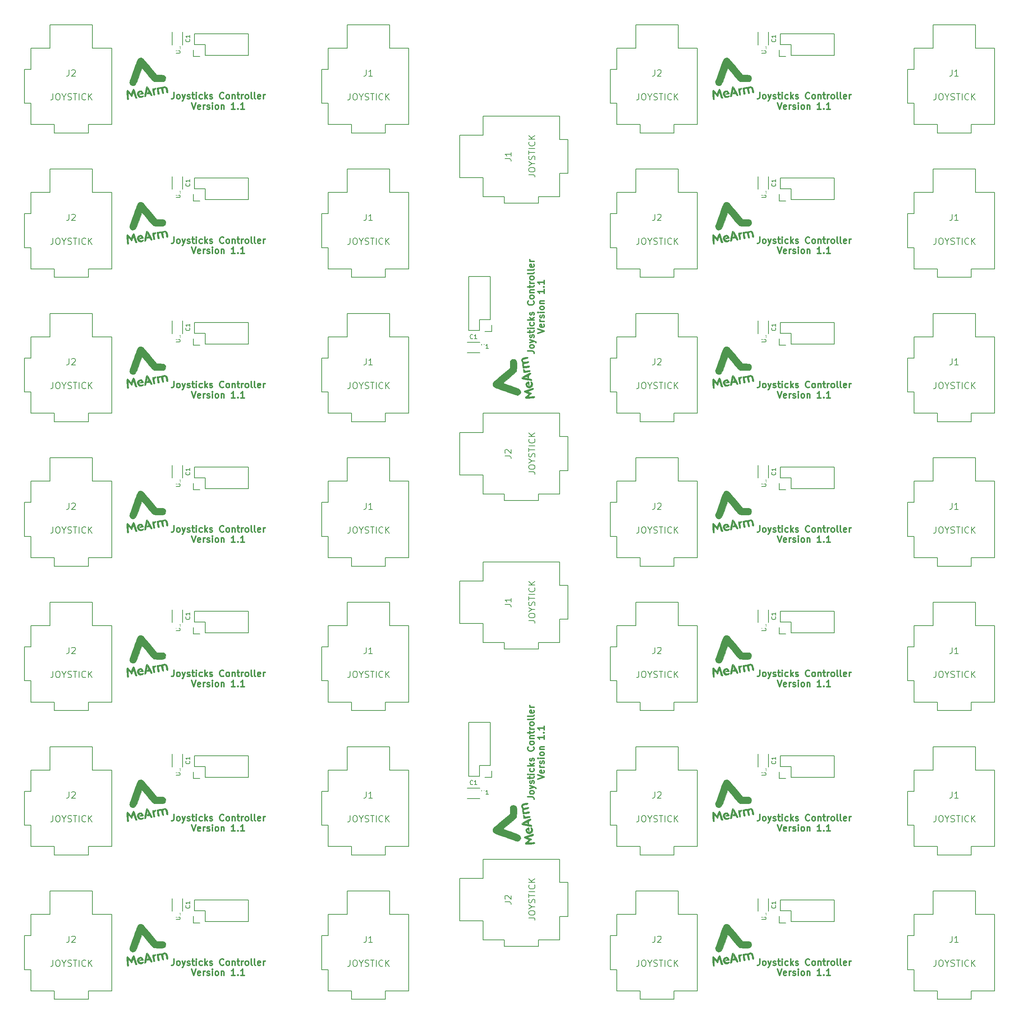
<source format=gto>
G04 #@! TF.FileFunction,Legend,Top*
%FSLAX46Y46*%
G04 Gerber Fmt 4.6, Leading zero omitted, Abs format (unit mm)*
G04 Created by KiCad (PCBNEW (2015-01-16 BZR 5376)-product) date 14/09/2015 10:50:26*
%MOMM*%
G01*
G04 APERTURE LIST*
%ADD10C,0.100000*%
%ADD11C,0.300000*%
%ADD12C,0.150000*%
%ADD13C,3.000000*%
%ADD14C,0.300000*%
%ADD15R,1.300000X1.300000*%
%ADD16C,1.300000*%
%ADD17R,1.727200X1.727200*%
%ADD18O,1.727200X1.727200*%
%ADD19C,2.600000*%
%ADD20C,2.000000*%
G04 APERTURE END LIST*
D10*
D11*
X193191429Y-35983571D02*
X193191429Y-37055000D01*
X193120001Y-37269286D01*
X192977144Y-37412143D01*
X192762858Y-37483571D01*
X192620001Y-37483571D01*
X194120001Y-37483571D02*
X193977143Y-37412143D01*
X193905715Y-37340714D01*
X193834286Y-37197857D01*
X193834286Y-36769286D01*
X193905715Y-36626429D01*
X193977143Y-36555000D01*
X194120001Y-36483571D01*
X194334286Y-36483571D01*
X194477143Y-36555000D01*
X194548572Y-36626429D01*
X194620001Y-36769286D01*
X194620001Y-37197857D01*
X194548572Y-37340714D01*
X194477143Y-37412143D01*
X194334286Y-37483571D01*
X194120001Y-37483571D01*
X195120001Y-36483571D02*
X195477144Y-37483571D01*
X195834286Y-36483571D02*
X195477144Y-37483571D01*
X195334286Y-37840714D01*
X195262858Y-37912143D01*
X195120001Y-37983571D01*
X196334286Y-37412143D02*
X196477143Y-37483571D01*
X196762858Y-37483571D01*
X196905715Y-37412143D01*
X196977143Y-37269286D01*
X196977143Y-37197857D01*
X196905715Y-37055000D01*
X196762858Y-36983571D01*
X196548572Y-36983571D01*
X196405715Y-36912143D01*
X196334286Y-36769286D01*
X196334286Y-36697857D01*
X196405715Y-36555000D01*
X196548572Y-36483571D01*
X196762858Y-36483571D01*
X196905715Y-36555000D01*
X197405715Y-36483571D02*
X197977144Y-36483571D01*
X197620001Y-35983571D02*
X197620001Y-37269286D01*
X197691429Y-37412143D01*
X197834287Y-37483571D01*
X197977144Y-37483571D01*
X198477144Y-37483571D02*
X198477144Y-36483571D01*
X198477144Y-35983571D02*
X198405715Y-36055000D01*
X198477144Y-36126429D01*
X198548572Y-36055000D01*
X198477144Y-35983571D01*
X198477144Y-36126429D01*
X199834287Y-37412143D02*
X199691430Y-37483571D01*
X199405716Y-37483571D01*
X199262858Y-37412143D01*
X199191430Y-37340714D01*
X199120001Y-37197857D01*
X199120001Y-36769286D01*
X199191430Y-36626429D01*
X199262858Y-36555000D01*
X199405716Y-36483571D01*
X199691430Y-36483571D01*
X199834287Y-36555000D01*
X200477144Y-37483571D02*
X200477144Y-35983571D01*
X200620001Y-36912143D02*
X201048572Y-37483571D01*
X201048572Y-36483571D02*
X200477144Y-37055000D01*
X201620001Y-37412143D02*
X201762858Y-37483571D01*
X202048573Y-37483571D01*
X202191430Y-37412143D01*
X202262858Y-37269286D01*
X202262858Y-37197857D01*
X202191430Y-37055000D01*
X202048573Y-36983571D01*
X201834287Y-36983571D01*
X201691430Y-36912143D01*
X201620001Y-36769286D01*
X201620001Y-36697857D01*
X201691430Y-36555000D01*
X201834287Y-36483571D01*
X202048573Y-36483571D01*
X202191430Y-36555000D01*
X204905716Y-37340714D02*
X204834287Y-37412143D01*
X204620001Y-37483571D01*
X204477144Y-37483571D01*
X204262859Y-37412143D01*
X204120001Y-37269286D01*
X204048573Y-37126429D01*
X203977144Y-36840714D01*
X203977144Y-36626429D01*
X204048573Y-36340714D01*
X204120001Y-36197857D01*
X204262859Y-36055000D01*
X204477144Y-35983571D01*
X204620001Y-35983571D01*
X204834287Y-36055000D01*
X204905716Y-36126429D01*
X205762859Y-37483571D02*
X205620001Y-37412143D01*
X205548573Y-37340714D01*
X205477144Y-37197857D01*
X205477144Y-36769286D01*
X205548573Y-36626429D01*
X205620001Y-36555000D01*
X205762859Y-36483571D01*
X205977144Y-36483571D01*
X206120001Y-36555000D01*
X206191430Y-36626429D01*
X206262859Y-36769286D01*
X206262859Y-37197857D01*
X206191430Y-37340714D01*
X206120001Y-37412143D01*
X205977144Y-37483571D01*
X205762859Y-37483571D01*
X206905716Y-36483571D02*
X206905716Y-37483571D01*
X206905716Y-36626429D02*
X206977144Y-36555000D01*
X207120002Y-36483571D01*
X207334287Y-36483571D01*
X207477144Y-36555000D01*
X207548573Y-36697857D01*
X207548573Y-37483571D01*
X208048573Y-36483571D02*
X208620002Y-36483571D01*
X208262859Y-35983571D02*
X208262859Y-37269286D01*
X208334287Y-37412143D01*
X208477145Y-37483571D01*
X208620002Y-37483571D01*
X209120002Y-37483571D02*
X209120002Y-36483571D01*
X209120002Y-36769286D02*
X209191430Y-36626429D01*
X209262859Y-36555000D01*
X209405716Y-36483571D01*
X209548573Y-36483571D01*
X210262859Y-37483571D02*
X210120001Y-37412143D01*
X210048573Y-37340714D01*
X209977144Y-37197857D01*
X209977144Y-36769286D01*
X210048573Y-36626429D01*
X210120001Y-36555000D01*
X210262859Y-36483571D01*
X210477144Y-36483571D01*
X210620001Y-36555000D01*
X210691430Y-36626429D01*
X210762859Y-36769286D01*
X210762859Y-37197857D01*
X210691430Y-37340714D01*
X210620001Y-37412143D01*
X210477144Y-37483571D01*
X210262859Y-37483571D01*
X211620002Y-37483571D02*
X211477144Y-37412143D01*
X211405716Y-37269286D01*
X211405716Y-35983571D01*
X212405716Y-37483571D02*
X212262858Y-37412143D01*
X212191430Y-37269286D01*
X212191430Y-35983571D01*
X213548572Y-37412143D02*
X213405715Y-37483571D01*
X213120001Y-37483571D01*
X212977144Y-37412143D01*
X212905715Y-37269286D01*
X212905715Y-36697857D01*
X212977144Y-36555000D01*
X213120001Y-36483571D01*
X213405715Y-36483571D01*
X213548572Y-36555000D01*
X213620001Y-36697857D01*
X213620001Y-36840714D01*
X212905715Y-36983571D01*
X214262858Y-37483571D02*
X214262858Y-36483571D01*
X214262858Y-36769286D02*
X214334286Y-36626429D01*
X214405715Y-36555000D01*
X214548572Y-36483571D01*
X214691429Y-36483571D01*
X197334286Y-38383571D02*
X197834286Y-39883571D01*
X198334286Y-38383571D01*
X199405714Y-39812143D02*
X199262857Y-39883571D01*
X198977143Y-39883571D01*
X198834286Y-39812143D01*
X198762857Y-39669286D01*
X198762857Y-39097857D01*
X198834286Y-38955000D01*
X198977143Y-38883571D01*
X199262857Y-38883571D01*
X199405714Y-38955000D01*
X199477143Y-39097857D01*
X199477143Y-39240714D01*
X198762857Y-39383571D01*
X200120000Y-39883571D02*
X200120000Y-38883571D01*
X200120000Y-39169286D02*
X200191428Y-39026429D01*
X200262857Y-38955000D01*
X200405714Y-38883571D01*
X200548571Y-38883571D01*
X200977142Y-39812143D02*
X201119999Y-39883571D01*
X201405714Y-39883571D01*
X201548571Y-39812143D01*
X201619999Y-39669286D01*
X201619999Y-39597857D01*
X201548571Y-39455000D01*
X201405714Y-39383571D01*
X201191428Y-39383571D01*
X201048571Y-39312143D01*
X200977142Y-39169286D01*
X200977142Y-39097857D01*
X201048571Y-38955000D01*
X201191428Y-38883571D01*
X201405714Y-38883571D01*
X201548571Y-38955000D01*
X202262857Y-39883571D02*
X202262857Y-38883571D01*
X202262857Y-38383571D02*
X202191428Y-38455000D01*
X202262857Y-38526429D01*
X202334285Y-38455000D01*
X202262857Y-38383571D01*
X202262857Y-38526429D01*
X203191429Y-39883571D02*
X203048571Y-39812143D01*
X202977143Y-39740714D01*
X202905714Y-39597857D01*
X202905714Y-39169286D01*
X202977143Y-39026429D01*
X203048571Y-38955000D01*
X203191429Y-38883571D01*
X203405714Y-38883571D01*
X203548571Y-38955000D01*
X203620000Y-39026429D01*
X203691429Y-39169286D01*
X203691429Y-39597857D01*
X203620000Y-39740714D01*
X203548571Y-39812143D01*
X203405714Y-39883571D01*
X203191429Y-39883571D01*
X204334286Y-38883571D02*
X204334286Y-39883571D01*
X204334286Y-39026429D02*
X204405714Y-38955000D01*
X204548572Y-38883571D01*
X204762857Y-38883571D01*
X204905714Y-38955000D01*
X204977143Y-39097857D01*
X204977143Y-39883571D01*
X207620000Y-39883571D02*
X206762857Y-39883571D01*
X207191429Y-39883571D02*
X207191429Y-38383571D01*
X207048572Y-38597857D01*
X206905714Y-38740714D01*
X206762857Y-38812143D01*
X208262857Y-39740714D02*
X208334285Y-39812143D01*
X208262857Y-39883571D01*
X208191428Y-39812143D01*
X208262857Y-39740714D01*
X208262857Y-39883571D01*
X209762857Y-39883571D02*
X208905714Y-39883571D01*
X209334286Y-39883571D02*
X209334286Y-38383571D01*
X209191429Y-38597857D01*
X209048571Y-38740714D01*
X208905714Y-38812143D01*
X193191429Y-69983571D02*
X193191429Y-71055000D01*
X193120001Y-71269286D01*
X192977144Y-71412143D01*
X192762858Y-71483571D01*
X192620001Y-71483571D01*
X194120001Y-71483571D02*
X193977143Y-71412143D01*
X193905715Y-71340714D01*
X193834286Y-71197857D01*
X193834286Y-70769286D01*
X193905715Y-70626429D01*
X193977143Y-70555000D01*
X194120001Y-70483571D01*
X194334286Y-70483571D01*
X194477143Y-70555000D01*
X194548572Y-70626429D01*
X194620001Y-70769286D01*
X194620001Y-71197857D01*
X194548572Y-71340714D01*
X194477143Y-71412143D01*
X194334286Y-71483571D01*
X194120001Y-71483571D01*
X195120001Y-70483571D02*
X195477144Y-71483571D01*
X195834286Y-70483571D02*
X195477144Y-71483571D01*
X195334286Y-71840714D01*
X195262858Y-71912143D01*
X195120001Y-71983571D01*
X196334286Y-71412143D02*
X196477143Y-71483571D01*
X196762858Y-71483571D01*
X196905715Y-71412143D01*
X196977143Y-71269286D01*
X196977143Y-71197857D01*
X196905715Y-71055000D01*
X196762858Y-70983571D01*
X196548572Y-70983571D01*
X196405715Y-70912143D01*
X196334286Y-70769286D01*
X196334286Y-70697857D01*
X196405715Y-70555000D01*
X196548572Y-70483571D01*
X196762858Y-70483571D01*
X196905715Y-70555000D01*
X197405715Y-70483571D02*
X197977144Y-70483571D01*
X197620001Y-69983571D02*
X197620001Y-71269286D01*
X197691429Y-71412143D01*
X197834287Y-71483571D01*
X197977144Y-71483571D01*
X198477144Y-71483571D02*
X198477144Y-70483571D01*
X198477144Y-69983571D02*
X198405715Y-70055000D01*
X198477144Y-70126429D01*
X198548572Y-70055000D01*
X198477144Y-69983571D01*
X198477144Y-70126429D01*
X199834287Y-71412143D02*
X199691430Y-71483571D01*
X199405716Y-71483571D01*
X199262858Y-71412143D01*
X199191430Y-71340714D01*
X199120001Y-71197857D01*
X199120001Y-70769286D01*
X199191430Y-70626429D01*
X199262858Y-70555000D01*
X199405716Y-70483571D01*
X199691430Y-70483571D01*
X199834287Y-70555000D01*
X200477144Y-71483571D02*
X200477144Y-69983571D01*
X200620001Y-70912143D02*
X201048572Y-71483571D01*
X201048572Y-70483571D02*
X200477144Y-71055000D01*
X201620001Y-71412143D02*
X201762858Y-71483571D01*
X202048573Y-71483571D01*
X202191430Y-71412143D01*
X202262858Y-71269286D01*
X202262858Y-71197857D01*
X202191430Y-71055000D01*
X202048573Y-70983571D01*
X201834287Y-70983571D01*
X201691430Y-70912143D01*
X201620001Y-70769286D01*
X201620001Y-70697857D01*
X201691430Y-70555000D01*
X201834287Y-70483571D01*
X202048573Y-70483571D01*
X202191430Y-70555000D01*
X204905716Y-71340714D02*
X204834287Y-71412143D01*
X204620001Y-71483571D01*
X204477144Y-71483571D01*
X204262859Y-71412143D01*
X204120001Y-71269286D01*
X204048573Y-71126429D01*
X203977144Y-70840714D01*
X203977144Y-70626429D01*
X204048573Y-70340714D01*
X204120001Y-70197857D01*
X204262859Y-70055000D01*
X204477144Y-69983571D01*
X204620001Y-69983571D01*
X204834287Y-70055000D01*
X204905716Y-70126429D01*
X205762859Y-71483571D02*
X205620001Y-71412143D01*
X205548573Y-71340714D01*
X205477144Y-71197857D01*
X205477144Y-70769286D01*
X205548573Y-70626429D01*
X205620001Y-70555000D01*
X205762859Y-70483571D01*
X205977144Y-70483571D01*
X206120001Y-70555000D01*
X206191430Y-70626429D01*
X206262859Y-70769286D01*
X206262859Y-71197857D01*
X206191430Y-71340714D01*
X206120001Y-71412143D01*
X205977144Y-71483571D01*
X205762859Y-71483571D01*
X206905716Y-70483571D02*
X206905716Y-71483571D01*
X206905716Y-70626429D02*
X206977144Y-70555000D01*
X207120002Y-70483571D01*
X207334287Y-70483571D01*
X207477144Y-70555000D01*
X207548573Y-70697857D01*
X207548573Y-71483571D01*
X208048573Y-70483571D02*
X208620002Y-70483571D01*
X208262859Y-69983571D02*
X208262859Y-71269286D01*
X208334287Y-71412143D01*
X208477145Y-71483571D01*
X208620002Y-71483571D01*
X209120002Y-71483571D02*
X209120002Y-70483571D01*
X209120002Y-70769286D02*
X209191430Y-70626429D01*
X209262859Y-70555000D01*
X209405716Y-70483571D01*
X209548573Y-70483571D01*
X210262859Y-71483571D02*
X210120001Y-71412143D01*
X210048573Y-71340714D01*
X209977144Y-71197857D01*
X209977144Y-70769286D01*
X210048573Y-70626429D01*
X210120001Y-70555000D01*
X210262859Y-70483571D01*
X210477144Y-70483571D01*
X210620001Y-70555000D01*
X210691430Y-70626429D01*
X210762859Y-70769286D01*
X210762859Y-71197857D01*
X210691430Y-71340714D01*
X210620001Y-71412143D01*
X210477144Y-71483571D01*
X210262859Y-71483571D01*
X211620002Y-71483571D02*
X211477144Y-71412143D01*
X211405716Y-71269286D01*
X211405716Y-69983571D01*
X212405716Y-71483571D02*
X212262858Y-71412143D01*
X212191430Y-71269286D01*
X212191430Y-69983571D01*
X213548572Y-71412143D02*
X213405715Y-71483571D01*
X213120001Y-71483571D01*
X212977144Y-71412143D01*
X212905715Y-71269286D01*
X212905715Y-70697857D01*
X212977144Y-70555000D01*
X213120001Y-70483571D01*
X213405715Y-70483571D01*
X213548572Y-70555000D01*
X213620001Y-70697857D01*
X213620001Y-70840714D01*
X212905715Y-70983571D01*
X214262858Y-71483571D02*
X214262858Y-70483571D01*
X214262858Y-70769286D02*
X214334286Y-70626429D01*
X214405715Y-70555000D01*
X214548572Y-70483571D01*
X214691429Y-70483571D01*
X197334286Y-72383571D02*
X197834286Y-73883571D01*
X198334286Y-72383571D01*
X199405714Y-73812143D02*
X199262857Y-73883571D01*
X198977143Y-73883571D01*
X198834286Y-73812143D01*
X198762857Y-73669286D01*
X198762857Y-73097857D01*
X198834286Y-72955000D01*
X198977143Y-72883571D01*
X199262857Y-72883571D01*
X199405714Y-72955000D01*
X199477143Y-73097857D01*
X199477143Y-73240714D01*
X198762857Y-73383571D01*
X200120000Y-73883571D02*
X200120000Y-72883571D01*
X200120000Y-73169286D02*
X200191428Y-73026429D01*
X200262857Y-72955000D01*
X200405714Y-72883571D01*
X200548571Y-72883571D01*
X200977142Y-73812143D02*
X201119999Y-73883571D01*
X201405714Y-73883571D01*
X201548571Y-73812143D01*
X201619999Y-73669286D01*
X201619999Y-73597857D01*
X201548571Y-73455000D01*
X201405714Y-73383571D01*
X201191428Y-73383571D01*
X201048571Y-73312143D01*
X200977142Y-73169286D01*
X200977142Y-73097857D01*
X201048571Y-72955000D01*
X201191428Y-72883571D01*
X201405714Y-72883571D01*
X201548571Y-72955000D01*
X202262857Y-73883571D02*
X202262857Y-72883571D01*
X202262857Y-72383571D02*
X202191428Y-72455000D01*
X202262857Y-72526429D01*
X202334285Y-72455000D01*
X202262857Y-72383571D01*
X202262857Y-72526429D01*
X203191429Y-73883571D02*
X203048571Y-73812143D01*
X202977143Y-73740714D01*
X202905714Y-73597857D01*
X202905714Y-73169286D01*
X202977143Y-73026429D01*
X203048571Y-72955000D01*
X203191429Y-72883571D01*
X203405714Y-72883571D01*
X203548571Y-72955000D01*
X203620000Y-73026429D01*
X203691429Y-73169286D01*
X203691429Y-73597857D01*
X203620000Y-73740714D01*
X203548571Y-73812143D01*
X203405714Y-73883571D01*
X203191429Y-73883571D01*
X204334286Y-72883571D02*
X204334286Y-73883571D01*
X204334286Y-73026429D02*
X204405714Y-72955000D01*
X204548572Y-72883571D01*
X204762857Y-72883571D01*
X204905714Y-72955000D01*
X204977143Y-73097857D01*
X204977143Y-73883571D01*
X207620000Y-73883571D02*
X206762857Y-73883571D01*
X207191429Y-73883571D02*
X207191429Y-72383571D01*
X207048572Y-72597857D01*
X206905714Y-72740714D01*
X206762857Y-72812143D01*
X208262857Y-73740714D02*
X208334285Y-73812143D01*
X208262857Y-73883571D01*
X208191428Y-73812143D01*
X208262857Y-73740714D01*
X208262857Y-73883571D01*
X209762857Y-73883571D02*
X208905714Y-73883571D01*
X209334286Y-73883571D02*
X209334286Y-72383571D01*
X209191429Y-72597857D01*
X209048571Y-72740714D01*
X208905714Y-72812143D01*
X193191429Y-103983571D02*
X193191429Y-105055000D01*
X193120001Y-105269286D01*
X192977144Y-105412143D01*
X192762858Y-105483571D01*
X192620001Y-105483571D01*
X194120001Y-105483571D02*
X193977143Y-105412143D01*
X193905715Y-105340714D01*
X193834286Y-105197857D01*
X193834286Y-104769286D01*
X193905715Y-104626429D01*
X193977143Y-104555000D01*
X194120001Y-104483571D01*
X194334286Y-104483571D01*
X194477143Y-104555000D01*
X194548572Y-104626429D01*
X194620001Y-104769286D01*
X194620001Y-105197857D01*
X194548572Y-105340714D01*
X194477143Y-105412143D01*
X194334286Y-105483571D01*
X194120001Y-105483571D01*
X195120001Y-104483571D02*
X195477144Y-105483571D01*
X195834286Y-104483571D02*
X195477144Y-105483571D01*
X195334286Y-105840714D01*
X195262858Y-105912143D01*
X195120001Y-105983571D01*
X196334286Y-105412143D02*
X196477143Y-105483571D01*
X196762858Y-105483571D01*
X196905715Y-105412143D01*
X196977143Y-105269286D01*
X196977143Y-105197857D01*
X196905715Y-105055000D01*
X196762858Y-104983571D01*
X196548572Y-104983571D01*
X196405715Y-104912143D01*
X196334286Y-104769286D01*
X196334286Y-104697857D01*
X196405715Y-104555000D01*
X196548572Y-104483571D01*
X196762858Y-104483571D01*
X196905715Y-104555000D01*
X197405715Y-104483571D02*
X197977144Y-104483571D01*
X197620001Y-103983571D02*
X197620001Y-105269286D01*
X197691429Y-105412143D01*
X197834287Y-105483571D01*
X197977144Y-105483571D01*
X198477144Y-105483571D02*
X198477144Y-104483571D01*
X198477144Y-103983571D02*
X198405715Y-104055000D01*
X198477144Y-104126429D01*
X198548572Y-104055000D01*
X198477144Y-103983571D01*
X198477144Y-104126429D01*
X199834287Y-105412143D02*
X199691430Y-105483571D01*
X199405716Y-105483571D01*
X199262858Y-105412143D01*
X199191430Y-105340714D01*
X199120001Y-105197857D01*
X199120001Y-104769286D01*
X199191430Y-104626429D01*
X199262858Y-104555000D01*
X199405716Y-104483571D01*
X199691430Y-104483571D01*
X199834287Y-104555000D01*
X200477144Y-105483571D02*
X200477144Y-103983571D01*
X200620001Y-104912143D02*
X201048572Y-105483571D01*
X201048572Y-104483571D02*
X200477144Y-105055000D01*
X201620001Y-105412143D02*
X201762858Y-105483571D01*
X202048573Y-105483571D01*
X202191430Y-105412143D01*
X202262858Y-105269286D01*
X202262858Y-105197857D01*
X202191430Y-105055000D01*
X202048573Y-104983571D01*
X201834287Y-104983571D01*
X201691430Y-104912143D01*
X201620001Y-104769286D01*
X201620001Y-104697857D01*
X201691430Y-104555000D01*
X201834287Y-104483571D01*
X202048573Y-104483571D01*
X202191430Y-104555000D01*
X204905716Y-105340714D02*
X204834287Y-105412143D01*
X204620001Y-105483571D01*
X204477144Y-105483571D01*
X204262859Y-105412143D01*
X204120001Y-105269286D01*
X204048573Y-105126429D01*
X203977144Y-104840714D01*
X203977144Y-104626429D01*
X204048573Y-104340714D01*
X204120001Y-104197857D01*
X204262859Y-104055000D01*
X204477144Y-103983571D01*
X204620001Y-103983571D01*
X204834287Y-104055000D01*
X204905716Y-104126429D01*
X205762859Y-105483571D02*
X205620001Y-105412143D01*
X205548573Y-105340714D01*
X205477144Y-105197857D01*
X205477144Y-104769286D01*
X205548573Y-104626429D01*
X205620001Y-104555000D01*
X205762859Y-104483571D01*
X205977144Y-104483571D01*
X206120001Y-104555000D01*
X206191430Y-104626429D01*
X206262859Y-104769286D01*
X206262859Y-105197857D01*
X206191430Y-105340714D01*
X206120001Y-105412143D01*
X205977144Y-105483571D01*
X205762859Y-105483571D01*
X206905716Y-104483571D02*
X206905716Y-105483571D01*
X206905716Y-104626429D02*
X206977144Y-104555000D01*
X207120002Y-104483571D01*
X207334287Y-104483571D01*
X207477144Y-104555000D01*
X207548573Y-104697857D01*
X207548573Y-105483571D01*
X208048573Y-104483571D02*
X208620002Y-104483571D01*
X208262859Y-103983571D02*
X208262859Y-105269286D01*
X208334287Y-105412143D01*
X208477145Y-105483571D01*
X208620002Y-105483571D01*
X209120002Y-105483571D02*
X209120002Y-104483571D01*
X209120002Y-104769286D02*
X209191430Y-104626429D01*
X209262859Y-104555000D01*
X209405716Y-104483571D01*
X209548573Y-104483571D01*
X210262859Y-105483571D02*
X210120001Y-105412143D01*
X210048573Y-105340714D01*
X209977144Y-105197857D01*
X209977144Y-104769286D01*
X210048573Y-104626429D01*
X210120001Y-104555000D01*
X210262859Y-104483571D01*
X210477144Y-104483571D01*
X210620001Y-104555000D01*
X210691430Y-104626429D01*
X210762859Y-104769286D01*
X210762859Y-105197857D01*
X210691430Y-105340714D01*
X210620001Y-105412143D01*
X210477144Y-105483571D01*
X210262859Y-105483571D01*
X211620002Y-105483571D02*
X211477144Y-105412143D01*
X211405716Y-105269286D01*
X211405716Y-103983571D01*
X212405716Y-105483571D02*
X212262858Y-105412143D01*
X212191430Y-105269286D01*
X212191430Y-103983571D01*
X213548572Y-105412143D02*
X213405715Y-105483571D01*
X213120001Y-105483571D01*
X212977144Y-105412143D01*
X212905715Y-105269286D01*
X212905715Y-104697857D01*
X212977144Y-104555000D01*
X213120001Y-104483571D01*
X213405715Y-104483571D01*
X213548572Y-104555000D01*
X213620001Y-104697857D01*
X213620001Y-104840714D01*
X212905715Y-104983571D01*
X214262858Y-105483571D02*
X214262858Y-104483571D01*
X214262858Y-104769286D02*
X214334286Y-104626429D01*
X214405715Y-104555000D01*
X214548572Y-104483571D01*
X214691429Y-104483571D01*
X197334286Y-106383571D02*
X197834286Y-107883571D01*
X198334286Y-106383571D01*
X199405714Y-107812143D02*
X199262857Y-107883571D01*
X198977143Y-107883571D01*
X198834286Y-107812143D01*
X198762857Y-107669286D01*
X198762857Y-107097857D01*
X198834286Y-106955000D01*
X198977143Y-106883571D01*
X199262857Y-106883571D01*
X199405714Y-106955000D01*
X199477143Y-107097857D01*
X199477143Y-107240714D01*
X198762857Y-107383571D01*
X200120000Y-107883571D02*
X200120000Y-106883571D01*
X200120000Y-107169286D02*
X200191428Y-107026429D01*
X200262857Y-106955000D01*
X200405714Y-106883571D01*
X200548571Y-106883571D01*
X200977142Y-107812143D02*
X201119999Y-107883571D01*
X201405714Y-107883571D01*
X201548571Y-107812143D01*
X201619999Y-107669286D01*
X201619999Y-107597857D01*
X201548571Y-107455000D01*
X201405714Y-107383571D01*
X201191428Y-107383571D01*
X201048571Y-107312143D01*
X200977142Y-107169286D01*
X200977142Y-107097857D01*
X201048571Y-106955000D01*
X201191428Y-106883571D01*
X201405714Y-106883571D01*
X201548571Y-106955000D01*
X202262857Y-107883571D02*
X202262857Y-106883571D01*
X202262857Y-106383571D02*
X202191428Y-106455000D01*
X202262857Y-106526429D01*
X202334285Y-106455000D01*
X202262857Y-106383571D01*
X202262857Y-106526429D01*
X203191429Y-107883571D02*
X203048571Y-107812143D01*
X202977143Y-107740714D01*
X202905714Y-107597857D01*
X202905714Y-107169286D01*
X202977143Y-107026429D01*
X203048571Y-106955000D01*
X203191429Y-106883571D01*
X203405714Y-106883571D01*
X203548571Y-106955000D01*
X203620000Y-107026429D01*
X203691429Y-107169286D01*
X203691429Y-107597857D01*
X203620000Y-107740714D01*
X203548571Y-107812143D01*
X203405714Y-107883571D01*
X203191429Y-107883571D01*
X204334286Y-106883571D02*
X204334286Y-107883571D01*
X204334286Y-107026429D02*
X204405714Y-106955000D01*
X204548572Y-106883571D01*
X204762857Y-106883571D01*
X204905714Y-106955000D01*
X204977143Y-107097857D01*
X204977143Y-107883571D01*
X207620000Y-107883571D02*
X206762857Y-107883571D01*
X207191429Y-107883571D02*
X207191429Y-106383571D01*
X207048572Y-106597857D01*
X206905714Y-106740714D01*
X206762857Y-106812143D01*
X208262857Y-107740714D02*
X208334285Y-107812143D01*
X208262857Y-107883571D01*
X208191428Y-107812143D01*
X208262857Y-107740714D01*
X208262857Y-107883571D01*
X209762857Y-107883571D02*
X208905714Y-107883571D01*
X209334286Y-107883571D02*
X209334286Y-106383571D01*
X209191429Y-106597857D01*
X209048571Y-106740714D01*
X208905714Y-106812143D01*
X193191429Y-205983571D02*
X193191429Y-207055000D01*
X193120001Y-207269286D01*
X192977144Y-207412143D01*
X192762858Y-207483571D01*
X192620001Y-207483571D01*
X194120001Y-207483571D02*
X193977143Y-207412143D01*
X193905715Y-207340714D01*
X193834286Y-207197857D01*
X193834286Y-206769286D01*
X193905715Y-206626429D01*
X193977143Y-206555000D01*
X194120001Y-206483571D01*
X194334286Y-206483571D01*
X194477143Y-206555000D01*
X194548572Y-206626429D01*
X194620001Y-206769286D01*
X194620001Y-207197857D01*
X194548572Y-207340714D01*
X194477143Y-207412143D01*
X194334286Y-207483571D01*
X194120001Y-207483571D01*
X195120001Y-206483571D02*
X195477144Y-207483571D01*
X195834286Y-206483571D02*
X195477144Y-207483571D01*
X195334286Y-207840714D01*
X195262858Y-207912143D01*
X195120001Y-207983571D01*
X196334286Y-207412143D02*
X196477143Y-207483571D01*
X196762858Y-207483571D01*
X196905715Y-207412143D01*
X196977143Y-207269286D01*
X196977143Y-207197857D01*
X196905715Y-207055000D01*
X196762858Y-206983571D01*
X196548572Y-206983571D01*
X196405715Y-206912143D01*
X196334286Y-206769286D01*
X196334286Y-206697857D01*
X196405715Y-206555000D01*
X196548572Y-206483571D01*
X196762858Y-206483571D01*
X196905715Y-206555000D01*
X197405715Y-206483571D02*
X197977144Y-206483571D01*
X197620001Y-205983571D02*
X197620001Y-207269286D01*
X197691429Y-207412143D01*
X197834287Y-207483571D01*
X197977144Y-207483571D01*
X198477144Y-207483571D02*
X198477144Y-206483571D01*
X198477144Y-205983571D02*
X198405715Y-206055000D01*
X198477144Y-206126429D01*
X198548572Y-206055000D01*
X198477144Y-205983571D01*
X198477144Y-206126429D01*
X199834287Y-207412143D02*
X199691430Y-207483571D01*
X199405716Y-207483571D01*
X199262858Y-207412143D01*
X199191430Y-207340714D01*
X199120001Y-207197857D01*
X199120001Y-206769286D01*
X199191430Y-206626429D01*
X199262858Y-206555000D01*
X199405716Y-206483571D01*
X199691430Y-206483571D01*
X199834287Y-206555000D01*
X200477144Y-207483571D02*
X200477144Y-205983571D01*
X200620001Y-206912143D02*
X201048572Y-207483571D01*
X201048572Y-206483571D02*
X200477144Y-207055000D01*
X201620001Y-207412143D02*
X201762858Y-207483571D01*
X202048573Y-207483571D01*
X202191430Y-207412143D01*
X202262858Y-207269286D01*
X202262858Y-207197857D01*
X202191430Y-207055000D01*
X202048573Y-206983571D01*
X201834287Y-206983571D01*
X201691430Y-206912143D01*
X201620001Y-206769286D01*
X201620001Y-206697857D01*
X201691430Y-206555000D01*
X201834287Y-206483571D01*
X202048573Y-206483571D01*
X202191430Y-206555000D01*
X204905716Y-207340714D02*
X204834287Y-207412143D01*
X204620001Y-207483571D01*
X204477144Y-207483571D01*
X204262859Y-207412143D01*
X204120001Y-207269286D01*
X204048573Y-207126429D01*
X203977144Y-206840714D01*
X203977144Y-206626429D01*
X204048573Y-206340714D01*
X204120001Y-206197857D01*
X204262859Y-206055000D01*
X204477144Y-205983571D01*
X204620001Y-205983571D01*
X204834287Y-206055000D01*
X204905716Y-206126429D01*
X205762859Y-207483571D02*
X205620001Y-207412143D01*
X205548573Y-207340714D01*
X205477144Y-207197857D01*
X205477144Y-206769286D01*
X205548573Y-206626429D01*
X205620001Y-206555000D01*
X205762859Y-206483571D01*
X205977144Y-206483571D01*
X206120001Y-206555000D01*
X206191430Y-206626429D01*
X206262859Y-206769286D01*
X206262859Y-207197857D01*
X206191430Y-207340714D01*
X206120001Y-207412143D01*
X205977144Y-207483571D01*
X205762859Y-207483571D01*
X206905716Y-206483571D02*
X206905716Y-207483571D01*
X206905716Y-206626429D02*
X206977144Y-206555000D01*
X207120002Y-206483571D01*
X207334287Y-206483571D01*
X207477144Y-206555000D01*
X207548573Y-206697857D01*
X207548573Y-207483571D01*
X208048573Y-206483571D02*
X208620002Y-206483571D01*
X208262859Y-205983571D02*
X208262859Y-207269286D01*
X208334287Y-207412143D01*
X208477145Y-207483571D01*
X208620002Y-207483571D01*
X209120002Y-207483571D02*
X209120002Y-206483571D01*
X209120002Y-206769286D02*
X209191430Y-206626429D01*
X209262859Y-206555000D01*
X209405716Y-206483571D01*
X209548573Y-206483571D01*
X210262859Y-207483571D02*
X210120001Y-207412143D01*
X210048573Y-207340714D01*
X209977144Y-207197857D01*
X209977144Y-206769286D01*
X210048573Y-206626429D01*
X210120001Y-206555000D01*
X210262859Y-206483571D01*
X210477144Y-206483571D01*
X210620001Y-206555000D01*
X210691430Y-206626429D01*
X210762859Y-206769286D01*
X210762859Y-207197857D01*
X210691430Y-207340714D01*
X210620001Y-207412143D01*
X210477144Y-207483571D01*
X210262859Y-207483571D01*
X211620002Y-207483571D02*
X211477144Y-207412143D01*
X211405716Y-207269286D01*
X211405716Y-205983571D01*
X212405716Y-207483571D02*
X212262858Y-207412143D01*
X212191430Y-207269286D01*
X212191430Y-205983571D01*
X213548572Y-207412143D02*
X213405715Y-207483571D01*
X213120001Y-207483571D01*
X212977144Y-207412143D01*
X212905715Y-207269286D01*
X212905715Y-206697857D01*
X212977144Y-206555000D01*
X213120001Y-206483571D01*
X213405715Y-206483571D01*
X213548572Y-206555000D01*
X213620001Y-206697857D01*
X213620001Y-206840714D01*
X212905715Y-206983571D01*
X214262858Y-207483571D02*
X214262858Y-206483571D01*
X214262858Y-206769286D02*
X214334286Y-206626429D01*
X214405715Y-206555000D01*
X214548572Y-206483571D01*
X214691429Y-206483571D01*
X197334286Y-208383571D02*
X197834286Y-209883571D01*
X198334286Y-208383571D01*
X199405714Y-209812143D02*
X199262857Y-209883571D01*
X198977143Y-209883571D01*
X198834286Y-209812143D01*
X198762857Y-209669286D01*
X198762857Y-209097857D01*
X198834286Y-208955000D01*
X198977143Y-208883571D01*
X199262857Y-208883571D01*
X199405714Y-208955000D01*
X199477143Y-209097857D01*
X199477143Y-209240714D01*
X198762857Y-209383571D01*
X200120000Y-209883571D02*
X200120000Y-208883571D01*
X200120000Y-209169286D02*
X200191428Y-209026429D01*
X200262857Y-208955000D01*
X200405714Y-208883571D01*
X200548571Y-208883571D01*
X200977142Y-209812143D02*
X201119999Y-209883571D01*
X201405714Y-209883571D01*
X201548571Y-209812143D01*
X201619999Y-209669286D01*
X201619999Y-209597857D01*
X201548571Y-209455000D01*
X201405714Y-209383571D01*
X201191428Y-209383571D01*
X201048571Y-209312143D01*
X200977142Y-209169286D01*
X200977142Y-209097857D01*
X201048571Y-208955000D01*
X201191428Y-208883571D01*
X201405714Y-208883571D01*
X201548571Y-208955000D01*
X202262857Y-209883571D02*
X202262857Y-208883571D01*
X202262857Y-208383571D02*
X202191428Y-208455000D01*
X202262857Y-208526429D01*
X202334285Y-208455000D01*
X202262857Y-208383571D01*
X202262857Y-208526429D01*
X203191429Y-209883571D02*
X203048571Y-209812143D01*
X202977143Y-209740714D01*
X202905714Y-209597857D01*
X202905714Y-209169286D01*
X202977143Y-209026429D01*
X203048571Y-208955000D01*
X203191429Y-208883571D01*
X203405714Y-208883571D01*
X203548571Y-208955000D01*
X203620000Y-209026429D01*
X203691429Y-209169286D01*
X203691429Y-209597857D01*
X203620000Y-209740714D01*
X203548571Y-209812143D01*
X203405714Y-209883571D01*
X203191429Y-209883571D01*
X204334286Y-208883571D02*
X204334286Y-209883571D01*
X204334286Y-209026429D02*
X204405714Y-208955000D01*
X204548572Y-208883571D01*
X204762857Y-208883571D01*
X204905714Y-208955000D01*
X204977143Y-209097857D01*
X204977143Y-209883571D01*
X207620000Y-209883571D02*
X206762857Y-209883571D01*
X207191429Y-209883571D02*
X207191429Y-208383571D01*
X207048572Y-208597857D01*
X206905714Y-208740714D01*
X206762857Y-208812143D01*
X208262857Y-209740714D02*
X208334285Y-209812143D01*
X208262857Y-209883571D01*
X208191428Y-209812143D01*
X208262857Y-209740714D01*
X208262857Y-209883571D01*
X209762857Y-209883571D02*
X208905714Y-209883571D01*
X209334286Y-209883571D02*
X209334286Y-208383571D01*
X209191429Y-208597857D01*
X209048571Y-208740714D01*
X208905714Y-208812143D01*
X193191429Y-171983571D02*
X193191429Y-173055000D01*
X193120001Y-173269286D01*
X192977144Y-173412143D01*
X192762858Y-173483571D01*
X192620001Y-173483571D01*
X194120001Y-173483571D02*
X193977143Y-173412143D01*
X193905715Y-173340714D01*
X193834286Y-173197857D01*
X193834286Y-172769286D01*
X193905715Y-172626429D01*
X193977143Y-172555000D01*
X194120001Y-172483571D01*
X194334286Y-172483571D01*
X194477143Y-172555000D01*
X194548572Y-172626429D01*
X194620001Y-172769286D01*
X194620001Y-173197857D01*
X194548572Y-173340714D01*
X194477143Y-173412143D01*
X194334286Y-173483571D01*
X194120001Y-173483571D01*
X195120001Y-172483571D02*
X195477144Y-173483571D01*
X195834286Y-172483571D02*
X195477144Y-173483571D01*
X195334286Y-173840714D01*
X195262858Y-173912143D01*
X195120001Y-173983571D01*
X196334286Y-173412143D02*
X196477143Y-173483571D01*
X196762858Y-173483571D01*
X196905715Y-173412143D01*
X196977143Y-173269286D01*
X196977143Y-173197857D01*
X196905715Y-173055000D01*
X196762858Y-172983571D01*
X196548572Y-172983571D01*
X196405715Y-172912143D01*
X196334286Y-172769286D01*
X196334286Y-172697857D01*
X196405715Y-172555000D01*
X196548572Y-172483571D01*
X196762858Y-172483571D01*
X196905715Y-172555000D01*
X197405715Y-172483571D02*
X197977144Y-172483571D01*
X197620001Y-171983571D02*
X197620001Y-173269286D01*
X197691429Y-173412143D01*
X197834287Y-173483571D01*
X197977144Y-173483571D01*
X198477144Y-173483571D02*
X198477144Y-172483571D01*
X198477144Y-171983571D02*
X198405715Y-172055000D01*
X198477144Y-172126429D01*
X198548572Y-172055000D01*
X198477144Y-171983571D01*
X198477144Y-172126429D01*
X199834287Y-173412143D02*
X199691430Y-173483571D01*
X199405716Y-173483571D01*
X199262858Y-173412143D01*
X199191430Y-173340714D01*
X199120001Y-173197857D01*
X199120001Y-172769286D01*
X199191430Y-172626429D01*
X199262858Y-172555000D01*
X199405716Y-172483571D01*
X199691430Y-172483571D01*
X199834287Y-172555000D01*
X200477144Y-173483571D02*
X200477144Y-171983571D01*
X200620001Y-172912143D02*
X201048572Y-173483571D01*
X201048572Y-172483571D02*
X200477144Y-173055000D01*
X201620001Y-173412143D02*
X201762858Y-173483571D01*
X202048573Y-173483571D01*
X202191430Y-173412143D01*
X202262858Y-173269286D01*
X202262858Y-173197857D01*
X202191430Y-173055000D01*
X202048573Y-172983571D01*
X201834287Y-172983571D01*
X201691430Y-172912143D01*
X201620001Y-172769286D01*
X201620001Y-172697857D01*
X201691430Y-172555000D01*
X201834287Y-172483571D01*
X202048573Y-172483571D01*
X202191430Y-172555000D01*
X204905716Y-173340714D02*
X204834287Y-173412143D01*
X204620001Y-173483571D01*
X204477144Y-173483571D01*
X204262859Y-173412143D01*
X204120001Y-173269286D01*
X204048573Y-173126429D01*
X203977144Y-172840714D01*
X203977144Y-172626429D01*
X204048573Y-172340714D01*
X204120001Y-172197857D01*
X204262859Y-172055000D01*
X204477144Y-171983571D01*
X204620001Y-171983571D01*
X204834287Y-172055000D01*
X204905716Y-172126429D01*
X205762859Y-173483571D02*
X205620001Y-173412143D01*
X205548573Y-173340714D01*
X205477144Y-173197857D01*
X205477144Y-172769286D01*
X205548573Y-172626429D01*
X205620001Y-172555000D01*
X205762859Y-172483571D01*
X205977144Y-172483571D01*
X206120001Y-172555000D01*
X206191430Y-172626429D01*
X206262859Y-172769286D01*
X206262859Y-173197857D01*
X206191430Y-173340714D01*
X206120001Y-173412143D01*
X205977144Y-173483571D01*
X205762859Y-173483571D01*
X206905716Y-172483571D02*
X206905716Y-173483571D01*
X206905716Y-172626429D02*
X206977144Y-172555000D01*
X207120002Y-172483571D01*
X207334287Y-172483571D01*
X207477144Y-172555000D01*
X207548573Y-172697857D01*
X207548573Y-173483571D01*
X208048573Y-172483571D02*
X208620002Y-172483571D01*
X208262859Y-171983571D02*
X208262859Y-173269286D01*
X208334287Y-173412143D01*
X208477145Y-173483571D01*
X208620002Y-173483571D01*
X209120002Y-173483571D02*
X209120002Y-172483571D01*
X209120002Y-172769286D02*
X209191430Y-172626429D01*
X209262859Y-172555000D01*
X209405716Y-172483571D01*
X209548573Y-172483571D01*
X210262859Y-173483571D02*
X210120001Y-173412143D01*
X210048573Y-173340714D01*
X209977144Y-173197857D01*
X209977144Y-172769286D01*
X210048573Y-172626429D01*
X210120001Y-172555000D01*
X210262859Y-172483571D01*
X210477144Y-172483571D01*
X210620001Y-172555000D01*
X210691430Y-172626429D01*
X210762859Y-172769286D01*
X210762859Y-173197857D01*
X210691430Y-173340714D01*
X210620001Y-173412143D01*
X210477144Y-173483571D01*
X210262859Y-173483571D01*
X211620002Y-173483571D02*
X211477144Y-173412143D01*
X211405716Y-173269286D01*
X211405716Y-171983571D01*
X212405716Y-173483571D02*
X212262858Y-173412143D01*
X212191430Y-173269286D01*
X212191430Y-171983571D01*
X213548572Y-173412143D02*
X213405715Y-173483571D01*
X213120001Y-173483571D01*
X212977144Y-173412143D01*
X212905715Y-173269286D01*
X212905715Y-172697857D01*
X212977144Y-172555000D01*
X213120001Y-172483571D01*
X213405715Y-172483571D01*
X213548572Y-172555000D01*
X213620001Y-172697857D01*
X213620001Y-172840714D01*
X212905715Y-172983571D01*
X214262858Y-173483571D02*
X214262858Y-172483571D01*
X214262858Y-172769286D02*
X214334286Y-172626429D01*
X214405715Y-172555000D01*
X214548572Y-172483571D01*
X214691429Y-172483571D01*
X197334286Y-174383571D02*
X197834286Y-175883571D01*
X198334286Y-174383571D01*
X199405714Y-175812143D02*
X199262857Y-175883571D01*
X198977143Y-175883571D01*
X198834286Y-175812143D01*
X198762857Y-175669286D01*
X198762857Y-175097857D01*
X198834286Y-174955000D01*
X198977143Y-174883571D01*
X199262857Y-174883571D01*
X199405714Y-174955000D01*
X199477143Y-175097857D01*
X199477143Y-175240714D01*
X198762857Y-175383571D01*
X200120000Y-175883571D02*
X200120000Y-174883571D01*
X200120000Y-175169286D02*
X200191428Y-175026429D01*
X200262857Y-174955000D01*
X200405714Y-174883571D01*
X200548571Y-174883571D01*
X200977142Y-175812143D02*
X201119999Y-175883571D01*
X201405714Y-175883571D01*
X201548571Y-175812143D01*
X201619999Y-175669286D01*
X201619999Y-175597857D01*
X201548571Y-175455000D01*
X201405714Y-175383571D01*
X201191428Y-175383571D01*
X201048571Y-175312143D01*
X200977142Y-175169286D01*
X200977142Y-175097857D01*
X201048571Y-174955000D01*
X201191428Y-174883571D01*
X201405714Y-174883571D01*
X201548571Y-174955000D01*
X202262857Y-175883571D02*
X202262857Y-174883571D01*
X202262857Y-174383571D02*
X202191428Y-174455000D01*
X202262857Y-174526429D01*
X202334285Y-174455000D01*
X202262857Y-174383571D01*
X202262857Y-174526429D01*
X203191429Y-175883571D02*
X203048571Y-175812143D01*
X202977143Y-175740714D01*
X202905714Y-175597857D01*
X202905714Y-175169286D01*
X202977143Y-175026429D01*
X203048571Y-174955000D01*
X203191429Y-174883571D01*
X203405714Y-174883571D01*
X203548571Y-174955000D01*
X203620000Y-175026429D01*
X203691429Y-175169286D01*
X203691429Y-175597857D01*
X203620000Y-175740714D01*
X203548571Y-175812143D01*
X203405714Y-175883571D01*
X203191429Y-175883571D01*
X204334286Y-174883571D02*
X204334286Y-175883571D01*
X204334286Y-175026429D02*
X204405714Y-174955000D01*
X204548572Y-174883571D01*
X204762857Y-174883571D01*
X204905714Y-174955000D01*
X204977143Y-175097857D01*
X204977143Y-175883571D01*
X207620000Y-175883571D02*
X206762857Y-175883571D01*
X207191429Y-175883571D02*
X207191429Y-174383571D01*
X207048572Y-174597857D01*
X206905714Y-174740714D01*
X206762857Y-174812143D01*
X208262857Y-175740714D02*
X208334285Y-175812143D01*
X208262857Y-175883571D01*
X208191428Y-175812143D01*
X208262857Y-175740714D01*
X208262857Y-175883571D01*
X209762857Y-175883571D02*
X208905714Y-175883571D01*
X209334286Y-175883571D02*
X209334286Y-174383571D01*
X209191429Y-174597857D01*
X209048571Y-174740714D01*
X208905714Y-174812143D01*
X193191429Y-137983571D02*
X193191429Y-139055000D01*
X193120001Y-139269286D01*
X192977144Y-139412143D01*
X192762858Y-139483571D01*
X192620001Y-139483571D01*
X194120001Y-139483571D02*
X193977143Y-139412143D01*
X193905715Y-139340714D01*
X193834286Y-139197857D01*
X193834286Y-138769286D01*
X193905715Y-138626429D01*
X193977143Y-138555000D01*
X194120001Y-138483571D01*
X194334286Y-138483571D01*
X194477143Y-138555000D01*
X194548572Y-138626429D01*
X194620001Y-138769286D01*
X194620001Y-139197857D01*
X194548572Y-139340714D01*
X194477143Y-139412143D01*
X194334286Y-139483571D01*
X194120001Y-139483571D01*
X195120001Y-138483571D02*
X195477144Y-139483571D01*
X195834286Y-138483571D02*
X195477144Y-139483571D01*
X195334286Y-139840714D01*
X195262858Y-139912143D01*
X195120001Y-139983571D01*
X196334286Y-139412143D02*
X196477143Y-139483571D01*
X196762858Y-139483571D01*
X196905715Y-139412143D01*
X196977143Y-139269286D01*
X196977143Y-139197857D01*
X196905715Y-139055000D01*
X196762858Y-138983571D01*
X196548572Y-138983571D01*
X196405715Y-138912143D01*
X196334286Y-138769286D01*
X196334286Y-138697857D01*
X196405715Y-138555000D01*
X196548572Y-138483571D01*
X196762858Y-138483571D01*
X196905715Y-138555000D01*
X197405715Y-138483571D02*
X197977144Y-138483571D01*
X197620001Y-137983571D02*
X197620001Y-139269286D01*
X197691429Y-139412143D01*
X197834287Y-139483571D01*
X197977144Y-139483571D01*
X198477144Y-139483571D02*
X198477144Y-138483571D01*
X198477144Y-137983571D02*
X198405715Y-138055000D01*
X198477144Y-138126429D01*
X198548572Y-138055000D01*
X198477144Y-137983571D01*
X198477144Y-138126429D01*
X199834287Y-139412143D02*
X199691430Y-139483571D01*
X199405716Y-139483571D01*
X199262858Y-139412143D01*
X199191430Y-139340714D01*
X199120001Y-139197857D01*
X199120001Y-138769286D01*
X199191430Y-138626429D01*
X199262858Y-138555000D01*
X199405716Y-138483571D01*
X199691430Y-138483571D01*
X199834287Y-138555000D01*
X200477144Y-139483571D02*
X200477144Y-137983571D01*
X200620001Y-138912143D02*
X201048572Y-139483571D01*
X201048572Y-138483571D02*
X200477144Y-139055000D01*
X201620001Y-139412143D02*
X201762858Y-139483571D01*
X202048573Y-139483571D01*
X202191430Y-139412143D01*
X202262858Y-139269286D01*
X202262858Y-139197857D01*
X202191430Y-139055000D01*
X202048573Y-138983571D01*
X201834287Y-138983571D01*
X201691430Y-138912143D01*
X201620001Y-138769286D01*
X201620001Y-138697857D01*
X201691430Y-138555000D01*
X201834287Y-138483571D01*
X202048573Y-138483571D01*
X202191430Y-138555000D01*
X204905716Y-139340714D02*
X204834287Y-139412143D01*
X204620001Y-139483571D01*
X204477144Y-139483571D01*
X204262859Y-139412143D01*
X204120001Y-139269286D01*
X204048573Y-139126429D01*
X203977144Y-138840714D01*
X203977144Y-138626429D01*
X204048573Y-138340714D01*
X204120001Y-138197857D01*
X204262859Y-138055000D01*
X204477144Y-137983571D01*
X204620001Y-137983571D01*
X204834287Y-138055000D01*
X204905716Y-138126429D01*
X205762859Y-139483571D02*
X205620001Y-139412143D01*
X205548573Y-139340714D01*
X205477144Y-139197857D01*
X205477144Y-138769286D01*
X205548573Y-138626429D01*
X205620001Y-138555000D01*
X205762859Y-138483571D01*
X205977144Y-138483571D01*
X206120001Y-138555000D01*
X206191430Y-138626429D01*
X206262859Y-138769286D01*
X206262859Y-139197857D01*
X206191430Y-139340714D01*
X206120001Y-139412143D01*
X205977144Y-139483571D01*
X205762859Y-139483571D01*
X206905716Y-138483571D02*
X206905716Y-139483571D01*
X206905716Y-138626429D02*
X206977144Y-138555000D01*
X207120002Y-138483571D01*
X207334287Y-138483571D01*
X207477144Y-138555000D01*
X207548573Y-138697857D01*
X207548573Y-139483571D01*
X208048573Y-138483571D02*
X208620002Y-138483571D01*
X208262859Y-137983571D02*
X208262859Y-139269286D01*
X208334287Y-139412143D01*
X208477145Y-139483571D01*
X208620002Y-139483571D01*
X209120002Y-139483571D02*
X209120002Y-138483571D01*
X209120002Y-138769286D02*
X209191430Y-138626429D01*
X209262859Y-138555000D01*
X209405716Y-138483571D01*
X209548573Y-138483571D01*
X210262859Y-139483571D02*
X210120001Y-139412143D01*
X210048573Y-139340714D01*
X209977144Y-139197857D01*
X209977144Y-138769286D01*
X210048573Y-138626429D01*
X210120001Y-138555000D01*
X210262859Y-138483571D01*
X210477144Y-138483571D01*
X210620001Y-138555000D01*
X210691430Y-138626429D01*
X210762859Y-138769286D01*
X210762859Y-139197857D01*
X210691430Y-139340714D01*
X210620001Y-139412143D01*
X210477144Y-139483571D01*
X210262859Y-139483571D01*
X211620002Y-139483571D02*
X211477144Y-139412143D01*
X211405716Y-139269286D01*
X211405716Y-137983571D01*
X212405716Y-139483571D02*
X212262858Y-139412143D01*
X212191430Y-139269286D01*
X212191430Y-137983571D01*
X213548572Y-139412143D02*
X213405715Y-139483571D01*
X213120001Y-139483571D01*
X212977144Y-139412143D01*
X212905715Y-139269286D01*
X212905715Y-138697857D01*
X212977144Y-138555000D01*
X213120001Y-138483571D01*
X213405715Y-138483571D01*
X213548572Y-138555000D01*
X213620001Y-138697857D01*
X213620001Y-138840714D01*
X212905715Y-138983571D01*
X214262858Y-139483571D02*
X214262858Y-138483571D01*
X214262858Y-138769286D02*
X214334286Y-138626429D01*
X214405715Y-138555000D01*
X214548572Y-138483571D01*
X214691429Y-138483571D01*
X197334286Y-140383571D02*
X197834286Y-141883571D01*
X198334286Y-140383571D01*
X199405714Y-141812143D02*
X199262857Y-141883571D01*
X198977143Y-141883571D01*
X198834286Y-141812143D01*
X198762857Y-141669286D01*
X198762857Y-141097857D01*
X198834286Y-140955000D01*
X198977143Y-140883571D01*
X199262857Y-140883571D01*
X199405714Y-140955000D01*
X199477143Y-141097857D01*
X199477143Y-141240714D01*
X198762857Y-141383571D01*
X200120000Y-141883571D02*
X200120000Y-140883571D01*
X200120000Y-141169286D02*
X200191428Y-141026429D01*
X200262857Y-140955000D01*
X200405714Y-140883571D01*
X200548571Y-140883571D01*
X200977142Y-141812143D02*
X201119999Y-141883571D01*
X201405714Y-141883571D01*
X201548571Y-141812143D01*
X201619999Y-141669286D01*
X201619999Y-141597857D01*
X201548571Y-141455000D01*
X201405714Y-141383571D01*
X201191428Y-141383571D01*
X201048571Y-141312143D01*
X200977142Y-141169286D01*
X200977142Y-141097857D01*
X201048571Y-140955000D01*
X201191428Y-140883571D01*
X201405714Y-140883571D01*
X201548571Y-140955000D01*
X202262857Y-141883571D02*
X202262857Y-140883571D01*
X202262857Y-140383571D02*
X202191428Y-140455000D01*
X202262857Y-140526429D01*
X202334285Y-140455000D01*
X202262857Y-140383571D01*
X202262857Y-140526429D01*
X203191429Y-141883571D02*
X203048571Y-141812143D01*
X202977143Y-141740714D01*
X202905714Y-141597857D01*
X202905714Y-141169286D01*
X202977143Y-141026429D01*
X203048571Y-140955000D01*
X203191429Y-140883571D01*
X203405714Y-140883571D01*
X203548571Y-140955000D01*
X203620000Y-141026429D01*
X203691429Y-141169286D01*
X203691429Y-141597857D01*
X203620000Y-141740714D01*
X203548571Y-141812143D01*
X203405714Y-141883571D01*
X203191429Y-141883571D01*
X204334286Y-140883571D02*
X204334286Y-141883571D01*
X204334286Y-141026429D02*
X204405714Y-140955000D01*
X204548572Y-140883571D01*
X204762857Y-140883571D01*
X204905714Y-140955000D01*
X204977143Y-141097857D01*
X204977143Y-141883571D01*
X207620000Y-141883571D02*
X206762857Y-141883571D01*
X207191429Y-141883571D02*
X207191429Y-140383571D01*
X207048572Y-140597857D01*
X206905714Y-140740714D01*
X206762857Y-140812143D01*
X208262857Y-141740714D02*
X208334285Y-141812143D01*
X208262857Y-141883571D01*
X208191428Y-141812143D01*
X208262857Y-141740714D01*
X208262857Y-141883571D01*
X209762857Y-141883571D02*
X208905714Y-141883571D01*
X209334286Y-141883571D02*
X209334286Y-140383571D01*
X209191429Y-140597857D01*
X209048571Y-140740714D01*
X208905714Y-140812143D01*
X193191429Y-239983571D02*
X193191429Y-241055000D01*
X193120001Y-241269286D01*
X192977144Y-241412143D01*
X192762858Y-241483571D01*
X192620001Y-241483571D01*
X194120001Y-241483571D02*
X193977143Y-241412143D01*
X193905715Y-241340714D01*
X193834286Y-241197857D01*
X193834286Y-240769286D01*
X193905715Y-240626429D01*
X193977143Y-240555000D01*
X194120001Y-240483571D01*
X194334286Y-240483571D01*
X194477143Y-240555000D01*
X194548572Y-240626429D01*
X194620001Y-240769286D01*
X194620001Y-241197857D01*
X194548572Y-241340714D01*
X194477143Y-241412143D01*
X194334286Y-241483571D01*
X194120001Y-241483571D01*
X195120001Y-240483571D02*
X195477144Y-241483571D01*
X195834286Y-240483571D02*
X195477144Y-241483571D01*
X195334286Y-241840714D01*
X195262858Y-241912143D01*
X195120001Y-241983571D01*
X196334286Y-241412143D02*
X196477143Y-241483571D01*
X196762858Y-241483571D01*
X196905715Y-241412143D01*
X196977143Y-241269286D01*
X196977143Y-241197857D01*
X196905715Y-241055000D01*
X196762858Y-240983571D01*
X196548572Y-240983571D01*
X196405715Y-240912143D01*
X196334286Y-240769286D01*
X196334286Y-240697857D01*
X196405715Y-240555000D01*
X196548572Y-240483571D01*
X196762858Y-240483571D01*
X196905715Y-240555000D01*
X197405715Y-240483571D02*
X197977144Y-240483571D01*
X197620001Y-239983571D02*
X197620001Y-241269286D01*
X197691429Y-241412143D01*
X197834287Y-241483571D01*
X197977144Y-241483571D01*
X198477144Y-241483571D02*
X198477144Y-240483571D01*
X198477144Y-239983571D02*
X198405715Y-240055000D01*
X198477144Y-240126429D01*
X198548572Y-240055000D01*
X198477144Y-239983571D01*
X198477144Y-240126429D01*
X199834287Y-241412143D02*
X199691430Y-241483571D01*
X199405716Y-241483571D01*
X199262858Y-241412143D01*
X199191430Y-241340714D01*
X199120001Y-241197857D01*
X199120001Y-240769286D01*
X199191430Y-240626429D01*
X199262858Y-240555000D01*
X199405716Y-240483571D01*
X199691430Y-240483571D01*
X199834287Y-240555000D01*
X200477144Y-241483571D02*
X200477144Y-239983571D01*
X200620001Y-240912143D02*
X201048572Y-241483571D01*
X201048572Y-240483571D02*
X200477144Y-241055000D01*
X201620001Y-241412143D02*
X201762858Y-241483571D01*
X202048573Y-241483571D01*
X202191430Y-241412143D01*
X202262858Y-241269286D01*
X202262858Y-241197857D01*
X202191430Y-241055000D01*
X202048573Y-240983571D01*
X201834287Y-240983571D01*
X201691430Y-240912143D01*
X201620001Y-240769286D01*
X201620001Y-240697857D01*
X201691430Y-240555000D01*
X201834287Y-240483571D01*
X202048573Y-240483571D01*
X202191430Y-240555000D01*
X204905716Y-241340714D02*
X204834287Y-241412143D01*
X204620001Y-241483571D01*
X204477144Y-241483571D01*
X204262859Y-241412143D01*
X204120001Y-241269286D01*
X204048573Y-241126429D01*
X203977144Y-240840714D01*
X203977144Y-240626429D01*
X204048573Y-240340714D01*
X204120001Y-240197857D01*
X204262859Y-240055000D01*
X204477144Y-239983571D01*
X204620001Y-239983571D01*
X204834287Y-240055000D01*
X204905716Y-240126429D01*
X205762859Y-241483571D02*
X205620001Y-241412143D01*
X205548573Y-241340714D01*
X205477144Y-241197857D01*
X205477144Y-240769286D01*
X205548573Y-240626429D01*
X205620001Y-240555000D01*
X205762859Y-240483571D01*
X205977144Y-240483571D01*
X206120001Y-240555000D01*
X206191430Y-240626429D01*
X206262859Y-240769286D01*
X206262859Y-241197857D01*
X206191430Y-241340714D01*
X206120001Y-241412143D01*
X205977144Y-241483571D01*
X205762859Y-241483571D01*
X206905716Y-240483571D02*
X206905716Y-241483571D01*
X206905716Y-240626429D02*
X206977144Y-240555000D01*
X207120002Y-240483571D01*
X207334287Y-240483571D01*
X207477144Y-240555000D01*
X207548573Y-240697857D01*
X207548573Y-241483571D01*
X208048573Y-240483571D02*
X208620002Y-240483571D01*
X208262859Y-239983571D02*
X208262859Y-241269286D01*
X208334287Y-241412143D01*
X208477145Y-241483571D01*
X208620002Y-241483571D01*
X209120002Y-241483571D02*
X209120002Y-240483571D01*
X209120002Y-240769286D02*
X209191430Y-240626429D01*
X209262859Y-240555000D01*
X209405716Y-240483571D01*
X209548573Y-240483571D01*
X210262859Y-241483571D02*
X210120001Y-241412143D01*
X210048573Y-241340714D01*
X209977144Y-241197857D01*
X209977144Y-240769286D01*
X210048573Y-240626429D01*
X210120001Y-240555000D01*
X210262859Y-240483571D01*
X210477144Y-240483571D01*
X210620001Y-240555000D01*
X210691430Y-240626429D01*
X210762859Y-240769286D01*
X210762859Y-241197857D01*
X210691430Y-241340714D01*
X210620001Y-241412143D01*
X210477144Y-241483571D01*
X210262859Y-241483571D01*
X211620002Y-241483571D02*
X211477144Y-241412143D01*
X211405716Y-241269286D01*
X211405716Y-239983571D01*
X212405716Y-241483571D02*
X212262858Y-241412143D01*
X212191430Y-241269286D01*
X212191430Y-239983571D01*
X213548572Y-241412143D02*
X213405715Y-241483571D01*
X213120001Y-241483571D01*
X212977144Y-241412143D01*
X212905715Y-241269286D01*
X212905715Y-240697857D01*
X212977144Y-240555000D01*
X213120001Y-240483571D01*
X213405715Y-240483571D01*
X213548572Y-240555000D01*
X213620001Y-240697857D01*
X213620001Y-240840714D01*
X212905715Y-240983571D01*
X214262858Y-241483571D02*
X214262858Y-240483571D01*
X214262858Y-240769286D02*
X214334286Y-240626429D01*
X214405715Y-240555000D01*
X214548572Y-240483571D01*
X214691429Y-240483571D01*
X197334286Y-242383571D02*
X197834286Y-243883571D01*
X198334286Y-242383571D01*
X199405714Y-243812143D02*
X199262857Y-243883571D01*
X198977143Y-243883571D01*
X198834286Y-243812143D01*
X198762857Y-243669286D01*
X198762857Y-243097857D01*
X198834286Y-242955000D01*
X198977143Y-242883571D01*
X199262857Y-242883571D01*
X199405714Y-242955000D01*
X199477143Y-243097857D01*
X199477143Y-243240714D01*
X198762857Y-243383571D01*
X200120000Y-243883571D02*
X200120000Y-242883571D01*
X200120000Y-243169286D02*
X200191428Y-243026429D01*
X200262857Y-242955000D01*
X200405714Y-242883571D01*
X200548571Y-242883571D01*
X200977142Y-243812143D02*
X201119999Y-243883571D01*
X201405714Y-243883571D01*
X201548571Y-243812143D01*
X201619999Y-243669286D01*
X201619999Y-243597857D01*
X201548571Y-243455000D01*
X201405714Y-243383571D01*
X201191428Y-243383571D01*
X201048571Y-243312143D01*
X200977142Y-243169286D01*
X200977142Y-243097857D01*
X201048571Y-242955000D01*
X201191428Y-242883571D01*
X201405714Y-242883571D01*
X201548571Y-242955000D01*
X202262857Y-243883571D02*
X202262857Y-242883571D01*
X202262857Y-242383571D02*
X202191428Y-242455000D01*
X202262857Y-242526429D01*
X202334285Y-242455000D01*
X202262857Y-242383571D01*
X202262857Y-242526429D01*
X203191429Y-243883571D02*
X203048571Y-243812143D01*
X202977143Y-243740714D01*
X202905714Y-243597857D01*
X202905714Y-243169286D01*
X202977143Y-243026429D01*
X203048571Y-242955000D01*
X203191429Y-242883571D01*
X203405714Y-242883571D01*
X203548571Y-242955000D01*
X203620000Y-243026429D01*
X203691429Y-243169286D01*
X203691429Y-243597857D01*
X203620000Y-243740714D01*
X203548571Y-243812143D01*
X203405714Y-243883571D01*
X203191429Y-243883571D01*
X204334286Y-242883571D02*
X204334286Y-243883571D01*
X204334286Y-243026429D02*
X204405714Y-242955000D01*
X204548572Y-242883571D01*
X204762857Y-242883571D01*
X204905714Y-242955000D01*
X204977143Y-243097857D01*
X204977143Y-243883571D01*
X207620000Y-243883571D02*
X206762857Y-243883571D01*
X207191429Y-243883571D02*
X207191429Y-242383571D01*
X207048572Y-242597857D01*
X206905714Y-242740714D01*
X206762857Y-242812143D01*
X208262857Y-243740714D02*
X208334285Y-243812143D01*
X208262857Y-243883571D01*
X208191428Y-243812143D01*
X208262857Y-243740714D01*
X208262857Y-243883571D01*
X209762857Y-243883571D02*
X208905714Y-243883571D01*
X209334286Y-243883571D02*
X209334286Y-242383571D01*
X209191429Y-242597857D01*
X209048571Y-242740714D01*
X208905714Y-242812143D01*
X55191429Y-239983571D02*
X55191429Y-241055000D01*
X55120001Y-241269286D01*
X54977144Y-241412143D01*
X54762858Y-241483571D01*
X54620001Y-241483571D01*
X56120001Y-241483571D02*
X55977143Y-241412143D01*
X55905715Y-241340714D01*
X55834286Y-241197857D01*
X55834286Y-240769286D01*
X55905715Y-240626429D01*
X55977143Y-240555000D01*
X56120001Y-240483571D01*
X56334286Y-240483571D01*
X56477143Y-240555000D01*
X56548572Y-240626429D01*
X56620001Y-240769286D01*
X56620001Y-241197857D01*
X56548572Y-241340714D01*
X56477143Y-241412143D01*
X56334286Y-241483571D01*
X56120001Y-241483571D01*
X57120001Y-240483571D02*
X57477144Y-241483571D01*
X57834286Y-240483571D02*
X57477144Y-241483571D01*
X57334286Y-241840714D01*
X57262858Y-241912143D01*
X57120001Y-241983571D01*
X58334286Y-241412143D02*
X58477143Y-241483571D01*
X58762858Y-241483571D01*
X58905715Y-241412143D01*
X58977143Y-241269286D01*
X58977143Y-241197857D01*
X58905715Y-241055000D01*
X58762858Y-240983571D01*
X58548572Y-240983571D01*
X58405715Y-240912143D01*
X58334286Y-240769286D01*
X58334286Y-240697857D01*
X58405715Y-240555000D01*
X58548572Y-240483571D01*
X58762858Y-240483571D01*
X58905715Y-240555000D01*
X59405715Y-240483571D02*
X59977144Y-240483571D01*
X59620001Y-239983571D02*
X59620001Y-241269286D01*
X59691429Y-241412143D01*
X59834287Y-241483571D01*
X59977144Y-241483571D01*
X60477144Y-241483571D02*
X60477144Y-240483571D01*
X60477144Y-239983571D02*
X60405715Y-240055000D01*
X60477144Y-240126429D01*
X60548572Y-240055000D01*
X60477144Y-239983571D01*
X60477144Y-240126429D01*
X61834287Y-241412143D02*
X61691430Y-241483571D01*
X61405716Y-241483571D01*
X61262858Y-241412143D01*
X61191430Y-241340714D01*
X61120001Y-241197857D01*
X61120001Y-240769286D01*
X61191430Y-240626429D01*
X61262858Y-240555000D01*
X61405716Y-240483571D01*
X61691430Y-240483571D01*
X61834287Y-240555000D01*
X62477144Y-241483571D02*
X62477144Y-239983571D01*
X62620001Y-240912143D02*
X63048572Y-241483571D01*
X63048572Y-240483571D02*
X62477144Y-241055000D01*
X63620001Y-241412143D02*
X63762858Y-241483571D01*
X64048573Y-241483571D01*
X64191430Y-241412143D01*
X64262858Y-241269286D01*
X64262858Y-241197857D01*
X64191430Y-241055000D01*
X64048573Y-240983571D01*
X63834287Y-240983571D01*
X63691430Y-240912143D01*
X63620001Y-240769286D01*
X63620001Y-240697857D01*
X63691430Y-240555000D01*
X63834287Y-240483571D01*
X64048573Y-240483571D01*
X64191430Y-240555000D01*
X66905716Y-241340714D02*
X66834287Y-241412143D01*
X66620001Y-241483571D01*
X66477144Y-241483571D01*
X66262859Y-241412143D01*
X66120001Y-241269286D01*
X66048573Y-241126429D01*
X65977144Y-240840714D01*
X65977144Y-240626429D01*
X66048573Y-240340714D01*
X66120001Y-240197857D01*
X66262859Y-240055000D01*
X66477144Y-239983571D01*
X66620001Y-239983571D01*
X66834287Y-240055000D01*
X66905716Y-240126429D01*
X67762859Y-241483571D02*
X67620001Y-241412143D01*
X67548573Y-241340714D01*
X67477144Y-241197857D01*
X67477144Y-240769286D01*
X67548573Y-240626429D01*
X67620001Y-240555000D01*
X67762859Y-240483571D01*
X67977144Y-240483571D01*
X68120001Y-240555000D01*
X68191430Y-240626429D01*
X68262859Y-240769286D01*
X68262859Y-241197857D01*
X68191430Y-241340714D01*
X68120001Y-241412143D01*
X67977144Y-241483571D01*
X67762859Y-241483571D01*
X68905716Y-240483571D02*
X68905716Y-241483571D01*
X68905716Y-240626429D02*
X68977144Y-240555000D01*
X69120002Y-240483571D01*
X69334287Y-240483571D01*
X69477144Y-240555000D01*
X69548573Y-240697857D01*
X69548573Y-241483571D01*
X70048573Y-240483571D02*
X70620002Y-240483571D01*
X70262859Y-239983571D02*
X70262859Y-241269286D01*
X70334287Y-241412143D01*
X70477145Y-241483571D01*
X70620002Y-241483571D01*
X71120002Y-241483571D02*
X71120002Y-240483571D01*
X71120002Y-240769286D02*
X71191430Y-240626429D01*
X71262859Y-240555000D01*
X71405716Y-240483571D01*
X71548573Y-240483571D01*
X72262859Y-241483571D02*
X72120001Y-241412143D01*
X72048573Y-241340714D01*
X71977144Y-241197857D01*
X71977144Y-240769286D01*
X72048573Y-240626429D01*
X72120001Y-240555000D01*
X72262859Y-240483571D01*
X72477144Y-240483571D01*
X72620001Y-240555000D01*
X72691430Y-240626429D01*
X72762859Y-240769286D01*
X72762859Y-241197857D01*
X72691430Y-241340714D01*
X72620001Y-241412143D01*
X72477144Y-241483571D01*
X72262859Y-241483571D01*
X73620002Y-241483571D02*
X73477144Y-241412143D01*
X73405716Y-241269286D01*
X73405716Y-239983571D01*
X74405716Y-241483571D02*
X74262858Y-241412143D01*
X74191430Y-241269286D01*
X74191430Y-239983571D01*
X75548572Y-241412143D02*
X75405715Y-241483571D01*
X75120001Y-241483571D01*
X74977144Y-241412143D01*
X74905715Y-241269286D01*
X74905715Y-240697857D01*
X74977144Y-240555000D01*
X75120001Y-240483571D01*
X75405715Y-240483571D01*
X75548572Y-240555000D01*
X75620001Y-240697857D01*
X75620001Y-240840714D01*
X74905715Y-240983571D01*
X76262858Y-241483571D02*
X76262858Y-240483571D01*
X76262858Y-240769286D02*
X76334286Y-240626429D01*
X76405715Y-240555000D01*
X76548572Y-240483571D01*
X76691429Y-240483571D01*
X59334286Y-242383571D02*
X59834286Y-243883571D01*
X60334286Y-242383571D01*
X61405714Y-243812143D02*
X61262857Y-243883571D01*
X60977143Y-243883571D01*
X60834286Y-243812143D01*
X60762857Y-243669286D01*
X60762857Y-243097857D01*
X60834286Y-242955000D01*
X60977143Y-242883571D01*
X61262857Y-242883571D01*
X61405714Y-242955000D01*
X61477143Y-243097857D01*
X61477143Y-243240714D01*
X60762857Y-243383571D01*
X62120000Y-243883571D02*
X62120000Y-242883571D01*
X62120000Y-243169286D02*
X62191428Y-243026429D01*
X62262857Y-242955000D01*
X62405714Y-242883571D01*
X62548571Y-242883571D01*
X62977142Y-243812143D02*
X63119999Y-243883571D01*
X63405714Y-243883571D01*
X63548571Y-243812143D01*
X63619999Y-243669286D01*
X63619999Y-243597857D01*
X63548571Y-243455000D01*
X63405714Y-243383571D01*
X63191428Y-243383571D01*
X63048571Y-243312143D01*
X62977142Y-243169286D01*
X62977142Y-243097857D01*
X63048571Y-242955000D01*
X63191428Y-242883571D01*
X63405714Y-242883571D01*
X63548571Y-242955000D01*
X64262857Y-243883571D02*
X64262857Y-242883571D01*
X64262857Y-242383571D02*
X64191428Y-242455000D01*
X64262857Y-242526429D01*
X64334285Y-242455000D01*
X64262857Y-242383571D01*
X64262857Y-242526429D01*
X65191429Y-243883571D02*
X65048571Y-243812143D01*
X64977143Y-243740714D01*
X64905714Y-243597857D01*
X64905714Y-243169286D01*
X64977143Y-243026429D01*
X65048571Y-242955000D01*
X65191429Y-242883571D01*
X65405714Y-242883571D01*
X65548571Y-242955000D01*
X65620000Y-243026429D01*
X65691429Y-243169286D01*
X65691429Y-243597857D01*
X65620000Y-243740714D01*
X65548571Y-243812143D01*
X65405714Y-243883571D01*
X65191429Y-243883571D01*
X66334286Y-242883571D02*
X66334286Y-243883571D01*
X66334286Y-243026429D02*
X66405714Y-242955000D01*
X66548572Y-242883571D01*
X66762857Y-242883571D01*
X66905714Y-242955000D01*
X66977143Y-243097857D01*
X66977143Y-243883571D01*
X69620000Y-243883571D02*
X68762857Y-243883571D01*
X69191429Y-243883571D02*
X69191429Y-242383571D01*
X69048572Y-242597857D01*
X68905714Y-242740714D01*
X68762857Y-242812143D01*
X70262857Y-243740714D02*
X70334285Y-243812143D01*
X70262857Y-243883571D01*
X70191428Y-243812143D01*
X70262857Y-243740714D01*
X70262857Y-243883571D01*
X71762857Y-243883571D02*
X70905714Y-243883571D01*
X71334286Y-243883571D02*
X71334286Y-242383571D01*
X71191429Y-242597857D01*
X71048571Y-242740714D01*
X70905714Y-242812143D01*
X55191429Y-137983571D02*
X55191429Y-139055000D01*
X55120001Y-139269286D01*
X54977144Y-139412143D01*
X54762858Y-139483571D01*
X54620001Y-139483571D01*
X56120001Y-139483571D02*
X55977143Y-139412143D01*
X55905715Y-139340714D01*
X55834286Y-139197857D01*
X55834286Y-138769286D01*
X55905715Y-138626429D01*
X55977143Y-138555000D01*
X56120001Y-138483571D01*
X56334286Y-138483571D01*
X56477143Y-138555000D01*
X56548572Y-138626429D01*
X56620001Y-138769286D01*
X56620001Y-139197857D01*
X56548572Y-139340714D01*
X56477143Y-139412143D01*
X56334286Y-139483571D01*
X56120001Y-139483571D01*
X57120001Y-138483571D02*
X57477144Y-139483571D01*
X57834286Y-138483571D02*
X57477144Y-139483571D01*
X57334286Y-139840714D01*
X57262858Y-139912143D01*
X57120001Y-139983571D01*
X58334286Y-139412143D02*
X58477143Y-139483571D01*
X58762858Y-139483571D01*
X58905715Y-139412143D01*
X58977143Y-139269286D01*
X58977143Y-139197857D01*
X58905715Y-139055000D01*
X58762858Y-138983571D01*
X58548572Y-138983571D01*
X58405715Y-138912143D01*
X58334286Y-138769286D01*
X58334286Y-138697857D01*
X58405715Y-138555000D01*
X58548572Y-138483571D01*
X58762858Y-138483571D01*
X58905715Y-138555000D01*
X59405715Y-138483571D02*
X59977144Y-138483571D01*
X59620001Y-137983571D02*
X59620001Y-139269286D01*
X59691429Y-139412143D01*
X59834287Y-139483571D01*
X59977144Y-139483571D01*
X60477144Y-139483571D02*
X60477144Y-138483571D01*
X60477144Y-137983571D02*
X60405715Y-138055000D01*
X60477144Y-138126429D01*
X60548572Y-138055000D01*
X60477144Y-137983571D01*
X60477144Y-138126429D01*
X61834287Y-139412143D02*
X61691430Y-139483571D01*
X61405716Y-139483571D01*
X61262858Y-139412143D01*
X61191430Y-139340714D01*
X61120001Y-139197857D01*
X61120001Y-138769286D01*
X61191430Y-138626429D01*
X61262858Y-138555000D01*
X61405716Y-138483571D01*
X61691430Y-138483571D01*
X61834287Y-138555000D01*
X62477144Y-139483571D02*
X62477144Y-137983571D01*
X62620001Y-138912143D02*
X63048572Y-139483571D01*
X63048572Y-138483571D02*
X62477144Y-139055000D01*
X63620001Y-139412143D02*
X63762858Y-139483571D01*
X64048573Y-139483571D01*
X64191430Y-139412143D01*
X64262858Y-139269286D01*
X64262858Y-139197857D01*
X64191430Y-139055000D01*
X64048573Y-138983571D01*
X63834287Y-138983571D01*
X63691430Y-138912143D01*
X63620001Y-138769286D01*
X63620001Y-138697857D01*
X63691430Y-138555000D01*
X63834287Y-138483571D01*
X64048573Y-138483571D01*
X64191430Y-138555000D01*
X66905716Y-139340714D02*
X66834287Y-139412143D01*
X66620001Y-139483571D01*
X66477144Y-139483571D01*
X66262859Y-139412143D01*
X66120001Y-139269286D01*
X66048573Y-139126429D01*
X65977144Y-138840714D01*
X65977144Y-138626429D01*
X66048573Y-138340714D01*
X66120001Y-138197857D01*
X66262859Y-138055000D01*
X66477144Y-137983571D01*
X66620001Y-137983571D01*
X66834287Y-138055000D01*
X66905716Y-138126429D01*
X67762859Y-139483571D02*
X67620001Y-139412143D01*
X67548573Y-139340714D01*
X67477144Y-139197857D01*
X67477144Y-138769286D01*
X67548573Y-138626429D01*
X67620001Y-138555000D01*
X67762859Y-138483571D01*
X67977144Y-138483571D01*
X68120001Y-138555000D01*
X68191430Y-138626429D01*
X68262859Y-138769286D01*
X68262859Y-139197857D01*
X68191430Y-139340714D01*
X68120001Y-139412143D01*
X67977144Y-139483571D01*
X67762859Y-139483571D01*
X68905716Y-138483571D02*
X68905716Y-139483571D01*
X68905716Y-138626429D02*
X68977144Y-138555000D01*
X69120002Y-138483571D01*
X69334287Y-138483571D01*
X69477144Y-138555000D01*
X69548573Y-138697857D01*
X69548573Y-139483571D01*
X70048573Y-138483571D02*
X70620002Y-138483571D01*
X70262859Y-137983571D02*
X70262859Y-139269286D01*
X70334287Y-139412143D01*
X70477145Y-139483571D01*
X70620002Y-139483571D01*
X71120002Y-139483571D02*
X71120002Y-138483571D01*
X71120002Y-138769286D02*
X71191430Y-138626429D01*
X71262859Y-138555000D01*
X71405716Y-138483571D01*
X71548573Y-138483571D01*
X72262859Y-139483571D02*
X72120001Y-139412143D01*
X72048573Y-139340714D01*
X71977144Y-139197857D01*
X71977144Y-138769286D01*
X72048573Y-138626429D01*
X72120001Y-138555000D01*
X72262859Y-138483571D01*
X72477144Y-138483571D01*
X72620001Y-138555000D01*
X72691430Y-138626429D01*
X72762859Y-138769286D01*
X72762859Y-139197857D01*
X72691430Y-139340714D01*
X72620001Y-139412143D01*
X72477144Y-139483571D01*
X72262859Y-139483571D01*
X73620002Y-139483571D02*
X73477144Y-139412143D01*
X73405716Y-139269286D01*
X73405716Y-137983571D01*
X74405716Y-139483571D02*
X74262858Y-139412143D01*
X74191430Y-139269286D01*
X74191430Y-137983571D01*
X75548572Y-139412143D02*
X75405715Y-139483571D01*
X75120001Y-139483571D01*
X74977144Y-139412143D01*
X74905715Y-139269286D01*
X74905715Y-138697857D01*
X74977144Y-138555000D01*
X75120001Y-138483571D01*
X75405715Y-138483571D01*
X75548572Y-138555000D01*
X75620001Y-138697857D01*
X75620001Y-138840714D01*
X74905715Y-138983571D01*
X76262858Y-139483571D02*
X76262858Y-138483571D01*
X76262858Y-138769286D02*
X76334286Y-138626429D01*
X76405715Y-138555000D01*
X76548572Y-138483571D01*
X76691429Y-138483571D01*
X59334286Y-140383571D02*
X59834286Y-141883571D01*
X60334286Y-140383571D01*
X61405714Y-141812143D02*
X61262857Y-141883571D01*
X60977143Y-141883571D01*
X60834286Y-141812143D01*
X60762857Y-141669286D01*
X60762857Y-141097857D01*
X60834286Y-140955000D01*
X60977143Y-140883571D01*
X61262857Y-140883571D01*
X61405714Y-140955000D01*
X61477143Y-141097857D01*
X61477143Y-141240714D01*
X60762857Y-141383571D01*
X62120000Y-141883571D02*
X62120000Y-140883571D01*
X62120000Y-141169286D02*
X62191428Y-141026429D01*
X62262857Y-140955000D01*
X62405714Y-140883571D01*
X62548571Y-140883571D01*
X62977142Y-141812143D02*
X63119999Y-141883571D01*
X63405714Y-141883571D01*
X63548571Y-141812143D01*
X63619999Y-141669286D01*
X63619999Y-141597857D01*
X63548571Y-141455000D01*
X63405714Y-141383571D01*
X63191428Y-141383571D01*
X63048571Y-141312143D01*
X62977142Y-141169286D01*
X62977142Y-141097857D01*
X63048571Y-140955000D01*
X63191428Y-140883571D01*
X63405714Y-140883571D01*
X63548571Y-140955000D01*
X64262857Y-141883571D02*
X64262857Y-140883571D01*
X64262857Y-140383571D02*
X64191428Y-140455000D01*
X64262857Y-140526429D01*
X64334285Y-140455000D01*
X64262857Y-140383571D01*
X64262857Y-140526429D01*
X65191429Y-141883571D02*
X65048571Y-141812143D01*
X64977143Y-141740714D01*
X64905714Y-141597857D01*
X64905714Y-141169286D01*
X64977143Y-141026429D01*
X65048571Y-140955000D01*
X65191429Y-140883571D01*
X65405714Y-140883571D01*
X65548571Y-140955000D01*
X65620000Y-141026429D01*
X65691429Y-141169286D01*
X65691429Y-141597857D01*
X65620000Y-141740714D01*
X65548571Y-141812143D01*
X65405714Y-141883571D01*
X65191429Y-141883571D01*
X66334286Y-140883571D02*
X66334286Y-141883571D01*
X66334286Y-141026429D02*
X66405714Y-140955000D01*
X66548572Y-140883571D01*
X66762857Y-140883571D01*
X66905714Y-140955000D01*
X66977143Y-141097857D01*
X66977143Y-141883571D01*
X69620000Y-141883571D02*
X68762857Y-141883571D01*
X69191429Y-141883571D02*
X69191429Y-140383571D01*
X69048572Y-140597857D01*
X68905714Y-140740714D01*
X68762857Y-140812143D01*
X70262857Y-141740714D02*
X70334285Y-141812143D01*
X70262857Y-141883571D01*
X70191428Y-141812143D01*
X70262857Y-141740714D01*
X70262857Y-141883571D01*
X71762857Y-141883571D02*
X70905714Y-141883571D01*
X71334286Y-141883571D02*
X71334286Y-140383571D01*
X71191429Y-140597857D01*
X71048571Y-140740714D01*
X70905714Y-140812143D01*
X55191429Y-171983571D02*
X55191429Y-173055000D01*
X55120001Y-173269286D01*
X54977144Y-173412143D01*
X54762858Y-173483571D01*
X54620001Y-173483571D01*
X56120001Y-173483571D02*
X55977143Y-173412143D01*
X55905715Y-173340714D01*
X55834286Y-173197857D01*
X55834286Y-172769286D01*
X55905715Y-172626429D01*
X55977143Y-172555000D01*
X56120001Y-172483571D01*
X56334286Y-172483571D01*
X56477143Y-172555000D01*
X56548572Y-172626429D01*
X56620001Y-172769286D01*
X56620001Y-173197857D01*
X56548572Y-173340714D01*
X56477143Y-173412143D01*
X56334286Y-173483571D01*
X56120001Y-173483571D01*
X57120001Y-172483571D02*
X57477144Y-173483571D01*
X57834286Y-172483571D02*
X57477144Y-173483571D01*
X57334286Y-173840714D01*
X57262858Y-173912143D01*
X57120001Y-173983571D01*
X58334286Y-173412143D02*
X58477143Y-173483571D01*
X58762858Y-173483571D01*
X58905715Y-173412143D01*
X58977143Y-173269286D01*
X58977143Y-173197857D01*
X58905715Y-173055000D01*
X58762858Y-172983571D01*
X58548572Y-172983571D01*
X58405715Y-172912143D01*
X58334286Y-172769286D01*
X58334286Y-172697857D01*
X58405715Y-172555000D01*
X58548572Y-172483571D01*
X58762858Y-172483571D01*
X58905715Y-172555000D01*
X59405715Y-172483571D02*
X59977144Y-172483571D01*
X59620001Y-171983571D02*
X59620001Y-173269286D01*
X59691429Y-173412143D01*
X59834287Y-173483571D01*
X59977144Y-173483571D01*
X60477144Y-173483571D02*
X60477144Y-172483571D01*
X60477144Y-171983571D02*
X60405715Y-172055000D01*
X60477144Y-172126429D01*
X60548572Y-172055000D01*
X60477144Y-171983571D01*
X60477144Y-172126429D01*
X61834287Y-173412143D02*
X61691430Y-173483571D01*
X61405716Y-173483571D01*
X61262858Y-173412143D01*
X61191430Y-173340714D01*
X61120001Y-173197857D01*
X61120001Y-172769286D01*
X61191430Y-172626429D01*
X61262858Y-172555000D01*
X61405716Y-172483571D01*
X61691430Y-172483571D01*
X61834287Y-172555000D01*
X62477144Y-173483571D02*
X62477144Y-171983571D01*
X62620001Y-172912143D02*
X63048572Y-173483571D01*
X63048572Y-172483571D02*
X62477144Y-173055000D01*
X63620001Y-173412143D02*
X63762858Y-173483571D01*
X64048573Y-173483571D01*
X64191430Y-173412143D01*
X64262858Y-173269286D01*
X64262858Y-173197857D01*
X64191430Y-173055000D01*
X64048573Y-172983571D01*
X63834287Y-172983571D01*
X63691430Y-172912143D01*
X63620001Y-172769286D01*
X63620001Y-172697857D01*
X63691430Y-172555000D01*
X63834287Y-172483571D01*
X64048573Y-172483571D01*
X64191430Y-172555000D01*
X66905716Y-173340714D02*
X66834287Y-173412143D01*
X66620001Y-173483571D01*
X66477144Y-173483571D01*
X66262859Y-173412143D01*
X66120001Y-173269286D01*
X66048573Y-173126429D01*
X65977144Y-172840714D01*
X65977144Y-172626429D01*
X66048573Y-172340714D01*
X66120001Y-172197857D01*
X66262859Y-172055000D01*
X66477144Y-171983571D01*
X66620001Y-171983571D01*
X66834287Y-172055000D01*
X66905716Y-172126429D01*
X67762859Y-173483571D02*
X67620001Y-173412143D01*
X67548573Y-173340714D01*
X67477144Y-173197857D01*
X67477144Y-172769286D01*
X67548573Y-172626429D01*
X67620001Y-172555000D01*
X67762859Y-172483571D01*
X67977144Y-172483571D01*
X68120001Y-172555000D01*
X68191430Y-172626429D01*
X68262859Y-172769286D01*
X68262859Y-173197857D01*
X68191430Y-173340714D01*
X68120001Y-173412143D01*
X67977144Y-173483571D01*
X67762859Y-173483571D01*
X68905716Y-172483571D02*
X68905716Y-173483571D01*
X68905716Y-172626429D02*
X68977144Y-172555000D01*
X69120002Y-172483571D01*
X69334287Y-172483571D01*
X69477144Y-172555000D01*
X69548573Y-172697857D01*
X69548573Y-173483571D01*
X70048573Y-172483571D02*
X70620002Y-172483571D01*
X70262859Y-171983571D02*
X70262859Y-173269286D01*
X70334287Y-173412143D01*
X70477145Y-173483571D01*
X70620002Y-173483571D01*
X71120002Y-173483571D02*
X71120002Y-172483571D01*
X71120002Y-172769286D02*
X71191430Y-172626429D01*
X71262859Y-172555000D01*
X71405716Y-172483571D01*
X71548573Y-172483571D01*
X72262859Y-173483571D02*
X72120001Y-173412143D01*
X72048573Y-173340714D01*
X71977144Y-173197857D01*
X71977144Y-172769286D01*
X72048573Y-172626429D01*
X72120001Y-172555000D01*
X72262859Y-172483571D01*
X72477144Y-172483571D01*
X72620001Y-172555000D01*
X72691430Y-172626429D01*
X72762859Y-172769286D01*
X72762859Y-173197857D01*
X72691430Y-173340714D01*
X72620001Y-173412143D01*
X72477144Y-173483571D01*
X72262859Y-173483571D01*
X73620002Y-173483571D02*
X73477144Y-173412143D01*
X73405716Y-173269286D01*
X73405716Y-171983571D01*
X74405716Y-173483571D02*
X74262858Y-173412143D01*
X74191430Y-173269286D01*
X74191430Y-171983571D01*
X75548572Y-173412143D02*
X75405715Y-173483571D01*
X75120001Y-173483571D01*
X74977144Y-173412143D01*
X74905715Y-173269286D01*
X74905715Y-172697857D01*
X74977144Y-172555000D01*
X75120001Y-172483571D01*
X75405715Y-172483571D01*
X75548572Y-172555000D01*
X75620001Y-172697857D01*
X75620001Y-172840714D01*
X74905715Y-172983571D01*
X76262858Y-173483571D02*
X76262858Y-172483571D01*
X76262858Y-172769286D02*
X76334286Y-172626429D01*
X76405715Y-172555000D01*
X76548572Y-172483571D01*
X76691429Y-172483571D01*
X59334286Y-174383571D02*
X59834286Y-175883571D01*
X60334286Y-174383571D01*
X61405714Y-175812143D02*
X61262857Y-175883571D01*
X60977143Y-175883571D01*
X60834286Y-175812143D01*
X60762857Y-175669286D01*
X60762857Y-175097857D01*
X60834286Y-174955000D01*
X60977143Y-174883571D01*
X61262857Y-174883571D01*
X61405714Y-174955000D01*
X61477143Y-175097857D01*
X61477143Y-175240714D01*
X60762857Y-175383571D01*
X62120000Y-175883571D02*
X62120000Y-174883571D01*
X62120000Y-175169286D02*
X62191428Y-175026429D01*
X62262857Y-174955000D01*
X62405714Y-174883571D01*
X62548571Y-174883571D01*
X62977142Y-175812143D02*
X63119999Y-175883571D01*
X63405714Y-175883571D01*
X63548571Y-175812143D01*
X63619999Y-175669286D01*
X63619999Y-175597857D01*
X63548571Y-175455000D01*
X63405714Y-175383571D01*
X63191428Y-175383571D01*
X63048571Y-175312143D01*
X62977142Y-175169286D01*
X62977142Y-175097857D01*
X63048571Y-174955000D01*
X63191428Y-174883571D01*
X63405714Y-174883571D01*
X63548571Y-174955000D01*
X64262857Y-175883571D02*
X64262857Y-174883571D01*
X64262857Y-174383571D02*
X64191428Y-174455000D01*
X64262857Y-174526429D01*
X64334285Y-174455000D01*
X64262857Y-174383571D01*
X64262857Y-174526429D01*
X65191429Y-175883571D02*
X65048571Y-175812143D01*
X64977143Y-175740714D01*
X64905714Y-175597857D01*
X64905714Y-175169286D01*
X64977143Y-175026429D01*
X65048571Y-174955000D01*
X65191429Y-174883571D01*
X65405714Y-174883571D01*
X65548571Y-174955000D01*
X65620000Y-175026429D01*
X65691429Y-175169286D01*
X65691429Y-175597857D01*
X65620000Y-175740714D01*
X65548571Y-175812143D01*
X65405714Y-175883571D01*
X65191429Y-175883571D01*
X66334286Y-174883571D02*
X66334286Y-175883571D01*
X66334286Y-175026429D02*
X66405714Y-174955000D01*
X66548572Y-174883571D01*
X66762857Y-174883571D01*
X66905714Y-174955000D01*
X66977143Y-175097857D01*
X66977143Y-175883571D01*
X69620000Y-175883571D02*
X68762857Y-175883571D01*
X69191429Y-175883571D02*
X69191429Y-174383571D01*
X69048572Y-174597857D01*
X68905714Y-174740714D01*
X68762857Y-174812143D01*
X70262857Y-175740714D02*
X70334285Y-175812143D01*
X70262857Y-175883571D01*
X70191428Y-175812143D01*
X70262857Y-175740714D01*
X70262857Y-175883571D01*
X71762857Y-175883571D02*
X70905714Y-175883571D01*
X71334286Y-175883571D02*
X71334286Y-174383571D01*
X71191429Y-174597857D01*
X71048571Y-174740714D01*
X70905714Y-174812143D01*
X138483571Y-201808571D02*
X139555000Y-201808571D01*
X139769286Y-201879999D01*
X139912143Y-202022856D01*
X139983571Y-202237142D01*
X139983571Y-202379999D01*
X139983571Y-200879999D02*
X139912143Y-201022857D01*
X139840714Y-201094285D01*
X139697857Y-201165714D01*
X139269286Y-201165714D01*
X139126429Y-201094285D01*
X139055000Y-201022857D01*
X138983571Y-200879999D01*
X138983571Y-200665714D01*
X139055000Y-200522857D01*
X139126429Y-200451428D01*
X139269286Y-200379999D01*
X139697857Y-200379999D01*
X139840714Y-200451428D01*
X139912143Y-200522857D01*
X139983571Y-200665714D01*
X139983571Y-200879999D01*
X138983571Y-199879999D02*
X139983571Y-199522856D01*
X138983571Y-199165714D02*
X139983571Y-199522856D01*
X140340714Y-199665714D01*
X140412143Y-199737142D01*
X140483571Y-199879999D01*
X139912143Y-198665714D02*
X139983571Y-198522857D01*
X139983571Y-198237142D01*
X139912143Y-198094285D01*
X139769286Y-198022857D01*
X139697857Y-198022857D01*
X139555000Y-198094285D01*
X139483571Y-198237142D01*
X139483571Y-198451428D01*
X139412143Y-198594285D01*
X139269286Y-198665714D01*
X139197857Y-198665714D01*
X139055000Y-198594285D01*
X138983571Y-198451428D01*
X138983571Y-198237142D01*
X139055000Y-198094285D01*
X138983571Y-197594285D02*
X138983571Y-197022856D01*
X138483571Y-197379999D02*
X139769286Y-197379999D01*
X139912143Y-197308571D01*
X139983571Y-197165713D01*
X139983571Y-197022856D01*
X139983571Y-196522856D02*
X138983571Y-196522856D01*
X138483571Y-196522856D02*
X138555000Y-196594285D01*
X138626429Y-196522856D01*
X138555000Y-196451428D01*
X138483571Y-196522856D01*
X138626429Y-196522856D01*
X139912143Y-195165713D02*
X139983571Y-195308570D01*
X139983571Y-195594284D01*
X139912143Y-195737142D01*
X139840714Y-195808570D01*
X139697857Y-195879999D01*
X139269286Y-195879999D01*
X139126429Y-195808570D01*
X139055000Y-195737142D01*
X138983571Y-195594284D01*
X138983571Y-195308570D01*
X139055000Y-195165713D01*
X139983571Y-194522856D02*
X138483571Y-194522856D01*
X139412143Y-194379999D02*
X139983571Y-193951428D01*
X138983571Y-193951428D02*
X139555000Y-194522856D01*
X139912143Y-193379999D02*
X139983571Y-193237142D01*
X139983571Y-192951427D01*
X139912143Y-192808570D01*
X139769286Y-192737142D01*
X139697857Y-192737142D01*
X139555000Y-192808570D01*
X139483571Y-192951427D01*
X139483571Y-193165713D01*
X139412143Y-193308570D01*
X139269286Y-193379999D01*
X139197857Y-193379999D01*
X139055000Y-193308570D01*
X138983571Y-193165713D01*
X138983571Y-192951427D01*
X139055000Y-192808570D01*
X139840714Y-190094284D02*
X139912143Y-190165713D01*
X139983571Y-190379999D01*
X139983571Y-190522856D01*
X139912143Y-190737141D01*
X139769286Y-190879999D01*
X139626429Y-190951427D01*
X139340714Y-191022856D01*
X139126429Y-191022856D01*
X138840714Y-190951427D01*
X138697857Y-190879999D01*
X138555000Y-190737141D01*
X138483571Y-190522856D01*
X138483571Y-190379999D01*
X138555000Y-190165713D01*
X138626429Y-190094284D01*
X139983571Y-189237141D02*
X139912143Y-189379999D01*
X139840714Y-189451427D01*
X139697857Y-189522856D01*
X139269286Y-189522856D01*
X139126429Y-189451427D01*
X139055000Y-189379999D01*
X138983571Y-189237141D01*
X138983571Y-189022856D01*
X139055000Y-188879999D01*
X139126429Y-188808570D01*
X139269286Y-188737141D01*
X139697857Y-188737141D01*
X139840714Y-188808570D01*
X139912143Y-188879999D01*
X139983571Y-189022856D01*
X139983571Y-189237141D01*
X138983571Y-188094284D02*
X139983571Y-188094284D01*
X139126429Y-188094284D02*
X139055000Y-188022856D01*
X138983571Y-187879998D01*
X138983571Y-187665713D01*
X139055000Y-187522856D01*
X139197857Y-187451427D01*
X139983571Y-187451427D01*
X138983571Y-186951427D02*
X138983571Y-186379998D01*
X138483571Y-186737141D02*
X139769286Y-186737141D01*
X139912143Y-186665713D01*
X139983571Y-186522855D01*
X139983571Y-186379998D01*
X139983571Y-185879998D02*
X138983571Y-185879998D01*
X139269286Y-185879998D02*
X139126429Y-185808570D01*
X139055000Y-185737141D01*
X138983571Y-185594284D01*
X138983571Y-185451427D01*
X139983571Y-184737141D02*
X139912143Y-184879999D01*
X139840714Y-184951427D01*
X139697857Y-185022856D01*
X139269286Y-185022856D01*
X139126429Y-184951427D01*
X139055000Y-184879999D01*
X138983571Y-184737141D01*
X138983571Y-184522856D01*
X139055000Y-184379999D01*
X139126429Y-184308570D01*
X139269286Y-184237141D01*
X139697857Y-184237141D01*
X139840714Y-184308570D01*
X139912143Y-184379999D01*
X139983571Y-184522856D01*
X139983571Y-184737141D01*
X139983571Y-183379998D02*
X139912143Y-183522856D01*
X139769286Y-183594284D01*
X138483571Y-183594284D01*
X139983571Y-182594284D02*
X139912143Y-182737142D01*
X139769286Y-182808570D01*
X138483571Y-182808570D01*
X139912143Y-181451428D02*
X139983571Y-181594285D01*
X139983571Y-181879999D01*
X139912143Y-182022856D01*
X139769286Y-182094285D01*
X139197857Y-182094285D01*
X139055000Y-182022856D01*
X138983571Y-181879999D01*
X138983571Y-181594285D01*
X139055000Y-181451428D01*
X139197857Y-181379999D01*
X139340714Y-181379999D01*
X139483571Y-182094285D01*
X139983571Y-180737142D02*
X138983571Y-180737142D01*
X139269286Y-180737142D02*
X139126429Y-180665714D01*
X139055000Y-180594285D01*
X138983571Y-180451428D01*
X138983571Y-180308571D01*
X140883571Y-197665714D02*
X142383571Y-197165714D01*
X140883571Y-196665714D01*
X142312143Y-195594286D02*
X142383571Y-195737143D01*
X142383571Y-196022857D01*
X142312143Y-196165714D01*
X142169286Y-196237143D01*
X141597857Y-196237143D01*
X141455000Y-196165714D01*
X141383571Y-196022857D01*
X141383571Y-195737143D01*
X141455000Y-195594286D01*
X141597857Y-195522857D01*
X141740714Y-195522857D01*
X141883571Y-196237143D01*
X142383571Y-194880000D02*
X141383571Y-194880000D01*
X141669286Y-194880000D02*
X141526429Y-194808572D01*
X141455000Y-194737143D01*
X141383571Y-194594286D01*
X141383571Y-194451429D01*
X142312143Y-194022858D02*
X142383571Y-193880001D01*
X142383571Y-193594286D01*
X142312143Y-193451429D01*
X142169286Y-193380001D01*
X142097857Y-193380001D01*
X141955000Y-193451429D01*
X141883571Y-193594286D01*
X141883571Y-193808572D01*
X141812143Y-193951429D01*
X141669286Y-194022858D01*
X141597857Y-194022858D01*
X141455000Y-193951429D01*
X141383571Y-193808572D01*
X141383571Y-193594286D01*
X141455000Y-193451429D01*
X142383571Y-192737143D02*
X141383571Y-192737143D01*
X140883571Y-192737143D02*
X140955000Y-192808572D01*
X141026429Y-192737143D01*
X140955000Y-192665715D01*
X140883571Y-192737143D01*
X141026429Y-192737143D01*
X142383571Y-191808571D02*
X142312143Y-191951429D01*
X142240714Y-192022857D01*
X142097857Y-192094286D01*
X141669286Y-192094286D01*
X141526429Y-192022857D01*
X141455000Y-191951429D01*
X141383571Y-191808571D01*
X141383571Y-191594286D01*
X141455000Y-191451429D01*
X141526429Y-191380000D01*
X141669286Y-191308571D01*
X142097857Y-191308571D01*
X142240714Y-191380000D01*
X142312143Y-191451429D01*
X142383571Y-191594286D01*
X142383571Y-191808571D01*
X141383571Y-190665714D02*
X142383571Y-190665714D01*
X141526429Y-190665714D02*
X141455000Y-190594286D01*
X141383571Y-190451428D01*
X141383571Y-190237143D01*
X141455000Y-190094286D01*
X141597857Y-190022857D01*
X142383571Y-190022857D01*
X142383571Y-187380000D02*
X142383571Y-188237143D01*
X142383571Y-187808571D02*
X140883571Y-187808571D01*
X141097857Y-187951428D01*
X141240714Y-188094286D01*
X141312143Y-188237143D01*
X142240714Y-186737143D02*
X142312143Y-186665715D01*
X142383571Y-186737143D01*
X142312143Y-186808572D01*
X142240714Y-186737143D01*
X142383571Y-186737143D01*
X142383571Y-185237143D02*
X142383571Y-186094286D01*
X142383571Y-185665714D02*
X140883571Y-185665714D01*
X141097857Y-185808571D01*
X141240714Y-185951429D01*
X141312143Y-186094286D01*
X55191429Y-205983571D02*
X55191429Y-207055000D01*
X55120001Y-207269286D01*
X54977144Y-207412143D01*
X54762858Y-207483571D01*
X54620001Y-207483571D01*
X56120001Y-207483571D02*
X55977143Y-207412143D01*
X55905715Y-207340714D01*
X55834286Y-207197857D01*
X55834286Y-206769286D01*
X55905715Y-206626429D01*
X55977143Y-206555000D01*
X56120001Y-206483571D01*
X56334286Y-206483571D01*
X56477143Y-206555000D01*
X56548572Y-206626429D01*
X56620001Y-206769286D01*
X56620001Y-207197857D01*
X56548572Y-207340714D01*
X56477143Y-207412143D01*
X56334286Y-207483571D01*
X56120001Y-207483571D01*
X57120001Y-206483571D02*
X57477144Y-207483571D01*
X57834286Y-206483571D02*
X57477144Y-207483571D01*
X57334286Y-207840714D01*
X57262858Y-207912143D01*
X57120001Y-207983571D01*
X58334286Y-207412143D02*
X58477143Y-207483571D01*
X58762858Y-207483571D01*
X58905715Y-207412143D01*
X58977143Y-207269286D01*
X58977143Y-207197857D01*
X58905715Y-207055000D01*
X58762858Y-206983571D01*
X58548572Y-206983571D01*
X58405715Y-206912143D01*
X58334286Y-206769286D01*
X58334286Y-206697857D01*
X58405715Y-206555000D01*
X58548572Y-206483571D01*
X58762858Y-206483571D01*
X58905715Y-206555000D01*
X59405715Y-206483571D02*
X59977144Y-206483571D01*
X59620001Y-205983571D02*
X59620001Y-207269286D01*
X59691429Y-207412143D01*
X59834287Y-207483571D01*
X59977144Y-207483571D01*
X60477144Y-207483571D02*
X60477144Y-206483571D01*
X60477144Y-205983571D02*
X60405715Y-206055000D01*
X60477144Y-206126429D01*
X60548572Y-206055000D01*
X60477144Y-205983571D01*
X60477144Y-206126429D01*
X61834287Y-207412143D02*
X61691430Y-207483571D01*
X61405716Y-207483571D01*
X61262858Y-207412143D01*
X61191430Y-207340714D01*
X61120001Y-207197857D01*
X61120001Y-206769286D01*
X61191430Y-206626429D01*
X61262858Y-206555000D01*
X61405716Y-206483571D01*
X61691430Y-206483571D01*
X61834287Y-206555000D01*
X62477144Y-207483571D02*
X62477144Y-205983571D01*
X62620001Y-206912143D02*
X63048572Y-207483571D01*
X63048572Y-206483571D02*
X62477144Y-207055000D01*
X63620001Y-207412143D02*
X63762858Y-207483571D01*
X64048573Y-207483571D01*
X64191430Y-207412143D01*
X64262858Y-207269286D01*
X64262858Y-207197857D01*
X64191430Y-207055000D01*
X64048573Y-206983571D01*
X63834287Y-206983571D01*
X63691430Y-206912143D01*
X63620001Y-206769286D01*
X63620001Y-206697857D01*
X63691430Y-206555000D01*
X63834287Y-206483571D01*
X64048573Y-206483571D01*
X64191430Y-206555000D01*
X66905716Y-207340714D02*
X66834287Y-207412143D01*
X66620001Y-207483571D01*
X66477144Y-207483571D01*
X66262859Y-207412143D01*
X66120001Y-207269286D01*
X66048573Y-207126429D01*
X65977144Y-206840714D01*
X65977144Y-206626429D01*
X66048573Y-206340714D01*
X66120001Y-206197857D01*
X66262859Y-206055000D01*
X66477144Y-205983571D01*
X66620001Y-205983571D01*
X66834287Y-206055000D01*
X66905716Y-206126429D01*
X67762859Y-207483571D02*
X67620001Y-207412143D01*
X67548573Y-207340714D01*
X67477144Y-207197857D01*
X67477144Y-206769286D01*
X67548573Y-206626429D01*
X67620001Y-206555000D01*
X67762859Y-206483571D01*
X67977144Y-206483571D01*
X68120001Y-206555000D01*
X68191430Y-206626429D01*
X68262859Y-206769286D01*
X68262859Y-207197857D01*
X68191430Y-207340714D01*
X68120001Y-207412143D01*
X67977144Y-207483571D01*
X67762859Y-207483571D01*
X68905716Y-206483571D02*
X68905716Y-207483571D01*
X68905716Y-206626429D02*
X68977144Y-206555000D01*
X69120002Y-206483571D01*
X69334287Y-206483571D01*
X69477144Y-206555000D01*
X69548573Y-206697857D01*
X69548573Y-207483571D01*
X70048573Y-206483571D02*
X70620002Y-206483571D01*
X70262859Y-205983571D02*
X70262859Y-207269286D01*
X70334287Y-207412143D01*
X70477145Y-207483571D01*
X70620002Y-207483571D01*
X71120002Y-207483571D02*
X71120002Y-206483571D01*
X71120002Y-206769286D02*
X71191430Y-206626429D01*
X71262859Y-206555000D01*
X71405716Y-206483571D01*
X71548573Y-206483571D01*
X72262859Y-207483571D02*
X72120001Y-207412143D01*
X72048573Y-207340714D01*
X71977144Y-207197857D01*
X71977144Y-206769286D01*
X72048573Y-206626429D01*
X72120001Y-206555000D01*
X72262859Y-206483571D01*
X72477144Y-206483571D01*
X72620001Y-206555000D01*
X72691430Y-206626429D01*
X72762859Y-206769286D01*
X72762859Y-207197857D01*
X72691430Y-207340714D01*
X72620001Y-207412143D01*
X72477144Y-207483571D01*
X72262859Y-207483571D01*
X73620002Y-207483571D02*
X73477144Y-207412143D01*
X73405716Y-207269286D01*
X73405716Y-205983571D01*
X74405716Y-207483571D02*
X74262858Y-207412143D01*
X74191430Y-207269286D01*
X74191430Y-205983571D01*
X75548572Y-207412143D02*
X75405715Y-207483571D01*
X75120001Y-207483571D01*
X74977144Y-207412143D01*
X74905715Y-207269286D01*
X74905715Y-206697857D01*
X74977144Y-206555000D01*
X75120001Y-206483571D01*
X75405715Y-206483571D01*
X75548572Y-206555000D01*
X75620001Y-206697857D01*
X75620001Y-206840714D01*
X74905715Y-206983571D01*
X76262858Y-207483571D02*
X76262858Y-206483571D01*
X76262858Y-206769286D02*
X76334286Y-206626429D01*
X76405715Y-206555000D01*
X76548572Y-206483571D01*
X76691429Y-206483571D01*
X59334286Y-208383571D02*
X59834286Y-209883571D01*
X60334286Y-208383571D01*
X61405714Y-209812143D02*
X61262857Y-209883571D01*
X60977143Y-209883571D01*
X60834286Y-209812143D01*
X60762857Y-209669286D01*
X60762857Y-209097857D01*
X60834286Y-208955000D01*
X60977143Y-208883571D01*
X61262857Y-208883571D01*
X61405714Y-208955000D01*
X61477143Y-209097857D01*
X61477143Y-209240714D01*
X60762857Y-209383571D01*
X62120000Y-209883571D02*
X62120000Y-208883571D01*
X62120000Y-209169286D02*
X62191428Y-209026429D01*
X62262857Y-208955000D01*
X62405714Y-208883571D01*
X62548571Y-208883571D01*
X62977142Y-209812143D02*
X63119999Y-209883571D01*
X63405714Y-209883571D01*
X63548571Y-209812143D01*
X63619999Y-209669286D01*
X63619999Y-209597857D01*
X63548571Y-209455000D01*
X63405714Y-209383571D01*
X63191428Y-209383571D01*
X63048571Y-209312143D01*
X62977142Y-209169286D01*
X62977142Y-209097857D01*
X63048571Y-208955000D01*
X63191428Y-208883571D01*
X63405714Y-208883571D01*
X63548571Y-208955000D01*
X64262857Y-209883571D02*
X64262857Y-208883571D01*
X64262857Y-208383571D02*
X64191428Y-208455000D01*
X64262857Y-208526429D01*
X64334285Y-208455000D01*
X64262857Y-208383571D01*
X64262857Y-208526429D01*
X65191429Y-209883571D02*
X65048571Y-209812143D01*
X64977143Y-209740714D01*
X64905714Y-209597857D01*
X64905714Y-209169286D01*
X64977143Y-209026429D01*
X65048571Y-208955000D01*
X65191429Y-208883571D01*
X65405714Y-208883571D01*
X65548571Y-208955000D01*
X65620000Y-209026429D01*
X65691429Y-209169286D01*
X65691429Y-209597857D01*
X65620000Y-209740714D01*
X65548571Y-209812143D01*
X65405714Y-209883571D01*
X65191429Y-209883571D01*
X66334286Y-208883571D02*
X66334286Y-209883571D01*
X66334286Y-209026429D02*
X66405714Y-208955000D01*
X66548572Y-208883571D01*
X66762857Y-208883571D01*
X66905714Y-208955000D01*
X66977143Y-209097857D01*
X66977143Y-209883571D01*
X69620000Y-209883571D02*
X68762857Y-209883571D01*
X69191429Y-209883571D02*
X69191429Y-208383571D01*
X69048572Y-208597857D01*
X68905714Y-208740714D01*
X68762857Y-208812143D01*
X70262857Y-209740714D02*
X70334285Y-209812143D01*
X70262857Y-209883571D01*
X70191428Y-209812143D01*
X70262857Y-209740714D01*
X70262857Y-209883571D01*
X71762857Y-209883571D02*
X70905714Y-209883571D01*
X71334286Y-209883571D02*
X71334286Y-208383571D01*
X71191429Y-208597857D01*
X71048571Y-208740714D01*
X70905714Y-208812143D01*
X55191429Y-103983571D02*
X55191429Y-105055000D01*
X55120001Y-105269286D01*
X54977144Y-105412143D01*
X54762858Y-105483571D01*
X54620001Y-105483571D01*
X56120001Y-105483571D02*
X55977143Y-105412143D01*
X55905715Y-105340714D01*
X55834286Y-105197857D01*
X55834286Y-104769286D01*
X55905715Y-104626429D01*
X55977143Y-104555000D01*
X56120001Y-104483571D01*
X56334286Y-104483571D01*
X56477143Y-104555000D01*
X56548572Y-104626429D01*
X56620001Y-104769286D01*
X56620001Y-105197857D01*
X56548572Y-105340714D01*
X56477143Y-105412143D01*
X56334286Y-105483571D01*
X56120001Y-105483571D01*
X57120001Y-104483571D02*
X57477144Y-105483571D01*
X57834286Y-104483571D02*
X57477144Y-105483571D01*
X57334286Y-105840714D01*
X57262858Y-105912143D01*
X57120001Y-105983571D01*
X58334286Y-105412143D02*
X58477143Y-105483571D01*
X58762858Y-105483571D01*
X58905715Y-105412143D01*
X58977143Y-105269286D01*
X58977143Y-105197857D01*
X58905715Y-105055000D01*
X58762858Y-104983571D01*
X58548572Y-104983571D01*
X58405715Y-104912143D01*
X58334286Y-104769286D01*
X58334286Y-104697857D01*
X58405715Y-104555000D01*
X58548572Y-104483571D01*
X58762858Y-104483571D01*
X58905715Y-104555000D01*
X59405715Y-104483571D02*
X59977144Y-104483571D01*
X59620001Y-103983571D02*
X59620001Y-105269286D01*
X59691429Y-105412143D01*
X59834287Y-105483571D01*
X59977144Y-105483571D01*
X60477144Y-105483571D02*
X60477144Y-104483571D01*
X60477144Y-103983571D02*
X60405715Y-104055000D01*
X60477144Y-104126429D01*
X60548572Y-104055000D01*
X60477144Y-103983571D01*
X60477144Y-104126429D01*
X61834287Y-105412143D02*
X61691430Y-105483571D01*
X61405716Y-105483571D01*
X61262858Y-105412143D01*
X61191430Y-105340714D01*
X61120001Y-105197857D01*
X61120001Y-104769286D01*
X61191430Y-104626429D01*
X61262858Y-104555000D01*
X61405716Y-104483571D01*
X61691430Y-104483571D01*
X61834287Y-104555000D01*
X62477144Y-105483571D02*
X62477144Y-103983571D01*
X62620001Y-104912143D02*
X63048572Y-105483571D01*
X63048572Y-104483571D02*
X62477144Y-105055000D01*
X63620001Y-105412143D02*
X63762858Y-105483571D01*
X64048573Y-105483571D01*
X64191430Y-105412143D01*
X64262858Y-105269286D01*
X64262858Y-105197857D01*
X64191430Y-105055000D01*
X64048573Y-104983571D01*
X63834287Y-104983571D01*
X63691430Y-104912143D01*
X63620001Y-104769286D01*
X63620001Y-104697857D01*
X63691430Y-104555000D01*
X63834287Y-104483571D01*
X64048573Y-104483571D01*
X64191430Y-104555000D01*
X66905716Y-105340714D02*
X66834287Y-105412143D01*
X66620001Y-105483571D01*
X66477144Y-105483571D01*
X66262859Y-105412143D01*
X66120001Y-105269286D01*
X66048573Y-105126429D01*
X65977144Y-104840714D01*
X65977144Y-104626429D01*
X66048573Y-104340714D01*
X66120001Y-104197857D01*
X66262859Y-104055000D01*
X66477144Y-103983571D01*
X66620001Y-103983571D01*
X66834287Y-104055000D01*
X66905716Y-104126429D01*
X67762859Y-105483571D02*
X67620001Y-105412143D01*
X67548573Y-105340714D01*
X67477144Y-105197857D01*
X67477144Y-104769286D01*
X67548573Y-104626429D01*
X67620001Y-104555000D01*
X67762859Y-104483571D01*
X67977144Y-104483571D01*
X68120001Y-104555000D01*
X68191430Y-104626429D01*
X68262859Y-104769286D01*
X68262859Y-105197857D01*
X68191430Y-105340714D01*
X68120001Y-105412143D01*
X67977144Y-105483571D01*
X67762859Y-105483571D01*
X68905716Y-104483571D02*
X68905716Y-105483571D01*
X68905716Y-104626429D02*
X68977144Y-104555000D01*
X69120002Y-104483571D01*
X69334287Y-104483571D01*
X69477144Y-104555000D01*
X69548573Y-104697857D01*
X69548573Y-105483571D01*
X70048573Y-104483571D02*
X70620002Y-104483571D01*
X70262859Y-103983571D02*
X70262859Y-105269286D01*
X70334287Y-105412143D01*
X70477145Y-105483571D01*
X70620002Y-105483571D01*
X71120002Y-105483571D02*
X71120002Y-104483571D01*
X71120002Y-104769286D02*
X71191430Y-104626429D01*
X71262859Y-104555000D01*
X71405716Y-104483571D01*
X71548573Y-104483571D01*
X72262859Y-105483571D02*
X72120001Y-105412143D01*
X72048573Y-105340714D01*
X71977144Y-105197857D01*
X71977144Y-104769286D01*
X72048573Y-104626429D01*
X72120001Y-104555000D01*
X72262859Y-104483571D01*
X72477144Y-104483571D01*
X72620001Y-104555000D01*
X72691430Y-104626429D01*
X72762859Y-104769286D01*
X72762859Y-105197857D01*
X72691430Y-105340714D01*
X72620001Y-105412143D01*
X72477144Y-105483571D01*
X72262859Y-105483571D01*
X73620002Y-105483571D02*
X73477144Y-105412143D01*
X73405716Y-105269286D01*
X73405716Y-103983571D01*
X74405716Y-105483571D02*
X74262858Y-105412143D01*
X74191430Y-105269286D01*
X74191430Y-103983571D01*
X75548572Y-105412143D02*
X75405715Y-105483571D01*
X75120001Y-105483571D01*
X74977144Y-105412143D01*
X74905715Y-105269286D01*
X74905715Y-104697857D01*
X74977144Y-104555000D01*
X75120001Y-104483571D01*
X75405715Y-104483571D01*
X75548572Y-104555000D01*
X75620001Y-104697857D01*
X75620001Y-104840714D01*
X74905715Y-104983571D01*
X76262858Y-105483571D02*
X76262858Y-104483571D01*
X76262858Y-104769286D02*
X76334286Y-104626429D01*
X76405715Y-104555000D01*
X76548572Y-104483571D01*
X76691429Y-104483571D01*
X59334286Y-106383571D02*
X59834286Y-107883571D01*
X60334286Y-106383571D01*
X61405714Y-107812143D02*
X61262857Y-107883571D01*
X60977143Y-107883571D01*
X60834286Y-107812143D01*
X60762857Y-107669286D01*
X60762857Y-107097857D01*
X60834286Y-106955000D01*
X60977143Y-106883571D01*
X61262857Y-106883571D01*
X61405714Y-106955000D01*
X61477143Y-107097857D01*
X61477143Y-107240714D01*
X60762857Y-107383571D01*
X62120000Y-107883571D02*
X62120000Y-106883571D01*
X62120000Y-107169286D02*
X62191428Y-107026429D01*
X62262857Y-106955000D01*
X62405714Y-106883571D01*
X62548571Y-106883571D01*
X62977142Y-107812143D02*
X63119999Y-107883571D01*
X63405714Y-107883571D01*
X63548571Y-107812143D01*
X63619999Y-107669286D01*
X63619999Y-107597857D01*
X63548571Y-107455000D01*
X63405714Y-107383571D01*
X63191428Y-107383571D01*
X63048571Y-107312143D01*
X62977142Y-107169286D01*
X62977142Y-107097857D01*
X63048571Y-106955000D01*
X63191428Y-106883571D01*
X63405714Y-106883571D01*
X63548571Y-106955000D01*
X64262857Y-107883571D02*
X64262857Y-106883571D01*
X64262857Y-106383571D02*
X64191428Y-106455000D01*
X64262857Y-106526429D01*
X64334285Y-106455000D01*
X64262857Y-106383571D01*
X64262857Y-106526429D01*
X65191429Y-107883571D02*
X65048571Y-107812143D01*
X64977143Y-107740714D01*
X64905714Y-107597857D01*
X64905714Y-107169286D01*
X64977143Y-107026429D01*
X65048571Y-106955000D01*
X65191429Y-106883571D01*
X65405714Y-106883571D01*
X65548571Y-106955000D01*
X65620000Y-107026429D01*
X65691429Y-107169286D01*
X65691429Y-107597857D01*
X65620000Y-107740714D01*
X65548571Y-107812143D01*
X65405714Y-107883571D01*
X65191429Y-107883571D01*
X66334286Y-106883571D02*
X66334286Y-107883571D01*
X66334286Y-107026429D02*
X66405714Y-106955000D01*
X66548572Y-106883571D01*
X66762857Y-106883571D01*
X66905714Y-106955000D01*
X66977143Y-107097857D01*
X66977143Y-107883571D01*
X69620000Y-107883571D02*
X68762857Y-107883571D01*
X69191429Y-107883571D02*
X69191429Y-106383571D01*
X69048572Y-106597857D01*
X68905714Y-106740714D01*
X68762857Y-106812143D01*
X70262857Y-107740714D02*
X70334285Y-107812143D01*
X70262857Y-107883571D01*
X70191428Y-107812143D01*
X70262857Y-107740714D01*
X70262857Y-107883571D01*
X71762857Y-107883571D02*
X70905714Y-107883571D01*
X71334286Y-107883571D02*
X71334286Y-106383571D01*
X71191429Y-106597857D01*
X71048571Y-106740714D01*
X70905714Y-106812143D01*
X138483571Y-96808571D02*
X139555000Y-96808571D01*
X139769286Y-96879999D01*
X139912143Y-97022856D01*
X139983571Y-97237142D01*
X139983571Y-97379999D01*
X139983571Y-95879999D02*
X139912143Y-96022857D01*
X139840714Y-96094285D01*
X139697857Y-96165714D01*
X139269286Y-96165714D01*
X139126429Y-96094285D01*
X139055000Y-96022857D01*
X138983571Y-95879999D01*
X138983571Y-95665714D01*
X139055000Y-95522857D01*
X139126429Y-95451428D01*
X139269286Y-95379999D01*
X139697857Y-95379999D01*
X139840714Y-95451428D01*
X139912143Y-95522857D01*
X139983571Y-95665714D01*
X139983571Y-95879999D01*
X138983571Y-94879999D02*
X139983571Y-94522856D01*
X138983571Y-94165714D02*
X139983571Y-94522856D01*
X140340714Y-94665714D01*
X140412143Y-94737142D01*
X140483571Y-94879999D01*
X139912143Y-93665714D02*
X139983571Y-93522857D01*
X139983571Y-93237142D01*
X139912143Y-93094285D01*
X139769286Y-93022857D01*
X139697857Y-93022857D01*
X139555000Y-93094285D01*
X139483571Y-93237142D01*
X139483571Y-93451428D01*
X139412143Y-93594285D01*
X139269286Y-93665714D01*
X139197857Y-93665714D01*
X139055000Y-93594285D01*
X138983571Y-93451428D01*
X138983571Y-93237142D01*
X139055000Y-93094285D01*
X138983571Y-92594285D02*
X138983571Y-92022856D01*
X138483571Y-92379999D02*
X139769286Y-92379999D01*
X139912143Y-92308571D01*
X139983571Y-92165713D01*
X139983571Y-92022856D01*
X139983571Y-91522856D02*
X138983571Y-91522856D01*
X138483571Y-91522856D02*
X138555000Y-91594285D01*
X138626429Y-91522856D01*
X138555000Y-91451428D01*
X138483571Y-91522856D01*
X138626429Y-91522856D01*
X139912143Y-90165713D02*
X139983571Y-90308570D01*
X139983571Y-90594284D01*
X139912143Y-90737142D01*
X139840714Y-90808570D01*
X139697857Y-90879999D01*
X139269286Y-90879999D01*
X139126429Y-90808570D01*
X139055000Y-90737142D01*
X138983571Y-90594284D01*
X138983571Y-90308570D01*
X139055000Y-90165713D01*
X139983571Y-89522856D02*
X138483571Y-89522856D01*
X139412143Y-89379999D02*
X139983571Y-88951428D01*
X138983571Y-88951428D02*
X139555000Y-89522856D01*
X139912143Y-88379999D02*
X139983571Y-88237142D01*
X139983571Y-87951427D01*
X139912143Y-87808570D01*
X139769286Y-87737142D01*
X139697857Y-87737142D01*
X139555000Y-87808570D01*
X139483571Y-87951427D01*
X139483571Y-88165713D01*
X139412143Y-88308570D01*
X139269286Y-88379999D01*
X139197857Y-88379999D01*
X139055000Y-88308570D01*
X138983571Y-88165713D01*
X138983571Y-87951427D01*
X139055000Y-87808570D01*
X139840714Y-85094284D02*
X139912143Y-85165713D01*
X139983571Y-85379999D01*
X139983571Y-85522856D01*
X139912143Y-85737141D01*
X139769286Y-85879999D01*
X139626429Y-85951427D01*
X139340714Y-86022856D01*
X139126429Y-86022856D01*
X138840714Y-85951427D01*
X138697857Y-85879999D01*
X138555000Y-85737141D01*
X138483571Y-85522856D01*
X138483571Y-85379999D01*
X138555000Y-85165713D01*
X138626429Y-85094284D01*
X139983571Y-84237141D02*
X139912143Y-84379999D01*
X139840714Y-84451427D01*
X139697857Y-84522856D01*
X139269286Y-84522856D01*
X139126429Y-84451427D01*
X139055000Y-84379999D01*
X138983571Y-84237141D01*
X138983571Y-84022856D01*
X139055000Y-83879999D01*
X139126429Y-83808570D01*
X139269286Y-83737141D01*
X139697857Y-83737141D01*
X139840714Y-83808570D01*
X139912143Y-83879999D01*
X139983571Y-84022856D01*
X139983571Y-84237141D01*
X138983571Y-83094284D02*
X139983571Y-83094284D01*
X139126429Y-83094284D02*
X139055000Y-83022856D01*
X138983571Y-82879998D01*
X138983571Y-82665713D01*
X139055000Y-82522856D01*
X139197857Y-82451427D01*
X139983571Y-82451427D01*
X138983571Y-81951427D02*
X138983571Y-81379998D01*
X138483571Y-81737141D02*
X139769286Y-81737141D01*
X139912143Y-81665713D01*
X139983571Y-81522855D01*
X139983571Y-81379998D01*
X139983571Y-80879998D02*
X138983571Y-80879998D01*
X139269286Y-80879998D02*
X139126429Y-80808570D01*
X139055000Y-80737141D01*
X138983571Y-80594284D01*
X138983571Y-80451427D01*
X139983571Y-79737141D02*
X139912143Y-79879999D01*
X139840714Y-79951427D01*
X139697857Y-80022856D01*
X139269286Y-80022856D01*
X139126429Y-79951427D01*
X139055000Y-79879999D01*
X138983571Y-79737141D01*
X138983571Y-79522856D01*
X139055000Y-79379999D01*
X139126429Y-79308570D01*
X139269286Y-79237141D01*
X139697857Y-79237141D01*
X139840714Y-79308570D01*
X139912143Y-79379999D01*
X139983571Y-79522856D01*
X139983571Y-79737141D01*
X139983571Y-78379998D02*
X139912143Y-78522856D01*
X139769286Y-78594284D01*
X138483571Y-78594284D01*
X139983571Y-77594284D02*
X139912143Y-77737142D01*
X139769286Y-77808570D01*
X138483571Y-77808570D01*
X139912143Y-76451428D02*
X139983571Y-76594285D01*
X139983571Y-76879999D01*
X139912143Y-77022856D01*
X139769286Y-77094285D01*
X139197857Y-77094285D01*
X139055000Y-77022856D01*
X138983571Y-76879999D01*
X138983571Y-76594285D01*
X139055000Y-76451428D01*
X139197857Y-76379999D01*
X139340714Y-76379999D01*
X139483571Y-77094285D01*
X139983571Y-75737142D02*
X138983571Y-75737142D01*
X139269286Y-75737142D02*
X139126429Y-75665714D01*
X139055000Y-75594285D01*
X138983571Y-75451428D01*
X138983571Y-75308571D01*
X140883571Y-92665714D02*
X142383571Y-92165714D01*
X140883571Y-91665714D01*
X142312143Y-90594286D02*
X142383571Y-90737143D01*
X142383571Y-91022857D01*
X142312143Y-91165714D01*
X142169286Y-91237143D01*
X141597857Y-91237143D01*
X141455000Y-91165714D01*
X141383571Y-91022857D01*
X141383571Y-90737143D01*
X141455000Y-90594286D01*
X141597857Y-90522857D01*
X141740714Y-90522857D01*
X141883571Y-91237143D01*
X142383571Y-89880000D02*
X141383571Y-89880000D01*
X141669286Y-89880000D02*
X141526429Y-89808572D01*
X141455000Y-89737143D01*
X141383571Y-89594286D01*
X141383571Y-89451429D01*
X142312143Y-89022858D02*
X142383571Y-88880001D01*
X142383571Y-88594286D01*
X142312143Y-88451429D01*
X142169286Y-88380001D01*
X142097857Y-88380001D01*
X141955000Y-88451429D01*
X141883571Y-88594286D01*
X141883571Y-88808572D01*
X141812143Y-88951429D01*
X141669286Y-89022858D01*
X141597857Y-89022858D01*
X141455000Y-88951429D01*
X141383571Y-88808572D01*
X141383571Y-88594286D01*
X141455000Y-88451429D01*
X142383571Y-87737143D02*
X141383571Y-87737143D01*
X140883571Y-87737143D02*
X140955000Y-87808572D01*
X141026429Y-87737143D01*
X140955000Y-87665715D01*
X140883571Y-87737143D01*
X141026429Y-87737143D01*
X142383571Y-86808571D02*
X142312143Y-86951429D01*
X142240714Y-87022857D01*
X142097857Y-87094286D01*
X141669286Y-87094286D01*
X141526429Y-87022857D01*
X141455000Y-86951429D01*
X141383571Y-86808571D01*
X141383571Y-86594286D01*
X141455000Y-86451429D01*
X141526429Y-86380000D01*
X141669286Y-86308571D01*
X142097857Y-86308571D01*
X142240714Y-86380000D01*
X142312143Y-86451429D01*
X142383571Y-86594286D01*
X142383571Y-86808571D01*
X141383571Y-85665714D02*
X142383571Y-85665714D01*
X141526429Y-85665714D02*
X141455000Y-85594286D01*
X141383571Y-85451428D01*
X141383571Y-85237143D01*
X141455000Y-85094286D01*
X141597857Y-85022857D01*
X142383571Y-85022857D01*
X142383571Y-82380000D02*
X142383571Y-83237143D01*
X142383571Y-82808571D02*
X140883571Y-82808571D01*
X141097857Y-82951428D01*
X141240714Y-83094286D01*
X141312143Y-83237143D01*
X142240714Y-81737143D02*
X142312143Y-81665715D01*
X142383571Y-81737143D01*
X142312143Y-81808572D01*
X142240714Y-81737143D01*
X142383571Y-81737143D01*
X142383571Y-80237143D02*
X142383571Y-81094286D01*
X142383571Y-80665714D02*
X140883571Y-80665714D01*
X141097857Y-80808571D01*
X141240714Y-80951429D01*
X141312143Y-81094286D01*
X55191429Y-69983571D02*
X55191429Y-71055000D01*
X55120001Y-71269286D01*
X54977144Y-71412143D01*
X54762858Y-71483571D01*
X54620001Y-71483571D01*
X56120001Y-71483571D02*
X55977143Y-71412143D01*
X55905715Y-71340714D01*
X55834286Y-71197857D01*
X55834286Y-70769286D01*
X55905715Y-70626429D01*
X55977143Y-70555000D01*
X56120001Y-70483571D01*
X56334286Y-70483571D01*
X56477143Y-70555000D01*
X56548572Y-70626429D01*
X56620001Y-70769286D01*
X56620001Y-71197857D01*
X56548572Y-71340714D01*
X56477143Y-71412143D01*
X56334286Y-71483571D01*
X56120001Y-71483571D01*
X57120001Y-70483571D02*
X57477144Y-71483571D01*
X57834286Y-70483571D02*
X57477144Y-71483571D01*
X57334286Y-71840714D01*
X57262858Y-71912143D01*
X57120001Y-71983571D01*
X58334286Y-71412143D02*
X58477143Y-71483571D01*
X58762858Y-71483571D01*
X58905715Y-71412143D01*
X58977143Y-71269286D01*
X58977143Y-71197857D01*
X58905715Y-71055000D01*
X58762858Y-70983571D01*
X58548572Y-70983571D01*
X58405715Y-70912143D01*
X58334286Y-70769286D01*
X58334286Y-70697857D01*
X58405715Y-70555000D01*
X58548572Y-70483571D01*
X58762858Y-70483571D01*
X58905715Y-70555000D01*
X59405715Y-70483571D02*
X59977144Y-70483571D01*
X59620001Y-69983571D02*
X59620001Y-71269286D01*
X59691429Y-71412143D01*
X59834287Y-71483571D01*
X59977144Y-71483571D01*
X60477144Y-71483571D02*
X60477144Y-70483571D01*
X60477144Y-69983571D02*
X60405715Y-70055000D01*
X60477144Y-70126429D01*
X60548572Y-70055000D01*
X60477144Y-69983571D01*
X60477144Y-70126429D01*
X61834287Y-71412143D02*
X61691430Y-71483571D01*
X61405716Y-71483571D01*
X61262858Y-71412143D01*
X61191430Y-71340714D01*
X61120001Y-71197857D01*
X61120001Y-70769286D01*
X61191430Y-70626429D01*
X61262858Y-70555000D01*
X61405716Y-70483571D01*
X61691430Y-70483571D01*
X61834287Y-70555000D01*
X62477144Y-71483571D02*
X62477144Y-69983571D01*
X62620001Y-70912143D02*
X63048572Y-71483571D01*
X63048572Y-70483571D02*
X62477144Y-71055000D01*
X63620001Y-71412143D02*
X63762858Y-71483571D01*
X64048573Y-71483571D01*
X64191430Y-71412143D01*
X64262858Y-71269286D01*
X64262858Y-71197857D01*
X64191430Y-71055000D01*
X64048573Y-70983571D01*
X63834287Y-70983571D01*
X63691430Y-70912143D01*
X63620001Y-70769286D01*
X63620001Y-70697857D01*
X63691430Y-70555000D01*
X63834287Y-70483571D01*
X64048573Y-70483571D01*
X64191430Y-70555000D01*
X66905716Y-71340714D02*
X66834287Y-71412143D01*
X66620001Y-71483571D01*
X66477144Y-71483571D01*
X66262859Y-71412143D01*
X66120001Y-71269286D01*
X66048573Y-71126429D01*
X65977144Y-70840714D01*
X65977144Y-70626429D01*
X66048573Y-70340714D01*
X66120001Y-70197857D01*
X66262859Y-70055000D01*
X66477144Y-69983571D01*
X66620001Y-69983571D01*
X66834287Y-70055000D01*
X66905716Y-70126429D01*
X67762859Y-71483571D02*
X67620001Y-71412143D01*
X67548573Y-71340714D01*
X67477144Y-71197857D01*
X67477144Y-70769286D01*
X67548573Y-70626429D01*
X67620001Y-70555000D01*
X67762859Y-70483571D01*
X67977144Y-70483571D01*
X68120001Y-70555000D01*
X68191430Y-70626429D01*
X68262859Y-70769286D01*
X68262859Y-71197857D01*
X68191430Y-71340714D01*
X68120001Y-71412143D01*
X67977144Y-71483571D01*
X67762859Y-71483571D01*
X68905716Y-70483571D02*
X68905716Y-71483571D01*
X68905716Y-70626429D02*
X68977144Y-70555000D01*
X69120002Y-70483571D01*
X69334287Y-70483571D01*
X69477144Y-70555000D01*
X69548573Y-70697857D01*
X69548573Y-71483571D01*
X70048573Y-70483571D02*
X70620002Y-70483571D01*
X70262859Y-69983571D02*
X70262859Y-71269286D01*
X70334287Y-71412143D01*
X70477145Y-71483571D01*
X70620002Y-71483571D01*
X71120002Y-71483571D02*
X71120002Y-70483571D01*
X71120002Y-70769286D02*
X71191430Y-70626429D01*
X71262859Y-70555000D01*
X71405716Y-70483571D01*
X71548573Y-70483571D01*
X72262859Y-71483571D02*
X72120001Y-71412143D01*
X72048573Y-71340714D01*
X71977144Y-71197857D01*
X71977144Y-70769286D01*
X72048573Y-70626429D01*
X72120001Y-70555000D01*
X72262859Y-70483571D01*
X72477144Y-70483571D01*
X72620001Y-70555000D01*
X72691430Y-70626429D01*
X72762859Y-70769286D01*
X72762859Y-71197857D01*
X72691430Y-71340714D01*
X72620001Y-71412143D01*
X72477144Y-71483571D01*
X72262859Y-71483571D01*
X73620002Y-71483571D02*
X73477144Y-71412143D01*
X73405716Y-71269286D01*
X73405716Y-69983571D01*
X74405716Y-71483571D02*
X74262858Y-71412143D01*
X74191430Y-71269286D01*
X74191430Y-69983571D01*
X75548572Y-71412143D02*
X75405715Y-71483571D01*
X75120001Y-71483571D01*
X74977144Y-71412143D01*
X74905715Y-71269286D01*
X74905715Y-70697857D01*
X74977144Y-70555000D01*
X75120001Y-70483571D01*
X75405715Y-70483571D01*
X75548572Y-70555000D01*
X75620001Y-70697857D01*
X75620001Y-70840714D01*
X74905715Y-70983571D01*
X76262858Y-71483571D02*
X76262858Y-70483571D01*
X76262858Y-70769286D02*
X76334286Y-70626429D01*
X76405715Y-70555000D01*
X76548572Y-70483571D01*
X76691429Y-70483571D01*
X59334286Y-72383571D02*
X59834286Y-73883571D01*
X60334286Y-72383571D01*
X61405714Y-73812143D02*
X61262857Y-73883571D01*
X60977143Y-73883571D01*
X60834286Y-73812143D01*
X60762857Y-73669286D01*
X60762857Y-73097857D01*
X60834286Y-72955000D01*
X60977143Y-72883571D01*
X61262857Y-72883571D01*
X61405714Y-72955000D01*
X61477143Y-73097857D01*
X61477143Y-73240714D01*
X60762857Y-73383571D01*
X62120000Y-73883571D02*
X62120000Y-72883571D01*
X62120000Y-73169286D02*
X62191428Y-73026429D01*
X62262857Y-72955000D01*
X62405714Y-72883571D01*
X62548571Y-72883571D01*
X62977142Y-73812143D02*
X63119999Y-73883571D01*
X63405714Y-73883571D01*
X63548571Y-73812143D01*
X63619999Y-73669286D01*
X63619999Y-73597857D01*
X63548571Y-73455000D01*
X63405714Y-73383571D01*
X63191428Y-73383571D01*
X63048571Y-73312143D01*
X62977142Y-73169286D01*
X62977142Y-73097857D01*
X63048571Y-72955000D01*
X63191428Y-72883571D01*
X63405714Y-72883571D01*
X63548571Y-72955000D01*
X64262857Y-73883571D02*
X64262857Y-72883571D01*
X64262857Y-72383571D02*
X64191428Y-72455000D01*
X64262857Y-72526429D01*
X64334285Y-72455000D01*
X64262857Y-72383571D01*
X64262857Y-72526429D01*
X65191429Y-73883571D02*
X65048571Y-73812143D01*
X64977143Y-73740714D01*
X64905714Y-73597857D01*
X64905714Y-73169286D01*
X64977143Y-73026429D01*
X65048571Y-72955000D01*
X65191429Y-72883571D01*
X65405714Y-72883571D01*
X65548571Y-72955000D01*
X65620000Y-73026429D01*
X65691429Y-73169286D01*
X65691429Y-73597857D01*
X65620000Y-73740714D01*
X65548571Y-73812143D01*
X65405714Y-73883571D01*
X65191429Y-73883571D01*
X66334286Y-72883571D02*
X66334286Y-73883571D01*
X66334286Y-73026429D02*
X66405714Y-72955000D01*
X66548572Y-72883571D01*
X66762857Y-72883571D01*
X66905714Y-72955000D01*
X66977143Y-73097857D01*
X66977143Y-73883571D01*
X69620000Y-73883571D02*
X68762857Y-73883571D01*
X69191429Y-73883571D02*
X69191429Y-72383571D01*
X69048572Y-72597857D01*
X68905714Y-72740714D01*
X68762857Y-72812143D01*
X70262857Y-73740714D02*
X70334285Y-73812143D01*
X70262857Y-73883571D01*
X70191428Y-73812143D01*
X70262857Y-73740714D01*
X70262857Y-73883571D01*
X71762857Y-73883571D02*
X70905714Y-73883571D01*
X71334286Y-73883571D02*
X71334286Y-72383571D01*
X71191429Y-72597857D01*
X71048571Y-72740714D01*
X70905714Y-72812143D01*
X55191429Y-35983571D02*
X55191429Y-37055000D01*
X55120001Y-37269286D01*
X54977144Y-37412143D01*
X54762858Y-37483571D01*
X54620001Y-37483571D01*
X56120001Y-37483571D02*
X55977143Y-37412143D01*
X55905715Y-37340714D01*
X55834286Y-37197857D01*
X55834286Y-36769286D01*
X55905715Y-36626429D01*
X55977143Y-36555000D01*
X56120001Y-36483571D01*
X56334286Y-36483571D01*
X56477143Y-36555000D01*
X56548572Y-36626429D01*
X56620001Y-36769286D01*
X56620001Y-37197857D01*
X56548572Y-37340714D01*
X56477143Y-37412143D01*
X56334286Y-37483571D01*
X56120001Y-37483571D01*
X57120001Y-36483571D02*
X57477144Y-37483571D01*
X57834286Y-36483571D02*
X57477144Y-37483571D01*
X57334286Y-37840714D01*
X57262858Y-37912143D01*
X57120001Y-37983571D01*
X58334286Y-37412143D02*
X58477143Y-37483571D01*
X58762858Y-37483571D01*
X58905715Y-37412143D01*
X58977143Y-37269286D01*
X58977143Y-37197857D01*
X58905715Y-37055000D01*
X58762858Y-36983571D01*
X58548572Y-36983571D01*
X58405715Y-36912143D01*
X58334286Y-36769286D01*
X58334286Y-36697857D01*
X58405715Y-36555000D01*
X58548572Y-36483571D01*
X58762858Y-36483571D01*
X58905715Y-36555000D01*
X59405715Y-36483571D02*
X59977144Y-36483571D01*
X59620001Y-35983571D02*
X59620001Y-37269286D01*
X59691429Y-37412143D01*
X59834287Y-37483571D01*
X59977144Y-37483571D01*
X60477144Y-37483571D02*
X60477144Y-36483571D01*
X60477144Y-35983571D02*
X60405715Y-36055000D01*
X60477144Y-36126429D01*
X60548572Y-36055000D01*
X60477144Y-35983571D01*
X60477144Y-36126429D01*
X61834287Y-37412143D02*
X61691430Y-37483571D01*
X61405716Y-37483571D01*
X61262858Y-37412143D01*
X61191430Y-37340714D01*
X61120001Y-37197857D01*
X61120001Y-36769286D01*
X61191430Y-36626429D01*
X61262858Y-36555000D01*
X61405716Y-36483571D01*
X61691430Y-36483571D01*
X61834287Y-36555000D01*
X62477144Y-37483571D02*
X62477144Y-35983571D01*
X62620001Y-36912143D02*
X63048572Y-37483571D01*
X63048572Y-36483571D02*
X62477144Y-37055000D01*
X63620001Y-37412143D02*
X63762858Y-37483571D01*
X64048573Y-37483571D01*
X64191430Y-37412143D01*
X64262858Y-37269286D01*
X64262858Y-37197857D01*
X64191430Y-37055000D01*
X64048573Y-36983571D01*
X63834287Y-36983571D01*
X63691430Y-36912143D01*
X63620001Y-36769286D01*
X63620001Y-36697857D01*
X63691430Y-36555000D01*
X63834287Y-36483571D01*
X64048573Y-36483571D01*
X64191430Y-36555000D01*
X66905716Y-37340714D02*
X66834287Y-37412143D01*
X66620001Y-37483571D01*
X66477144Y-37483571D01*
X66262859Y-37412143D01*
X66120001Y-37269286D01*
X66048573Y-37126429D01*
X65977144Y-36840714D01*
X65977144Y-36626429D01*
X66048573Y-36340714D01*
X66120001Y-36197857D01*
X66262859Y-36055000D01*
X66477144Y-35983571D01*
X66620001Y-35983571D01*
X66834287Y-36055000D01*
X66905716Y-36126429D01*
X67762859Y-37483571D02*
X67620001Y-37412143D01*
X67548573Y-37340714D01*
X67477144Y-37197857D01*
X67477144Y-36769286D01*
X67548573Y-36626429D01*
X67620001Y-36555000D01*
X67762859Y-36483571D01*
X67977144Y-36483571D01*
X68120001Y-36555000D01*
X68191430Y-36626429D01*
X68262859Y-36769286D01*
X68262859Y-37197857D01*
X68191430Y-37340714D01*
X68120001Y-37412143D01*
X67977144Y-37483571D01*
X67762859Y-37483571D01*
X68905716Y-36483571D02*
X68905716Y-37483571D01*
X68905716Y-36626429D02*
X68977144Y-36555000D01*
X69120002Y-36483571D01*
X69334287Y-36483571D01*
X69477144Y-36555000D01*
X69548573Y-36697857D01*
X69548573Y-37483571D01*
X70048573Y-36483571D02*
X70620002Y-36483571D01*
X70262859Y-35983571D02*
X70262859Y-37269286D01*
X70334287Y-37412143D01*
X70477145Y-37483571D01*
X70620002Y-37483571D01*
X71120002Y-37483571D02*
X71120002Y-36483571D01*
X71120002Y-36769286D02*
X71191430Y-36626429D01*
X71262859Y-36555000D01*
X71405716Y-36483571D01*
X71548573Y-36483571D01*
X72262859Y-37483571D02*
X72120001Y-37412143D01*
X72048573Y-37340714D01*
X71977144Y-37197857D01*
X71977144Y-36769286D01*
X72048573Y-36626429D01*
X72120001Y-36555000D01*
X72262859Y-36483571D01*
X72477144Y-36483571D01*
X72620001Y-36555000D01*
X72691430Y-36626429D01*
X72762859Y-36769286D01*
X72762859Y-37197857D01*
X72691430Y-37340714D01*
X72620001Y-37412143D01*
X72477144Y-37483571D01*
X72262859Y-37483571D01*
X73620002Y-37483571D02*
X73477144Y-37412143D01*
X73405716Y-37269286D01*
X73405716Y-35983571D01*
X74405716Y-37483571D02*
X74262858Y-37412143D01*
X74191430Y-37269286D01*
X74191430Y-35983571D01*
X75548572Y-37412143D02*
X75405715Y-37483571D01*
X75120001Y-37483571D01*
X74977144Y-37412143D01*
X74905715Y-37269286D01*
X74905715Y-36697857D01*
X74977144Y-36555000D01*
X75120001Y-36483571D01*
X75405715Y-36483571D01*
X75548572Y-36555000D01*
X75620001Y-36697857D01*
X75620001Y-36840714D01*
X74905715Y-36983571D01*
X76262858Y-37483571D02*
X76262858Y-36483571D01*
X76262858Y-36769286D02*
X76334286Y-36626429D01*
X76405715Y-36555000D01*
X76548572Y-36483571D01*
X76691429Y-36483571D01*
X59334286Y-38383571D02*
X59834286Y-39883571D01*
X60334286Y-38383571D01*
X61405714Y-39812143D02*
X61262857Y-39883571D01*
X60977143Y-39883571D01*
X60834286Y-39812143D01*
X60762857Y-39669286D01*
X60762857Y-39097857D01*
X60834286Y-38955000D01*
X60977143Y-38883571D01*
X61262857Y-38883571D01*
X61405714Y-38955000D01*
X61477143Y-39097857D01*
X61477143Y-39240714D01*
X60762857Y-39383571D01*
X62120000Y-39883571D02*
X62120000Y-38883571D01*
X62120000Y-39169286D02*
X62191428Y-39026429D01*
X62262857Y-38955000D01*
X62405714Y-38883571D01*
X62548571Y-38883571D01*
X62977142Y-39812143D02*
X63119999Y-39883571D01*
X63405714Y-39883571D01*
X63548571Y-39812143D01*
X63619999Y-39669286D01*
X63619999Y-39597857D01*
X63548571Y-39455000D01*
X63405714Y-39383571D01*
X63191428Y-39383571D01*
X63048571Y-39312143D01*
X62977142Y-39169286D01*
X62977142Y-39097857D01*
X63048571Y-38955000D01*
X63191428Y-38883571D01*
X63405714Y-38883571D01*
X63548571Y-38955000D01*
X64262857Y-39883571D02*
X64262857Y-38883571D01*
X64262857Y-38383571D02*
X64191428Y-38455000D01*
X64262857Y-38526429D01*
X64334285Y-38455000D01*
X64262857Y-38383571D01*
X64262857Y-38526429D01*
X65191429Y-39883571D02*
X65048571Y-39812143D01*
X64977143Y-39740714D01*
X64905714Y-39597857D01*
X64905714Y-39169286D01*
X64977143Y-39026429D01*
X65048571Y-38955000D01*
X65191429Y-38883571D01*
X65405714Y-38883571D01*
X65548571Y-38955000D01*
X65620000Y-39026429D01*
X65691429Y-39169286D01*
X65691429Y-39597857D01*
X65620000Y-39740714D01*
X65548571Y-39812143D01*
X65405714Y-39883571D01*
X65191429Y-39883571D01*
X66334286Y-38883571D02*
X66334286Y-39883571D01*
X66334286Y-39026429D02*
X66405714Y-38955000D01*
X66548572Y-38883571D01*
X66762857Y-38883571D01*
X66905714Y-38955000D01*
X66977143Y-39097857D01*
X66977143Y-39883571D01*
X69620000Y-39883571D02*
X68762857Y-39883571D01*
X69191429Y-39883571D02*
X69191429Y-38383571D01*
X69048572Y-38597857D01*
X68905714Y-38740714D01*
X68762857Y-38812143D01*
X70262857Y-39740714D02*
X70334285Y-39812143D01*
X70262857Y-39883571D01*
X70191428Y-39812143D01*
X70262857Y-39740714D01*
X70262857Y-39883571D01*
X71762857Y-39883571D02*
X70905714Y-39883571D01*
X71334286Y-39883571D02*
X71334286Y-38383571D01*
X71191429Y-38597857D01*
X71048571Y-38740714D01*
X70905714Y-38812143D01*
D10*
G36*
X184450350Y-37179500D02*
X184447023Y-37291311D01*
X184316447Y-37327127D01*
X184282958Y-37327667D01*
X184168593Y-37311694D01*
X184083545Y-37241160D01*
X184006006Y-37082140D01*
X183914168Y-36800711D01*
X183888357Y-36713833D01*
X183792587Y-36408471D01*
X183706128Y-36167137D01*
X183645726Y-36036038D01*
X183640101Y-36028896D01*
X183580657Y-36062073D01*
X183496162Y-36221167D01*
X183425923Y-36409896D01*
X183335432Y-36669891D01*
X183257582Y-36861305D01*
X183222123Y-36925236D01*
X183146711Y-36896198D01*
X183004440Y-36758973D01*
X182830364Y-36548654D01*
X182651030Y-36319128D01*
X182546893Y-36211421D01*
X182493960Y-36210109D01*
X182468239Y-36299770D01*
X182466050Y-36314463D01*
X182455421Y-36504606D01*
X182457030Y-36796840D01*
X182468818Y-37093212D01*
X182482222Y-37396713D01*
X182472862Y-37568555D01*
X182431087Y-37645905D01*
X182347246Y-37665928D01*
X182319996Y-37666333D01*
X182217497Y-37646761D01*
X182153897Y-37562684D01*
X182111973Y-37376059D01*
X182084395Y-37145913D01*
X182055677Y-36776683D01*
X182035965Y-36342573D01*
X182030000Y-36002913D01*
X182034423Y-35681457D01*
X182053839Y-35494060D01*
X182097463Y-35405549D01*
X182174515Y-35380746D01*
X182193148Y-35380333D01*
X182337967Y-35447386D01*
X182534434Y-35627577D01*
X182679981Y-35800060D01*
X182857104Y-36019433D01*
X182995976Y-36172665D01*
X183060264Y-36223393D01*
X183113077Y-36151332D01*
X183197908Y-35958657D01*
X183296712Y-35686521D01*
X183300000Y-35676667D01*
X183416397Y-35364574D01*
X183517143Y-35190926D01*
X183619462Y-35128052D01*
X183642566Y-35126333D01*
X183695562Y-35134208D01*
X183745828Y-35170134D01*
X183800624Y-35252562D01*
X183867210Y-35399943D01*
X183952843Y-35630729D01*
X184064785Y-35963370D01*
X184210294Y-36416319D01*
X184396629Y-37008026D01*
X184450350Y-37179500D01*
X184450350Y-37179500D01*
X184450350Y-37179500D01*
G37*
X184450350Y-37179500D02*
X184447023Y-37291311D01*
X184316447Y-37327127D01*
X184282958Y-37327667D01*
X184168593Y-37311694D01*
X184083545Y-37241160D01*
X184006006Y-37082140D01*
X183914168Y-36800711D01*
X183888357Y-36713833D01*
X183792587Y-36408471D01*
X183706128Y-36167137D01*
X183645726Y-36036038D01*
X183640101Y-36028896D01*
X183580657Y-36062073D01*
X183496162Y-36221167D01*
X183425923Y-36409896D01*
X183335432Y-36669891D01*
X183257582Y-36861305D01*
X183222123Y-36925236D01*
X183146711Y-36896198D01*
X183004440Y-36758973D01*
X182830364Y-36548654D01*
X182651030Y-36319128D01*
X182546893Y-36211421D01*
X182493960Y-36210109D01*
X182468239Y-36299770D01*
X182466050Y-36314463D01*
X182455421Y-36504606D01*
X182457030Y-36796840D01*
X182468818Y-37093212D01*
X182482222Y-37396713D01*
X182472862Y-37568555D01*
X182431087Y-37645905D01*
X182347246Y-37665928D01*
X182319996Y-37666333D01*
X182217497Y-37646761D01*
X182153897Y-37562684D01*
X182111973Y-37376059D01*
X182084395Y-37145913D01*
X182055677Y-36776683D01*
X182035965Y-36342573D01*
X182030000Y-36002913D01*
X182034423Y-35681457D01*
X182053839Y-35494060D01*
X182097463Y-35405549D01*
X182174515Y-35380746D01*
X182193148Y-35380333D01*
X182337967Y-35447386D01*
X182534434Y-35627577D01*
X182679981Y-35800060D01*
X182857104Y-36019433D01*
X182995976Y-36172665D01*
X183060264Y-36223393D01*
X183113077Y-36151332D01*
X183197908Y-35958657D01*
X183296712Y-35686521D01*
X183300000Y-35676667D01*
X183416397Y-35364574D01*
X183517143Y-35190926D01*
X183619462Y-35128052D01*
X183642566Y-35126333D01*
X183695562Y-35134208D01*
X183745828Y-35170134D01*
X183800624Y-35252562D01*
X183867210Y-35399943D01*
X183952843Y-35630729D01*
X184064785Y-35963370D01*
X184210294Y-36416319D01*
X184396629Y-37008026D01*
X184450350Y-37179500D01*
X184450350Y-37179500D01*
G36*
X186009334Y-36797018D02*
X185933784Y-36954175D01*
X185739685Y-37073902D01*
X185475861Y-37144454D01*
X185191138Y-37154085D01*
X184934339Y-37091051D01*
X184887498Y-37066884D01*
X184717566Y-36898675D01*
X184570923Y-36642450D01*
X184490278Y-36378410D01*
X184485334Y-36311667D01*
X184558462Y-35987307D01*
X184751295Y-35725207D01*
X185024005Y-35554394D01*
X185336763Y-35503894D01*
X185535287Y-35546481D01*
X185693657Y-35660620D01*
X185842153Y-35849001D01*
X185945462Y-36053408D01*
X185968269Y-36215627D01*
X185957460Y-36242436D01*
X185842626Y-36303758D01*
X185626807Y-36348610D01*
X185378054Y-36370530D01*
X185164421Y-36363058D01*
X185060109Y-36327642D01*
X185049333Y-36250686D01*
X185193009Y-36181440D01*
X185256974Y-36163525D01*
X185469940Y-36079108D01*
X185515467Y-35977561D01*
X185394893Y-35855458D01*
X185380872Y-35846433D01*
X185205256Y-35807593D01*
X185058678Y-35896576D01*
X184957769Y-36072325D01*
X184919162Y-36293787D01*
X184959489Y-36519905D01*
X185049162Y-36665245D01*
X185266721Y-36785670D01*
X185570944Y-36786337D01*
X185861167Y-36696510D01*
X185979269Y-36682944D01*
X186009334Y-36797018D01*
X186009334Y-36797018D01*
X186009334Y-36797018D01*
G37*
X186009334Y-36797018D02*
X185933784Y-36954175D01*
X185739685Y-37073902D01*
X185475861Y-37144454D01*
X185191138Y-37154085D01*
X184934339Y-37091051D01*
X184887498Y-37066884D01*
X184717566Y-36898675D01*
X184570923Y-36642450D01*
X184490278Y-36378410D01*
X184485334Y-36311667D01*
X184558462Y-35987307D01*
X184751295Y-35725207D01*
X185024005Y-35554394D01*
X185336763Y-35503894D01*
X185535287Y-35546481D01*
X185693657Y-35660620D01*
X185842153Y-35849001D01*
X185945462Y-36053408D01*
X185968269Y-36215627D01*
X185957460Y-36242436D01*
X185842626Y-36303758D01*
X185626807Y-36348610D01*
X185378054Y-36370530D01*
X185164421Y-36363058D01*
X185060109Y-36327642D01*
X185049333Y-36250686D01*
X185193009Y-36181440D01*
X185256974Y-36163525D01*
X185469940Y-36079108D01*
X185515467Y-35977561D01*
X185394893Y-35855458D01*
X185380872Y-35846433D01*
X185205256Y-35807593D01*
X185058678Y-35896576D01*
X184957769Y-36072325D01*
X184919162Y-36293787D01*
X184959489Y-36519905D01*
X185049162Y-36665245D01*
X185266721Y-36785670D01*
X185570944Y-36786337D01*
X185861167Y-36696510D01*
X185979269Y-36682944D01*
X186009334Y-36797018D01*
X186009334Y-36797018D01*
G36*
X186933660Y-34758345D02*
X186905987Y-35055020D01*
X186837751Y-35488652D01*
X186727737Y-36069792D01*
X186652603Y-36438667D01*
X186582959Y-36727952D01*
X186511378Y-36888664D01*
X186415696Y-36960353D01*
X186351937Y-36975166D01*
X186211633Y-36972152D01*
X186189730Y-36872239D01*
X186203097Y-36805832D01*
X186234845Y-36643140D01*
X186284599Y-36356834D01*
X186344926Y-35990712D01*
X186394731Y-35676667D01*
X186481875Y-35189660D01*
X186571610Y-34852222D01*
X186672152Y-34644679D01*
X186791719Y-34547360D01*
X186872182Y-34533667D01*
X186921986Y-34588078D01*
X186933660Y-34758345D01*
X186933660Y-34758345D01*
X186933660Y-34758345D01*
G37*
X186933660Y-34758345D02*
X186905987Y-35055020D01*
X186837751Y-35488652D01*
X186727737Y-36069792D01*
X186652603Y-36438667D01*
X186582959Y-36727952D01*
X186511378Y-36888664D01*
X186415696Y-36960353D01*
X186351937Y-36975166D01*
X186211633Y-36972152D01*
X186189730Y-36872239D01*
X186203097Y-36805832D01*
X186234845Y-36643140D01*
X186284599Y-36356834D01*
X186344926Y-35990712D01*
X186394731Y-35676667D01*
X186481875Y-35189660D01*
X186571610Y-34852222D01*
X186672152Y-34644679D01*
X186791719Y-34547360D01*
X186872182Y-34533667D01*
X186921986Y-34588078D01*
X186933660Y-34758345D01*
X186933660Y-34758345D01*
G36*
X188032870Y-36590016D02*
X188015684Y-36667977D01*
X187856308Y-36727111D01*
X187723149Y-36657107D01*
X187595506Y-36471291D01*
X187475529Y-36297003D01*
X187343526Y-36241984D01*
X187151006Y-36263996D01*
X186954447Y-36289882D01*
X186872649Y-36248106D01*
X186856012Y-36111739D01*
X186856000Y-36103836D01*
X186894193Y-35935939D01*
X187025334Y-35888333D01*
X187153547Y-35875409D01*
X187183084Y-35810053D01*
X187120000Y-35652395D01*
X187074713Y-35563293D01*
X186995023Y-35228866D01*
X187014035Y-35041506D01*
X187073310Y-34751683D01*
X187595173Y-35677615D01*
X187828791Y-36106222D01*
X187972989Y-36406350D01*
X188032870Y-36590016D01*
X188032870Y-36590016D01*
X188032870Y-36590016D01*
G37*
X188032870Y-36590016D02*
X188015684Y-36667977D01*
X187856308Y-36727111D01*
X187723149Y-36657107D01*
X187595506Y-36471291D01*
X187475529Y-36297003D01*
X187343526Y-36241984D01*
X187151006Y-36263996D01*
X186954447Y-36289882D01*
X186872649Y-36248106D01*
X186856012Y-36111739D01*
X186856000Y-36103836D01*
X186894193Y-35935939D01*
X187025334Y-35888333D01*
X187153547Y-35875409D01*
X187183084Y-35810053D01*
X187120000Y-35652395D01*
X187074713Y-35563293D01*
X186995023Y-35228866D01*
X187014035Y-35041506D01*
X187073310Y-34751683D01*
X187595173Y-35677615D01*
X187828791Y-36106222D01*
X187972989Y-36406350D01*
X188032870Y-36590016D01*
X188032870Y-36590016D01*
G36*
X188888000Y-35041667D02*
X188855051Y-35179286D01*
X188809381Y-35211000D01*
X188690184Y-35264864D01*
X188609842Y-35331920D01*
X188547804Y-35425206D01*
X188530287Y-35565653D01*
X188556094Y-35798232D01*
X188592050Y-36001629D01*
X188644424Y-36295374D01*
X188658538Y-36462769D01*
X188628581Y-36543656D01*
X188548746Y-36577880D01*
X188506789Y-36586429D01*
X188415980Y-36591800D01*
X188350514Y-36546644D01*
X188296982Y-36420964D01*
X188241975Y-36184763D01*
X188180961Y-35857542D01*
X188116142Y-35444393D01*
X188101683Y-35173774D01*
X188142747Y-35025023D01*
X188244494Y-34977479D01*
X188394042Y-35004710D01*
X188541675Y-34999314D01*
X188589538Y-34960444D01*
X188712976Y-34873957D01*
X188837996Y-34914011D01*
X188888000Y-35041667D01*
X188888000Y-35041667D01*
X188888000Y-35041667D01*
G37*
X188888000Y-35041667D02*
X188855051Y-35179286D01*
X188809381Y-35211000D01*
X188690184Y-35264864D01*
X188609842Y-35331920D01*
X188547804Y-35425206D01*
X188530287Y-35565653D01*
X188556094Y-35798232D01*
X188592050Y-36001629D01*
X188644424Y-36295374D01*
X188658538Y-36462769D01*
X188628581Y-36543656D01*
X188548746Y-36577880D01*
X188506789Y-36586429D01*
X188415980Y-36591800D01*
X188350514Y-36546644D01*
X188296982Y-36420964D01*
X188241975Y-36184763D01*
X188180961Y-35857542D01*
X188116142Y-35444393D01*
X188101683Y-35173774D01*
X188142747Y-35025023D01*
X188244494Y-34977479D01*
X188394042Y-35004710D01*
X188541675Y-34999314D01*
X188589538Y-34960444D01*
X188712976Y-34873957D01*
X188837996Y-34914011D01*
X188888000Y-35041667D01*
X188888000Y-35041667D01*
G36*
X191751900Y-35871412D02*
X191742124Y-36003976D01*
X191683170Y-36052111D01*
X191610984Y-36057667D01*
X191500967Y-36037027D01*
X191424634Y-35952730D01*
X191365939Y-35771207D01*
X191308837Y-35458889D01*
X191301062Y-35409309D01*
X191239822Y-35147614D01*
X191156230Y-34938654D01*
X191134819Y-34904659D01*
X191031792Y-34805427D01*
X190900897Y-34812673D01*
X190791918Y-34857421D01*
X190687618Y-34910342D01*
X190623350Y-34975980D01*
X190597118Y-35085482D01*
X190606930Y-35269996D01*
X190650792Y-35560669D01*
X190721396Y-35959136D01*
X190744310Y-36148090D01*
X190700645Y-36217401D01*
X190572990Y-36213136D01*
X190440893Y-36163889D01*
X190361743Y-36033577D01*
X190310506Y-35803667D01*
X190229152Y-35389319D01*
X190140326Y-35126316D01*
X190029982Y-34996799D01*
X189884075Y-34982906D01*
X189718192Y-35050484D01*
X189628924Y-35125440D01*
X189585049Y-35250237D01*
X189586047Y-35454803D01*
X189631398Y-35769072D01*
X189699586Y-36121167D01*
X189725027Y-36308591D01*
X189676271Y-36383497D01*
X189547216Y-36396333D01*
X189445950Y-36385877D01*
X189376488Y-36332870D01*
X189324864Y-36204857D01*
X189277108Y-35969382D01*
X189228381Y-35655500D01*
X189182712Y-35320566D01*
X189154195Y-35054097D01*
X189146818Y-34896605D01*
X189151248Y-34872333D01*
X189252687Y-34837376D01*
X189353667Y-34830000D01*
X189550794Y-34796068D01*
X189632023Y-34759532D01*
X189784578Y-34718238D01*
X190016803Y-34708796D01*
X190055357Y-34710912D01*
X190348834Y-34688623D01*
X190650773Y-34605228D01*
X190683117Y-34591436D01*
X191008948Y-34501382D01*
X191271923Y-34557528D01*
X191476388Y-34764142D01*
X191626689Y-35125496D01*
X191722885Y-35613167D01*
X191751900Y-35871412D01*
X191751900Y-35871412D01*
X191751900Y-35871412D01*
G37*
X191751900Y-35871412D02*
X191742124Y-36003976D01*
X191683170Y-36052111D01*
X191610984Y-36057667D01*
X191500967Y-36037027D01*
X191424634Y-35952730D01*
X191365939Y-35771207D01*
X191308837Y-35458889D01*
X191301062Y-35409309D01*
X191239822Y-35147614D01*
X191156230Y-34938654D01*
X191134819Y-34904659D01*
X191031792Y-34805427D01*
X190900897Y-34812673D01*
X190791918Y-34857421D01*
X190687618Y-34910342D01*
X190623350Y-34975980D01*
X190597118Y-35085482D01*
X190606930Y-35269996D01*
X190650792Y-35560669D01*
X190721396Y-35959136D01*
X190744310Y-36148090D01*
X190700645Y-36217401D01*
X190572990Y-36213136D01*
X190440893Y-36163889D01*
X190361743Y-36033577D01*
X190310506Y-35803667D01*
X190229152Y-35389319D01*
X190140326Y-35126316D01*
X190029982Y-34996799D01*
X189884075Y-34982906D01*
X189718192Y-35050484D01*
X189628924Y-35125440D01*
X189585049Y-35250237D01*
X189586047Y-35454803D01*
X189631398Y-35769072D01*
X189699586Y-36121167D01*
X189725027Y-36308591D01*
X189676271Y-36383497D01*
X189547216Y-36396333D01*
X189445950Y-36385877D01*
X189376488Y-36332870D01*
X189324864Y-36204857D01*
X189277108Y-35969382D01*
X189228381Y-35655500D01*
X189182712Y-35320566D01*
X189154195Y-35054097D01*
X189146818Y-34896605D01*
X189151248Y-34872333D01*
X189252687Y-34837376D01*
X189353667Y-34830000D01*
X189550794Y-34796068D01*
X189632023Y-34759532D01*
X189784578Y-34718238D01*
X190016803Y-34708796D01*
X190055357Y-34710912D01*
X190348834Y-34688623D01*
X190650773Y-34605228D01*
X190683117Y-34591436D01*
X191008948Y-34501382D01*
X191271923Y-34557528D01*
X191476388Y-34764142D01*
X191626689Y-35125496D01*
X191722885Y-35613167D01*
X191751900Y-35871412D01*
X191751900Y-35871412D01*
G36*
X191216334Y-32628667D02*
X191196515Y-32902970D01*
X191117041Y-33086387D01*
X190978779Y-33228664D01*
X190871038Y-33312847D01*
X190756461Y-33370085D01*
X190601414Y-33405548D01*
X190372266Y-33424405D01*
X190035381Y-33431824D01*
X189649263Y-33433000D01*
X189206364Y-33425912D01*
X188819465Y-33406449D01*
X188526149Y-33377308D01*
X188363996Y-33341188D01*
X188362817Y-33340637D01*
X188254428Y-33250866D01*
X188056912Y-33049685D01*
X187788202Y-32756878D01*
X187466236Y-32392226D01*
X187108946Y-31975513D01*
X186904871Y-31732488D01*
X186547153Y-31305026D01*
X186227255Y-30925999D01*
X185960406Y-30613184D01*
X185761832Y-30384356D01*
X185646761Y-30257291D01*
X185624073Y-30237351D01*
X185591737Y-30319422D01*
X185510557Y-30538235D01*
X185388804Y-30871122D01*
X185234751Y-31295415D01*
X185056668Y-31788447D01*
X184952327Y-32078333D01*
X184719598Y-32715985D01*
X184530128Y-33211113D01*
X184375674Y-33582505D01*
X184247995Y-33848950D01*
X184138849Y-34029236D01*
X184051623Y-34131500D01*
X183744464Y-34323648D01*
X183407966Y-34349236D01*
X183132335Y-34255583D01*
X182897497Y-34054074D01*
X182743419Y-33763564D01*
X182708582Y-33557087D01*
X182736420Y-33442316D01*
X182814905Y-33192302D01*
X182935634Y-32830505D01*
X183090205Y-32380388D01*
X183270218Y-31865411D01*
X183467270Y-31309037D01*
X183672960Y-30734726D01*
X183878886Y-30165940D01*
X184076646Y-29626139D01*
X184257840Y-29138786D01*
X184414065Y-28727342D01*
X184536919Y-28415268D01*
X184616647Y-28228869D01*
X184830058Y-27951176D01*
X185122425Y-27794959D01*
X185448958Y-27770297D01*
X185764865Y-27887266D01*
X185850602Y-27951254D01*
X185961981Y-28064724D01*
X186165090Y-28289847D01*
X186443656Y-28607856D01*
X186781405Y-28999986D01*
X187162065Y-29447470D01*
X187569362Y-29931542D01*
X187612263Y-29982833D01*
X189151656Y-31824333D01*
X189946440Y-31824333D01*
X190329030Y-31828445D01*
X190585239Y-31846436D01*
X190757933Y-31886791D01*
X190889979Y-31957996D01*
X190978779Y-32028669D01*
X191133235Y-32194536D01*
X191202315Y-32386324D01*
X191216334Y-32628667D01*
X191216334Y-32628667D01*
X191216334Y-32628667D01*
G37*
X191216334Y-32628667D02*
X191196515Y-32902970D01*
X191117041Y-33086387D01*
X190978779Y-33228664D01*
X190871038Y-33312847D01*
X190756461Y-33370085D01*
X190601414Y-33405548D01*
X190372266Y-33424405D01*
X190035381Y-33431824D01*
X189649263Y-33433000D01*
X189206364Y-33425912D01*
X188819465Y-33406449D01*
X188526149Y-33377308D01*
X188363996Y-33341188D01*
X188362817Y-33340637D01*
X188254428Y-33250866D01*
X188056912Y-33049685D01*
X187788202Y-32756878D01*
X187466236Y-32392226D01*
X187108946Y-31975513D01*
X186904871Y-31732488D01*
X186547153Y-31305026D01*
X186227255Y-30925999D01*
X185960406Y-30613184D01*
X185761832Y-30384356D01*
X185646761Y-30257291D01*
X185624073Y-30237351D01*
X185591737Y-30319422D01*
X185510557Y-30538235D01*
X185388804Y-30871122D01*
X185234751Y-31295415D01*
X185056668Y-31788447D01*
X184952327Y-32078333D01*
X184719598Y-32715985D01*
X184530128Y-33211113D01*
X184375674Y-33582505D01*
X184247995Y-33848950D01*
X184138849Y-34029236D01*
X184051623Y-34131500D01*
X183744464Y-34323648D01*
X183407966Y-34349236D01*
X183132335Y-34255583D01*
X182897497Y-34054074D01*
X182743419Y-33763564D01*
X182708582Y-33557087D01*
X182736420Y-33442316D01*
X182814905Y-33192302D01*
X182935634Y-32830505D01*
X183090205Y-32380388D01*
X183270218Y-31865411D01*
X183467270Y-31309037D01*
X183672960Y-30734726D01*
X183878886Y-30165940D01*
X184076646Y-29626139D01*
X184257840Y-29138786D01*
X184414065Y-28727342D01*
X184536919Y-28415268D01*
X184616647Y-28228869D01*
X184830058Y-27951176D01*
X185122425Y-27794959D01*
X185448958Y-27770297D01*
X185764865Y-27887266D01*
X185850602Y-27951254D01*
X185961981Y-28064724D01*
X186165090Y-28289847D01*
X186443656Y-28607856D01*
X186781405Y-28999986D01*
X187162065Y-29447470D01*
X187569362Y-29931542D01*
X187612263Y-29982833D01*
X189151656Y-31824333D01*
X189946440Y-31824333D01*
X190329030Y-31828445D01*
X190585239Y-31846436D01*
X190757933Y-31886791D01*
X190889979Y-31957996D01*
X190978779Y-32028669D01*
X191133235Y-32194536D01*
X191202315Y-32386324D01*
X191216334Y-32628667D01*
X191216334Y-32628667D01*
D12*
X195250000Y-21750000D02*
X195250000Y-24750000D01*
X192750000Y-24750000D02*
X192750000Y-21750000D01*
X198032000Y-22130000D02*
X210732000Y-22130000D01*
X210732000Y-22130000D02*
X210732000Y-27210000D01*
X210732000Y-27210000D02*
X200572000Y-27210000D01*
X198032000Y-22130000D02*
X198032000Y-24670000D01*
X197752000Y-25940000D02*
X197752000Y-27490000D01*
X198032000Y-24670000D02*
X200572000Y-24670000D01*
X200572000Y-24670000D02*
X200572000Y-27210000D01*
X197752000Y-27490000D02*
X199302000Y-27490000D01*
X158000000Y-38500000D02*
X159500000Y-38500000D01*
X159500000Y-38500000D02*
X159500000Y-43000000D01*
X159500000Y-43000000D02*
X159500000Y-43500000D01*
X159500000Y-43500000D02*
X165000000Y-43500000D01*
X165000000Y-43500000D02*
X165000000Y-45500000D01*
X165000000Y-45500000D02*
X173000000Y-45500000D01*
X173000000Y-45500000D02*
X173000000Y-43500000D01*
X173000000Y-43500000D02*
X178500000Y-43500000D01*
X178500000Y-43500000D02*
X178500000Y-26000000D01*
X178500000Y-26000000D02*
X178500000Y-25500000D01*
X178500000Y-25500000D02*
X174000000Y-25500000D01*
X174000000Y-25500000D02*
X174000000Y-20000000D01*
X174000000Y-20000000D02*
X164000000Y-20000000D01*
X164000000Y-20000000D02*
X164000000Y-25500000D01*
X164000000Y-25500000D02*
X159500000Y-25500000D01*
X159500000Y-25500000D02*
X159500000Y-30500000D01*
X159500000Y-30500000D02*
X158000000Y-30500000D01*
X158000000Y-30500000D02*
X158000000Y-38500000D01*
X228000000Y-38500000D02*
X229500000Y-38500000D01*
X229500000Y-38500000D02*
X229500000Y-43000000D01*
X229500000Y-43000000D02*
X229500000Y-43500000D01*
X229500000Y-43500000D02*
X235000000Y-43500000D01*
X235000000Y-43500000D02*
X235000000Y-45500000D01*
X235000000Y-45500000D02*
X243000000Y-45500000D01*
X243000000Y-45500000D02*
X243000000Y-43500000D01*
X243000000Y-43500000D02*
X248500000Y-43500000D01*
X248500000Y-43500000D02*
X248500000Y-26000000D01*
X248500000Y-26000000D02*
X248500000Y-25500000D01*
X248500000Y-25500000D02*
X244000000Y-25500000D01*
X244000000Y-25500000D02*
X244000000Y-20000000D01*
X244000000Y-20000000D02*
X234000000Y-20000000D01*
X234000000Y-20000000D02*
X234000000Y-25500000D01*
X234000000Y-25500000D02*
X229500000Y-25500000D01*
X229500000Y-25500000D02*
X229500000Y-30500000D01*
X229500000Y-30500000D02*
X228000000Y-30500000D01*
X228000000Y-30500000D02*
X228000000Y-38500000D01*
X228000000Y-72500000D02*
X229500000Y-72500000D01*
X229500000Y-72500000D02*
X229500000Y-77000000D01*
X229500000Y-77000000D02*
X229500000Y-77500000D01*
X229500000Y-77500000D02*
X235000000Y-77500000D01*
X235000000Y-77500000D02*
X235000000Y-79500000D01*
X235000000Y-79500000D02*
X243000000Y-79500000D01*
X243000000Y-79500000D02*
X243000000Y-77500000D01*
X243000000Y-77500000D02*
X248500000Y-77500000D01*
X248500000Y-77500000D02*
X248500000Y-60000000D01*
X248500000Y-60000000D02*
X248500000Y-59500000D01*
X248500000Y-59500000D02*
X244000000Y-59500000D01*
X244000000Y-59500000D02*
X244000000Y-54000000D01*
X244000000Y-54000000D02*
X234000000Y-54000000D01*
X234000000Y-54000000D02*
X234000000Y-59500000D01*
X234000000Y-59500000D02*
X229500000Y-59500000D01*
X229500000Y-59500000D02*
X229500000Y-64500000D01*
X229500000Y-64500000D02*
X228000000Y-64500000D01*
X228000000Y-64500000D02*
X228000000Y-72500000D01*
X158000000Y-72500000D02*
X159500000Y-72500000D01*
X159500000Y-72500000D02*
X159500000Y-77000000D01*
X159500000Y-77000000D02*
X159500000Y-77500000D01*
X159500000Y-77500000D02*
X165000000Y-77500000D01*
X165000000Y-77500000D02*
X165000000Y-79500000D01*
X165000000Y-79500000D02*
X173000000Y-79500000D01*
X173000000Y-79500000D02*
X173000000Y-77500000D01*
X173000000Y-77500000D02*
X178500000Y-77500000D01*
X178500000Y-77500000D02*
X178500000Y-60000000D01*
X178500000Y-60000000D02*
X178500000Y-59500000D01*
X178500000Y-59500000D02*
X174000000Y-59500000D01*
X174000000Y-59500000D02*
X174000000Y-54000000D01*
X174000000Y-54000000D02*
X164000000Y-54000000D01*
X164000000Y-54000000D02*
X164000000Y-59500000D01*
X164000000Y-59500000D02*
X159500000Y-59500000D01*
X159500000Y-59500000D02*
X159500000Y-64500000D01*
X159500000Y-64500000D02*
X158000000Y-64500000D01*
X158000000Y-64500000D02*
X158000000Y-72500000D01*
X198032000Y-56130000D02*
X210732000Y-56130000D01*
X210732000Y-56130000D02*
X210732000Y-61210000D01*
X210732000Y-61210000D02*
X200572000Y-61210000D01*
X198032000Y-56130000D02*
X198032000Y-58670000D01*
X197752000Y-59940000D02*
X197752000Y-61490000D01*
X198032000Y-58670000D02*
X200572000Y-58670000D01*
X200572000Y-58670000D02*
X200572000Y-61210000D01*
X197752000Y-61490000D02*
X199302000Y-61490000D01*
X195250000Y-55750000D02*
X195250000Y-58750000D01*
X192750000Y-58750000D02*
X192750000Y-55750000D01*
D10*
G36*
X184450350Y-71179500D02*
X184447023Y-71291311D01*
X184316447Y-71327127D01*
X184282958Y-71327667D01*
X184168593Y-71311694D01*
X184083545Y-71241160D01*
X184006006Y-71082140D01*
X183914168Y-70800711D01*
X183888357Y-70713833D01*
X183792587Y-70408471D01*
X183706128Y-70167137D01*
X183645726Y-70036038D01*
X183640101Y-70028896D01*
X183580657Y-70062073D01*
X183496162Y-70221167D01*
X183425923Y-70409896D01*
X183335432Y-70669891D01*
X183257582Y-70861305D01*
X183222123Y-70925236D01*
X183146711Y-70896198D01*
X183004440Y-70758973D01*
X182830364Y-70548654D01*
X182651030Y-70319128D01*
X182546893Y-70211421D01*
X182493960Y-70210109D01*
X182468239Y-70299770D01*
X182466050Y-70314463D01*
X182455421Y-70504606D01*
X182457030Y-70796840D01*
X182468818Y-71093212D01*
X182482222Y-71396713D01*
X182472862Y-71568555D01*
X182431087Y-71645905D01*
X182347246Y-71665928D01*
X182319996Y-71666333D01*
X182217497Y-71646761D01*
X182153897Y-71562684D01*
X182111973Y-71376059D01*
X182084395Y-71145913D01*
X182055677Y-70776683D01*
X182035965Y-70342573D01*
X182030000Y-70002913D01*
X182034423Y-69681457D01*
X182053839Y-69494060D01*
X182097463Y-69405549D01*
X182174515Y-69380746D01*
X182193148Y-69380333D01*
X182337967Y-69447386D01*
X182534434Y-69627577D01*
X182679981Y-69800060D01*
X182857104Y-70019433D01*
X182995976Y-70172665D01*
X183060264Y-70223393D01*
X183113077Y-70151332D01*
X183197908Y-69958657D01*
X183296712Y-69686521D01*
X183300000Y-69676667D01*
X183416397Y-69364574D01*
X183517143Y-69190926D01*
X183619462Y-69128052D01*
X183642566Y-69126333D01*
X183695562Y-69134208D01*
X183745828Y-69170134D01*
X183800624Y-69252562D01*
X183867210Y-69399943D01*
X183952843Y-69630729D01*
X184064785Y-69963370D01*
X184210294Y-70416319D01*
X184396629Y-71008026D01*
X184450350Y-71179500D01*
X184450350Y-71179500D01*
X184450350Y-71179500D01*
G37*
X184450350Y-71179500D02*
X184447023Y-71291311D01*
X184316447Y-71327127D01*
X184282958Y-71327667D01*
X184168593Y-71311694D01*
X184083545Y-71241160D01*
X184006006Y-71082140D01*
X183914168Y-70800711D01*
X183888357Y-70713833D01*
X183792587Y-70408471D01*
X183706128Y-70167137D01*
X183645726Y-70036038D01*
X183640101Y-70028896D01*
X183580657Y-70062073D01*
X183496162Y-70221167D01*
X183425923Y-70409896D01*
X183335432Y-70669891D01*
X183257582Y-70861305D01*
X183222123Y-70925236D01*
X183146711Y-70896198D01*
X183004440Y-70758973D01*
X182830364Y-70548654D01*
X182651030Y-70319128D01*
X182546893Y-70211421D01*
X182493960Y-70210109D01*
X182468239Y-70299770D01*
X182466050Y-70314463D01*
X182455421Y-70504606D01*
X182457030Y-70796840D01*
X182468818Y-71093212D01*
X182482222Y-71396713D01*
X182472862Y-71568555D01*
X182431087Y-71645905D01*
X182347246Y-71665928D01*
X182319996Y-71666333D01*
X182217497Y-71646761D01*
X182153897Y-71562684D01*
X182111973Y-71376059D01*
X182084395Y-71145913D01*
X182055677Y-70776683D01*
X182035965Y-70342573D01*
X182030000Y-70002913D01*
X182034423Y-69681457D01*
X182053839Y-69494060D01*
X182097463Y-69405549D01*
X182174515Y-69380746D01*
X182193148Y-69380333D01*
X182337967Y-69447386D01*
X182534434Y-69627577D01*
X182679981Y-69800060D01*
X182857104Y-70019433D01*
X182995976Y-70172665D01*
X183060264Y-70223393D01*
X183113077Y-70151332D01*
X183197908Y-69958657D01*
X183296712Y-69686521D01*
X183300000Y-69676667D01*
X183416397Y-69364574D01*
X183517143Y-69190926D01*
X183619462Y-69128052D01*
X183642566Y-69126333D01*
X183695562Y-69134208D01*
X183745828Y-69170134D01*
X183800624Y-69252562D01*
X183867210Y-69399943D01*
X183952843Y-69630729D01*
X184064785Y-69963370D01*
X184210294Y-70416319D01*
X184396629Y-71008026D01*
X184450350Y-71179500D01*
X184450350Y-71179500D01*
G36*
X186009334Y-70797018D02*
X185933784Y-70954175D01*
X185739685Y-71073902D01*
X185475861Y-71144454D01*
X185191138Y-71154085D01*
X184934339Y-71091051D01*
X184887498Y-71066884D01*
X184717566Y-70898675D01*
X184570923Y-70642450D01*
X184490278Y-70378410D01*
X184485334Y-70311667D01*
X184558462Y-69987307D01*
X184751295Y-69725207D01*
X185024005Y-69554394D01*
X185336763Y-69503894D01*
X185535287Y-69546481D01*
X185693657Y-69660620D01*
X185842153Y-69849001D01*
X185945462Y-70053408D01*
X185968269Y-70215627D01*
X185957460Y-70242436D01*
X185842626Y-70303758D01*
X185626807Y-70348610D01*
X185378054Y-70370530D01*
X185164421Y-70363058D01*
X185060109Y-70327642D01*
X185049333Y-70250686D01*
X185193009Y-70181440D01*
X185256974Y-70163525D01*
X185469940Y-70079108D01*
X185515467Y-69977561D01*
X185394893Y-69855458D01*
X185380872Y-69846433D01*
X185205256Y-69807593D01*
X185058678Y-69896576D01*
X184957769Y-70072325D01*
X184919162Y-70293787D01*
X184959489Y-70519905D01*
X185049162Y-70665245D01*
X185266721Y-70785670D01*
X185570944Y-70786337D01*
X185861167Y-70696510D01*
X185979269Y-70682944D01*
X186009334Y-70797018D01*
X186009334Y-70797018D01*
X186009334Y-70797018D01*
G37*
X186009334Y-70797018D02*
X185933784Y-70954175D01*
X185739685Y-71073902D01*
X185475861Y-71144454D01*
X185191138Y-71154085D01*
X184934339Y-71091051D01*
X184887498Y-71066884D01*
X184717566Y-70898675D01*
X184570923Y-70642450D01*
X184490278Y-70378410D01*
X184485334Y-70311667D01*
X184558462Y-69987307D01*
X184751295Y-69725207D01*
X185024005Y-69554394D01*
X185336763Y-69503894D01*
X185535287Y-69546481D01*
X185693657Y-69660620D01*
X185842153Y-69849001D01*
X185945462Y-70053408D01*
X185968269Y-70215627D01*
X185957460Y-70242436D01*
X185842626Y-70303758D01*
X185626807Y-70348610D01*
X185378054Y-70370530D01*
X185164421Y-70363058D01*
X185060109Y-70327642D01*
X185049333Y-70250686D01*
X185193009Y-70181440D01*
X185256974Y-70163525D01*
X185469940Y-70079108D01*
X185515467Y-69977561D01*
X185394893Y-69855458D01*
X185380872Y-69846433D01*
X185205256Y-69807593D01*
X185058678Y-69896576D01*
X184957769Y-70072325D01*
X184919162Y-70293787D01*
X184959489Y-70519905D01*
X185049162Y-70665245D01*
X185266721Y-70785670D01*
X185570944Y-70786337D01*
X185861167Y-70696510D01*
X185979269Y-70682944D01*
X186009334Y-70797018D01*
X186009334Y-70797018D01*
G36*
X186933660Y-68758345D02*
X186905987Y-69055020D01*
X186837751Y-69488652D01*
X186727737Y-70069792D01*
X186652603Y-70438667D01*
X186582959Y-70727952D01*
X186511378Y-70888664D01*
X186415696Y-70960353D01*
X186351937Y-70975166D01*
X186211633Y-70972152D01*
X186189730Y-70872239D01*
X186203097Y-70805832D01*
X186234845Y-70643140D01*
X186284599Y-70356834D01*
X186344926Y-69990712D01*
X186394731Y-69676667D01*
X186481875Y-69189660D01*
X186571610Y-68852222D01*
X186672152Y-68644679D01*
X186791719Y-68547360D01*
X186872182Y-68533667D01*
X186921986Y-68588078D01*
X186933660Y-68758345D01*
X186933660Y-68758345D01*
X186933660Y-68758345D01*
G37*
X186933660Y-68758345D02*
X186905987Y-69055020D01*
X186837751Y-69488652D01*
X186727737Y-70069792D01*
X186652603Y-70438667D01*
X186582959Y-70727952D01*
X186511378Y-70888664D01*
X186415696Y-70960353D01*
X186351937Y-70975166D01*
X186211633Y-70972152D01*
X186189730Y-70872239D01*
X186203097Y-70805832D01*
X186234845Y-70643140D01*
X186284599Y-70356834D01*
X186344926Y-69990712D01*
X186394731Y-69676667D01*
X186481875Y-69189660D01*
X186571610Y-68852222D01*
X186672152Y-68644679D01*
X186791719Y-68547360D01*
X186872182Y-68533667D01*
X186921986Y-68588078D01*
X186933660Y-68758345D01*
X186933660Y-68758345D01*
G36*
X188032870Y-70590016D02*
X188015684Y-70667977D01*
X187856308Y-70727111D01*
X187723149Y-70657107D01*
X187595506Y-70471291D01*
X187475529Y-70297003D01*
X187343526Y-70241984D01*
X187151006Y-70263996D01*
X186954447Y-70289882D01*
X186872649Y-70248106D01*
X186856012Y-70111739D01*
X186856000Y-70103836D01*
X186894193Y-69935939D01*
X187025334Y-69888333D01*
X187153547Y-69875409D01*
X187183084Y-69810053D01*
X187120000Y-69652395D01*
X187074713Y-69563293D01*
X186995023Y-69228866D01*
X187014035Y-69041506D01*
X187073310Y-68751683D01*
X187595173Y-69677615D01*
X187828791Y-70106222D01*
X187972989Y-70406350D01*
X188032870Y-70590016D01*
X188032870Y-70590016D01*
X188032870Y-70590016D01*
G37*
X188032870Y-70590016D02*
X188015684Y-70667977D01*
X187856308Y-70727111D01*
X187723149Y-70657107D01*
X187595506Y-70471291D01*
X187475529Y-70297003D01*
X187343526Y-70241984D01*
X187151006Y-70263996D01*
X186954447Y-70289882D01*
X186872649Y-70248106D01*
X186856012Y-70111739D01*
X186856000Y-70103836D01*
X186894193Y-69935939D01*
X187025334Y-69888333D01*
X187153547Y-69875409D01*
X187183084Y-69810053D01*
X187120000Y-69652395D01*
X187074713Y-69563293D01*
X186995023Y-69228866D01*
X187014035Y-69041506D01*
X187073310Y-68751683D01*
X187595173Y-69677615D01*
X187828791Y-70106222D01*
X187972989Y-70406350D01*
X188032870Y-70590016D01*
X188032870Y-70590016D01*
G36*
X188888000Y-69041667D02*
X188855051Y-69179286D01*
X188809381Y-69211000D01*
X188690184Y-69264864D01*
X188609842Y-69331920D01*
X188547804Y-69425206D01*
X188530287Y-69565653D01*
X188556094Y-69798232D01*
X188592050Y-70001629D01*
X188644424Y-70295374D01*
X188658538Y-70462769D01*
X188628581Y-70543656D01*
X188548746Y-70577880D01*
X188506789Y-70586429D01*
X188415980Y-70591800D01*
X188350514Y-70546644D01*
X188296982Y-70420964D01*
X188241975Y-70184763D01*
X188180961Y-69857542D01*
X188116142Y-69444393D01*
X188101683Y-69173774D01*
X188142747Y-69025023D01*
X188244494Y-68977479D01*
X188394042Y-69004710D01*
X188541675Y-68999314D01*
X188589538Y-68960444D01*
X188712976Y-68873957D01*
X188837996Y-68914011D01*
X188888000Y-69041667D01*
X188888000Y-69041667D01*
X188888000Y-69041667D01*
G37*
X188888000Y-69041667D02*
X188855051Y-69179286D01*
X188809381Y-69211000D01*
X188690184Y-69264864D01*
X188609842Y-69331920D01*
X188547804Y-69425206D01*
X188530287Y-69565653D01*
X188556094Y-69798232D01*
X188592050Y-70001629D01*
X188644424Y-70295374D01*
X188658538Y-70462769D01*
X188628581Y-70543656D01*
X188548746Y-70577880D01*
X188506789Y-70586429D01*
X188415980Y-70591800D01*
X188350514Y-70546644D01*
X188296982Y-70420964D01*
X188241975Y-70184763D01*
X188180961Y-69857542D01*
X188116142Y-69444393D01*
X188101683Y-69173774D01*
X188142747Y-69025023D01*
X188244494Y-68977479D01*
X188394042Y-69004710D01*
X188541675Y-68999314D01*
X188589538Y-68960444D01*
X188712976Y-68873957D01*
X188837996Y-68914011D01*
X188888000Y-69041667D01*
X188888000Y-69041667D01*
G36*
X191751900Y-69871412D02*
X191742124Y-70003976D01*
X191683170Y-70052111D01*
X191610984Y-70057667D01*
X191500967Y-70037027D01*
X191424634Y-69952730D01*
X191365939Y-69771207D01*
X191308837Y-69458889D01*
X191301062Y-69409309D01*
X191239822Y-69147614D01*
X191156230Y-68938654D01*
X191134819Y-68904659D01*
X191031792Y-68805427D01*
X190900897Y-68812673D01*
X190791918Y-68857421D01*
X190687618Y-68910342D01*
X190623350Y-68975980D01*
X190597118Y-69085482D01*
X190606930Y-69269996D01*
X190650792Y-69560669D01*
X190721396Y-69959136D01*
X190744310Y-70148090D01*
X190700645Y-70217401D01*
X190572990Y-70213136D01*
X190440893Y-70163889D01*
X190361743Y-70033577D01*
X190310506Y-69803667D01*
X190229152Y-69389319D01*
X190140326Y-69126316D01*
X190029982Y-68996799D01*
X189884075Y-68982906D01*
X189718192Y-69050484D01*
X189628924Y-69125440D01*
X189585049Y-69250237D01*
X189586047Y-69454803D01*
X189631398Y-69769072D01*
X189699586Y-70121167D01*
X189725027Y-70308591D01*
X189676271Y-70383497D01*
X189547216Y-70396333D01*
X189445950Y-70385877D01*
X189376488Y-70332870D01*
X189324864Y-70204857D01*
X189277108Y-69969382D01*
X189228381Y-69655500D01*
X189182712Y-69320566D01*
X189154195Y-69054097D01*
X189146818Y-68896605D01*
X189151248Y-68872333D01*
X189252687Y-68837376D01*
X189353667Y-68830000D01*
X189550794Y-68796068D01*
X189632023Y-68759532D01*
X189784578Y-68718238D01*
X190016803Y-68708796D01*
X190055357Y-68710912D01*
X190348834Y-68688623D01*
X190650773Y-68605228D01*
X190683117Y-68591436D01*
X191008948Y-68501382D01*
X191271923Y-68557528D01*
X191476388Y-68764142D01*
X191626689Y-69125496D01*
X191722885Y-69613167D01*
X191751900Y-69871412D01*
X191751900Y-69871412D01*
X191751900Y-69871412D01*
G37*
X191751900Y-69871412D02*
X191742124Y-70003976D01*
X191683170Y-70052111D01*
X191610984Y-70057667D01*
X191500967Y-70037027D01*
X191424634Y-69952730D01*
X191365939Y-69771207D01*
X191308837Y-69458889D01*
X191301062Y-69409309D01*
X191239822Y-69147614D01*
X191156230Y-68938654D01*
X191134819Y-68904659D01*
X191031792Y-68805427D01*
X190900897Y-68812673D01*
X190791918Y-68857421D01*
X190687618Y-68910342D01*
X190623350Y-68975980D01*
X190597118Y-69085482D01*
X190606930Y-69269996D01*
X190650792Y-69560669D01*
X190721396Y-69959136D01*
X190744310Y-70148090D01*
X190700645Y-70217401D01*
X190572990Y-70213136D01*
X190440893Y-70163889D01*
X190361743Y-70033577D01*
X190310506Y-69803667D01*
X190229152Y-69389319D01*
X190140326Y-69126316D01*
X190029982Y-68996799D01*
X189884075Y-68982906D01*
X189718192Y-69050484D01*
X189628924Y-69125440D01*
X189585049Y-69250237D01*
X189586047Y-69454803D01*
X189631398Y-69769072D01*
X189699586Y-70121167D01*
X189725027Y-70308591D01*
X189676271Y-70383497D01*
X189547216Y-70396333D01*
X189445950Y-70385877D01*
X189376488Y-70332870D01*
X189324864Y-70204857D01*
X189277108Y-69969382D01*
X189228381Y-69655500D01*
X189182712Y-69320566D01*
X189154195Y-69054097D01*
X189146818Y-68896605D01*
X189151248Y-68872333D01*
X189252687Y-68837376D01*
X189353667Y-68830000D01*
X189550794Y-68796068D01*
X189632023Y-68759532D01*
X189784578Y-68718238D01*
X190016803Y-68708796D01*
X190055357Y-68710912D01*
X190348834Y-68688623D01*
X190650773Y-68605228D01*
X190683117Y-68591436D01*
X191008948Y-68501382D01*
X191271923Y-68557528D01*
X191476388Y-68764142D01*
X191626689Y-69125496D01*
X191722885Y-69613167D01*
X191751900Y-69871412D01*
X191751900Y-69871412D01*
G36*
X191216334Y-66628667D02*
X191196515Y-66902970D01*
X191117041Y-67086387D01*
X190978779Y-67228664D01*
X190871038Y-67312847D01*
X190756461Y-67370085D01*
X190601414Y-67405548D01*
X190372266Y-67424405D01*
X190035381Y-67431824D01*
X189649263Y-67433000D01*
X189206364Y-67425912D01*
X188819465Y-67406449D01*
X188526149Y-67377308D01*
X188363996Y-67341188D01*
X188362817Y-67340637D01*
X188254428Y-67250866D01*
X188056912Y-67049685D01*
X187788202Y-66756878D01*
X187466236Y-66392226D01*
X187108946Y-65975513D01*
X186904871Y-65732488D01*
X186547153Y-65305026D01*
X186227255Y-64925999D01*
X185960406Y-64613184D01*
X185761832Y-64384356D01*
X185646761Y-64257291D01*
X185624073Y-64237351D01*
X185591737Y-64319422D01*
X185510557Y-64538235D01*
X185388804Y-64871122D01*
X185234751Y-65295415D01*
X185056668Y-65788447D01*
X184952327Y-66078333D01*
X184719598Y-66715985D01*
X184530128Y-67211113D01*
X184375674Y-67582505D01*
X184247995Y-67848950D01*
X184138849Y-68029236D01*
X184051623Y-68131500D01*
X183744464Y-68323648D01*
X183407966Y-68349236D01*
X183132335Y-68255583D01*
X182897497Y-68054074D01*
X182743419Y-67763564D01*
X182708582Y-67557087D01*
X182736420Y-67442316D01*
X182814905Y-67192302D01*
X182935634Y-66830505D01*
X183090205Y-66380388D01*
X183270218Y-65865411D01*
X183467270Y-65309037D01*
X183672960Y-64734726D01*
X183878886Y-64165940D01*
X184076646Y-63626139D01*
X184257840Y-63138786D01*
X184414065Y-62727342D01*
X184536919Y-62415268D01*
X184616647Y-62228869D01*
X184830058Y-61951176D01*
X185122425Y-61794959D01*
X185448958Y-61770297D01*
X185764865Y-61887266D01*
X185850602Y-61951254D01*
X185961981Y-62064724D01*
X186165090Y-62289847D01*
X186443656Y-62607856D01*
X186781405Y-62999986D01*
X187162065Y-63447470D01*
X187569362Y-63931542D01*
X187612263Y-63982833D01*
X189151656Y-65824333D01*
X189946440Y-65824333D01*
X190329030Y-65828445D01*
X190585239Y-65846436D01*
X190757933Y-65886791D01*
X190889979Y-65957996D01*
X190978779Y-66028669D01*
X191133235Y-66194536D01*
X191202315Y-66386324D01*
X191216334Y-66628667D01*
X191216334Y-66628667D01*
X191216334Y-66628667D01*
G37*
X191216334Y-66628667D02*
X191196515Y-66902970D01*
X191117041Y-67086387D01*
X190978779Y-67228664D01*
X190871038Y-67312847D01*
X190756461Y-67370085D01*
X190601414Y-67405548D01*
X190372266Y-67424405D01*
X190035381Y-67431824D01*
X189649263Y-67433000D01*
X189206364Y-67425912D01*
X188819465Y-67406449D01*
X188526149Y-67377308D01*
X188363996Y-67341188D01*
X188362817Y-67340637D01*
X188254428Y-67250866D01*
X188056912Y-67049685D01*
X187788202Y-66756878D01*
X187466236Y-66392226D01*
X187108946Y-65975513D01*
X186904871Y-65732488D01*
X186547153Y-65305026D01*
X186227255Y-64925999D01*
X185960406Y-64613184D01*
X185761832Y-64384356D01*
X185646761Y-64257291D01*
X185624073Y-64237351D01*
X185591737Y-64319422D01*
X185510557Y-64538235D01*
X185388804Y-64871122D01*
X185234751Y-65295415D01*
X185056668Y-65788447D01*
X184952327Y-66078333D01*
X184719598Y-66715985D01*
X184530128Y-67211113D01*
X184375674Y-67582505D01*
X184247995Y-67848950D01*
X184138849Y-68029236D01*
X184051623Y-68131500D01*
X183744464Y-68323648D01*
X183407966Y-68349236D01*
X183132335Y-68255583D01*
X182897497Y-68054074D01*
X182743419Y-67763564D01*
X182708582Y-67557087D01*
X182736420Y-67442316D01*
X182814905Y-67192302D01*
X182935634Y-66830505D01*
X183090205Y-66380388D01*
X183270218Y-65865411D01*
X183467270Y-65309037D01*
X183672960Y-64734726D01*
X183878886Y-64165940D01*
X184076646Y-63626139D01*
X184257840Y-63138786D01*
X184414065Y-62727342D01*
X184536919Y-62415268D01*
X184616647Y-62228869D01*
X184830058Y-61951176D01*
X185122425Y-61794959D01*
X185448958Y-61770297D01*
X185764865Y-61887266D01*
X185850602Y-61951254D01*
X185961981Y-62064724D01*
X186165090Y-62289847D01*
X186443656Y-62607856D01*
X186781405Y-62999986D01*
X187162065Y-63447470D01*
X187569362Y-63931542D01*
X187612263Y-63982833D01*
X189151656Y-65824333D01*
X189946440Y-65824333D01*
X190329030Y-65828445D01*
X190585239Y-65846436D01*
X190757933Y-65886791D01*
X190889979Y-65957996D01*
X190978779Y-66028669D01*
X191133235Y-66194536D01*
X191202315Y-66386324D01*
X191216334Y-66628667D01*
X191216334Y-66628667D01*
G36*
X184450350Y-105179500D02*
X184447023Y-105291311D01*
X184316447Y-105327127D01*
X184282958Y-105327667D01*
X184168593Y-105311694D01*
X184083545Y-105241160D01*
X184006006Y-105082140D01*
X183914168Y-104800711D01*
X183888357Y-104713833D01*
X183792587Y-104408471D01*
X183706128Y-104167137D01*
X183645726Y-104036038D01*
X183640101Y-104028896D01*
X183580657Y-104062073D01*
X183496162Y-104221167D01*
X183425923Y-104409896D01*
X183335432Y-104669891D01*
X183257582Y-104861305D01*
X183222123Y-104925236D01*
X183146711Y-104896198D01*
X183004440Y-104758973D01*
X182830364Y-104548654D01*
X182651030Y-104319128D01*
X182546893Y-104211421D01*
X182493960Y-104210109D01*
X182468239Y-104299770D01*
X182466050Y-104314463D01*
X182455421Y-104504606D01*
X182457030Y-104796840D01*
X182468818Y-105093212D01*
X182482222Y-105396713D01*
X182472862Y-105568555D01*
X182431087Y-105645905D01*
X182347246Y-105665928D01*
X182319996Y-105666333D01*
X182217497Y-105646761D01*
X182153897Y-105562684D01*
X182111973Y-105376059D01*
X182084395Y-105145913D01*
X182055677Y-104776683D01*
X182035965Y-104342573D01*
X182030000Y-104002913D01*
X182034423Y-103681457D01*
X182053839Y-103494060D01*
X182097463Y-103405549D01*
X182174515Y-103380746D01*
X182193148Y-103380333D01*
X182337967Y-103447386D01*
X182534434Y-103627577D01*
X182679981Y-103800060D01*
X182857104Y-104019433D01*
X182995976Y-104172665D01*
X183060264Y-104223393D01*
X183113077Y-104151332D01*
X183197908Y-103958657D01*
X183296712Y-103686521D01*
X183300000Y-103676667D01*
X183416397Y-103364574D01*
X183517143Y-103190926D01*
X183619462Y-103128052D01*
X183642566Y-103126333D01*
X183695562Y-103134208D01*
X183745828Y-103170134D01*
X183800624Y-103252562D01*
X183867210Y-103399943D01*
X183952843Y-103630729D01*
X184064785Y-103963370D01*
X184210294Y-104416319D01*
X184396629Y-105008026D01*
X184450350Y-105179500D01*
X184450350Y-105179500D01*
X184450350Y-105179500D01*
G37*
X184450350Y-105179500D02*
X184447023Y-105291311D01*
X184316447Y-105327127D01*
X184282958Y-105327667D01*
X184168593Y-105311694D01*
X184083545Y-105241160D01*
X184006006Y-105082140D01*
X183914168Y-104800711D01*
X183888357Y-104713833D01*
X183792587Y-104408471D01*
X183706128Y-104167137D01*
X183645726Y-104036038D01*
X183640101Y-104028896D01*
X183580657Y-104062073D01*
X183496162Y-104221167D01*
X183425923Y-104409896D01*
X183335432Y-104669891D01*
X183257582Y-104861305D01*
X183222123Y-104925236D01*
X183146711Y-104896198D01*
X183004440Y-104758973D01*
X182830364Y-104548654D01*
X182651030Y-104319128D01*
X182546893Y-104211421D01*
X182493960Y-104210109D01*
X182468239Y-104299770D01*
X182466050Y-104314463D01*
X182455421Y-104504606D01*
X182457030Y-104796840D01*
X182468818Y-105093212D01*
X182482222Y-105396713D01*
X182472862Y-105568555D01*
X182431087Y-105645905D01*
X182347246Y-105665928D01*
X182319996Y-105666333D01*
X182217497Y-105646761D01*
X182153897Y-105562684D01*
X182111973Y-105376059D01*
X182084395Y-105145913D01*
X182055677Y-104776683D01*
X182035965Y-104342573D01*
X182030000Y-104002913D01*
X182034423Y-103681457D01*
X182053839Y-103494060D01*
X182097463Y-103405549D01*
X182174515Y-103380746D01*
X182193148Y-103380333D01*
X182337967Y-103447386D01*
X182534434Y-103627577D01*
X182679981Y-103800060D01*
X182857104Y-104019433D01*
X182995976Y-104172665D01*
X183060264Y-104223393D01*
X183113077Y-104151332D01*
X183197908Y-103958657D01*
X183296712Y-103686521D01*
X183300000Y-103676667D01*
X183416397Y-103364574D01*
X183517143Y-103190926D01*
X183619462Y-103128052D01*
X183642566Y-103126333D01*
X183695562Y-103134208D01*
X183745828Y-103170134D01*
X183800624Y-103252562D01*
X183867210Y-103399943D01*
X183952843Y-103630729D01*
X184064785Y-103963370D01*
X184210294Y-104416319D01*
X184396629Y-105008026D01*
X184450350Y-105179500D01*
X184450350Y-105179500D01*
G36*
X186009334Y-104797018D02*
X185933784Y-104954175D01*
X185739685Y-105073902D01*
X185475861Y-105144454D01*
X185191138Y-105154085D01*
X184934339Y-105091051D01*
X184887498Y-105066884D01*
X184717566Y-104898675D01*
X184570923Y-104642450D01*
X184490278Y-104378410D01*
X184485334Y-104311667D01*
X184558462Y-103987307D01*
X184751295Y-103725207D01*
X185024005Y-103554394D01*
X185336763Y-103503894D01*
X185535287Y-103546481D01*
X185693657Y-103660620D01*
X185842153Y-103849001D01*
X185945462Y-104053408D01*
X185968269Y-104215627D01*
X185957460Y-104242436D01*
X185842626Y-104303758D01*
X185626807Y-104348610D01*
X185378054Y-104370530D01*
X185164421Y-104363058D01*
X185060109Y-104327642D01*
X185049333Y-104250686D01*
X185193009Y-104181440D01*
X185256974Y-104163525D01*
X185469940Y-104079108D01*
X185515467Y-103977561D01*
X185394893Y-103855458D01*
X185380872Y-103846433D01*
X185205256Y-103807593D01*
X185058678Y-103896576D01*
X184957769Y-104072325D01*
X184919162Y-104293787D01*
X184959489Y-104519905D01*
X185049162Y-104665245D01*
X185266721Y-104785670D01*
X185570944Y-104786337D01*
X185861167Y-104696510D01*
X185979269Y-104682944D01*
X186009334Y-104797018D01*
X186009334Y-104797018D01*
X186009334Y-104797018D01*
G37*
X186009334Y-104797018D02*
X185933784Y-104954175D01*
X185739685Y-105073902D01*
X185475861Y-105144454D01*
X185191138Y-105154085D01*
X184934339Y-105091051D01*
X184887498Y-105066884D01*
X184717566Y-104898675D01*
X184570923Y-104642450D01*
X184490278Y-104378410D01*
X184485334Y-104311667D01*
X184558462Y-103987307D01*
X184751295Y-103725207D01*
X185024005Y-103554394D01*
X185336763Y-103503894D01*
X185535287Y-103546481D01*
X185693657Y-103660620D01*
X185842153Y-103849001D01*
X185945462Y-104053408D01*
X185968269Y-104215627D01*
X185957460Y-104242436D01*
X185842626Y-104303758D01*
X185626807Y-104348610D01*
X185378054Y-104370530D01*
X185164421Y-104363058D01*
X185060109Y-104327642D01*
X185049333Y-104250686D01*
X185193009Y-104181440D01*
X185256974Y-104163525D01*
X185469940Y-104079108D01*
X185515467Y-103977561D01*
X185394893Y-103855458D01*
X185380872Y-103846433D01*
X185205256Y-103807593D01*
X185058678Y-103896576D01*
X184957769Y-104072325D01*
X184919162Y-104293787D01*
X184959489Y-104519905D01*
X185049162Y-104665245D01*
X185266721Y-104785670D01*
X185570944Y-104786337D01*
X185861167Y-104696510D01*
X185979269Y-104682944D01*
X186009334Y-104797018D01*
X186009334Y-104797018D01*
G36*
X186933660Y-102758345D02*
X186905987Y-103055020D01*
X186837751Y-103488652D01*
X186727737Y-104069792D01*
X186652603Y-104438667D01*
X186582959Y-104727952D01*
X186511378Y-104888664D01*
X186415696Y-104960353D01*
X186351937Y-104975166D01*
X186211633Y-104972152D01*
X186189730Y-104872239D01*
X186203097Y-104805832D01*
X186234845Y-104643140D01*
X186284599Y-104356834D01*
X186344926Y-103990712D01*
X186394731Y-103676667D01*
X186481875Y-103189660D01*
X186571610Y-102852222D01*
X186672152Y-102644679D01*
X186791719Y-102547360D01*
X186872182Y-102533667D01*
X186921986Y-102588078D01*
X186933660Y-102758345D01*
X186933660Y-102758345D01*
X186933660Y-102758345D01*
G37*
X186933660Y-102758345D02*
X186905987Y-103055020D01*
X186837751Y-103488652D01*
X186727737Y-104069792D01*
X186652603Y-104438667D01*
X186582959Y-104727952D01*
X186511378Y-104888664D01*
X186415696Y-104960353D01*
X186351937Y-104975166D01*
X186211633Y-104972152D01*
X186189730Y-104872239D01*
X186203097Y-104805832D01*
X186234845Y-104643140D01*
X186284599Y-104356834D01*
X186344926Y-103990712D01*
X186394731Y-103676667D01*
X186481875Y-103189660D01*
X186571610Y-102852222D01*
X186672152Y-102644679D01*
X186791719Y-102547360D01*
X186872182Y-102533667D01*
X186921986Y-102588078D01*
X186933660Y-102758345D01*
X186933660Y-102758345D01*
G36*
X188032870Y-104590016D02*
X188015684Y-104667977D01*
X187856308Y-104727111D01*
X187723149Y-104657107D01*
X187595506Y-104471291D01*
X187475529Y-104297003D01*
X187343526Y-104241984D01*
X187151006Y-104263996D01*
X186954447Y-104289882D01*
X186872649Y-104248106D01*
X186856012Y-104111739D01*
X186856000Y-104103836D01*
X186894193Y-103935939D01*
X187025334Y-103888333D01*
X187153547Y-103875409D01*
X187183084Y-103810053D01*
X187120000Y-103652395D01*
X187074713Y-103563293D01*
X186995023Y-103228866D01*
X187014035Y-103041506D01*
X187073310Y-102751683D01*
X187595173Y-103677615D01*
X187828791Y-104106222D01*
X187972989Y-104406350D01*
X188032870Y-104590016D01*
X188032870Y-104590016D01*
X188032870Y-104590016D01*
G37*
X188032870Y-104590016D02*
X188015684Y-104667977D01*
X187856308Y-104727111D01*
X187723149Y-104657107D01*
X187595506Y-104471291D01*
X187475529Y-104297003D01*
X187343526Y-104241984D01*
X187151006Y-104263996D01*
X186954447Y-104289882D01*
X186872649Y-104248106D01*
X186856012Y-104111739D01*
X186856000Y-104103836D01*
X186894193Y-103935939D01*
X187025334Y-103888333D01*
X187153547Y-103875409D01*
X187183084Y-103810053D01*
X187120000Y-103652395D01*
X187074713Y-103563293D01*
X186995023Y-103228866D01*
X187014035Y-103041506D01*
X187073310Y-102751683D01*
X187595173Y-103677615D01*
X187828791Y-104106222D01*
X187972989Y-104406350D01*
X188032870Y-104590016D01*
X188032870Y-104590016D01*
G36*
X188888000Y-103041667D02*
X188855051Y-103179286D01*
X188809381Y-103211000D01*
X188690184Y-103264864D01*
X188609842Y-103331920D01*
X188547804Y-103425206D01*
X188530287Y-103565653D01*
X188556094Y-103798232D01*
X188592050Y-104001629D01*
X188644424Y-104295374D01*
X188658538Y-104462769D01*
X188628581Y-104543656D01*
X188548746Y-104577880D01*
X188506789Y-104586429D01*
X188415980Y-104591800D01*
X188350514Y-104546644D01*
X188296982Y-104420964D01*
X188241975Y-104184763D01*
X188180961Y-103857542D01*
X188116142Y-103444393D01*
X188101683Y-103173774D01*
X188142747Y-103025023D01*
X188244494Y-102977479D01*
X188394042Y-103004710D01*
X188541675Y-102999314D01*
X188589538Y-102960444D01*
X188712976Y-102873957D01*
X188837996Y-102914011D01*
X188888000Y-103041667D01*
X188888000Y-103041667D01*
X188888000Y-103041667D01*
G37*
X188888000Y-103041667D02*
X188855051Y-103179286D01*
X188809381Y-103211000D01*
X188690184Y-103264864D01*
X188609842Y-103331920D01*
X188547804Y-103425206D01*
X188530287Y-103565653D01*
X188556094Y-103798232D01*
X188592050Y-104001629D01*
X188644424Y-104295374D01*
X188658538Y-104462769D01*
X188628581Y-104543656D01*
X188548746Y-104577880D01*
X188506789Y-104586429D01*
X188415980Y-104591800D01*
X188350514Y-104546644D01*
X188296982Y-104420964D01*
X188241975Y-104184763D01*
X188180961Y-103857542D01*
X188116142Y-103444393D01*
X188101683Y-103173774D01*
X188142747Y-103025023D01*
X188244494Y-102977479D01*
X188394042Y-103004710D01*
X188541675Y-102999314D01*
X188589538Y-102960444D01*
X188712976Y-102873957D01*
X188837996Y-102914011D01*
X188888000Y-103041667D01*
X188888000Y-103041667D01*
G36*
X191751900Y-103871412D02*
X191742124Y-104003976D01*
X191683170Y-104052111D01*
X191610984Y-104057667D01*
X191500967Y-104037027D01*
X191424634Y-103952730D01*
X191365939Y-103771207D01*
X191308837Y-103458889D01*
X191301062Y-103409309D01*
X191239822Y-103147614D01*
X191156230Y-102938654D01*
X191134819Y-102904659D01*
X191031792Y-102805427D01*
X190900897Y-102812673D01*
X190791918Y-102857421D01*
X190687618Y-102910342D01*
X190623350Y-102975980D01*
X190597118Y-103085482D01*
X190606930Y-103269996D01*
X190650792Y-103560669D01*
X190721396Y-103959136D01*
X190744310Y-104148090D01*
X190700645Y-104217401D01*
X190572990Y-104213136D01*
X190440893Y-104163889D01*
X190361743Y-104033577D01*
X190310506Y-103803667D01*
X190229152Y-103389319D01*
X190140326Y-103126316D01*
X190029982Y-102996799D01*
X189884075Y-102982906D01*
X189718192Y-103050484D01*
X189628924Y-103125440D01*
X189585049Y-103250237D01*
X189586047Y-103454803D01*
X189631398Y-103769072D01*
X189699586Y-104121167D01*
X189725027Y-104308591D01*
X189676271Y-104383497D01*
X189547216Y-104396333D01*
X189445950Y-104385877D01*
X189376488Y-104332870D01*
X189324864Y-104204857D01*
X189277108Y-103969382D01*
X189228381Y-103655500D01*
X189182712Y-103320566D01*
X189154195Y-103054097D01*
X189146818Y-102896605D01*
X189151248Y-102872333D01*
X189252687Y-102837376D01*
X189353667Y-102830000D01*
X189550794Y-102796068D01*
X189632023Y-102759532D01*
X189784578Y-102718238D01*
X190016803Y-102708796D01*
X190055357Y-102710912D01*
X190348834Y-102688623D01*
X190650773Y-102605228D01*
X190683117Y-102591436D01*
X191008948Y-102501382D01*
X191271923Y-102557528D01*
X191476388Y-102764142D01*
X191626689Y-103125496D01*
X191722885Y-103613167D01*
X191751900Y-103871412D01*
X191751900Y-103871412D01*
X191751900Y-103871412D01*
G37*
X191751900Y-103871412D02*
X191742124Y-104003976D01*
X191683170Y-104052111D01*
X191610984Y-104057667D01*
X191500967Y-104037027D01*
X191424634Y-103952730D01*
X191365939Y-103771207D01*
X191308837Y-103458889D01*
X191301062Y-103409309D01*
X191239822Y-103147614D01*
X191156230Y-102938654D01*
X191134819Y-102904659D01*
X191031792Y-102805427D01*
X190900897Y-102812673D01*
X190791918Y-102857421D01*
X190687618Y-102910342D01*
X190623350Y-102975980D01*
X190597118Y-103085482D01*
X190606930Y-103269996D01*
X190650792Y-103560669D01*
X190721396Y-103959136D01*
X190744310Y-104148090D01*
X190700645Y-104217401D01*
X190572990Y-104213136D01*
X190440893Y-104163889D01*
X190361743Y-104033577D01*
X190310506Y-103803667D01*
X190229152Y-103389319D01*
X190140326Y-103126316D01*
X190029982Y-102996799D01*
X189884075Y-102982906D01*
X189718192Y-103050484D01*
X189628924Y-103125440D01*
X189585049Y-103250237D01*
X189586047Y-103454803D01*
X189631398Y-103769072D01*
X189699586Y-104121167D01*
X189725027Y-104308591D01*
X189676271Y-104383497D01*
X189547216Y-104396333D01*
X189445950Y-104385877D01*
X189376488Y-104332870D01*
X189324864Y-104204857D01*
X189277108Y-103969382D01*
X189228381Y-103655500D01*
X189182712Y-103320566D01*
X189154195Y-103054097D01*
X189146818Y-102896605D01*
X189151248Y-102872333D01*
X189252687Y-102837376D01*
X189353667Y-102830000D01*
X189550794Y-102796068D01*
X189632023Y-102759532D01*
X189784578Y-102718238D01*
X190016803Y-102708796D01*
X190055357Y-102710912D01*
X190348834Y-102688623D01*
X190650773Y-102605228D01*
X190683117Y-102591436D01*
X191008948Y-102501382D01*
X191271923Y-102557528D01*
X191476388Y-102764142D01*
X191626689Y-103125496D01*
X191722885Y-103613167D01*
X191751900Y-103871412D01*
X191751900Y-103871412D01*
G36*
X191216334Y-100628667D02*
X191196515Y-100902970D01*
X191117041Y-101086387D01*
X190978779Y-101228664D01*
X190871038Y-101312847D01*
X190756461Y-101370085D01*
X190601414Y-101405548D01*
X190372266Y-101424405D01*
X190035381Y-101431824D01*
X189649263Y-101433000D01*
X189206364Y-101425912D01*
X188819465Y-101406449D01*
X188526149Y-101377308D01*
X188363996Y-101341188D01*
X188362817Y-101340637D01*
X188254428Y-101250866D01*
X188056912Y-101049685D01*
X187788202Y-100756878D01*
X187466236Y-100392226D01*
X187108946Y-99975513D01*
X186904871Y-99732488D01*
X186547153Y-99305026D01*
X186227255Y-98925999D01*
X185960406Y-98613184D01*
X185761832Y-98384356D01*
X185646761Y-98257291D01*
X185624073Y-98237351D01*
X185591737Y-98319422D01*
X185510557Y-98538235D01*
X185388804Y-98871122D01*
X185234751Y-99295415D01*
X185056668Y-99788447D01*
X184952327Y-100078333D01*
X184719598Y-100715985D01*
X184530128Y-101211113D01*
X184375674Y-101582505D01*
X184247995Y-101848950D01*
X184138849Y-102029236D01*
X184051623Y-102131500D01*
X183744464Y-102323648D01*
X183407966Y-102349236D01*
X183132335Y-102255583D01*
X182897497Y-102054074D01*
X182743419Y-101763564D01*
X182708582Y-101557087D01*
X182736420Y-101442316D01*
X182814905Y-101192302D01*
X182935634Y-100830505D01*
X183090205Y-100380388D01*
X183270218Y-99865411D01*
X183467270Y-99309037D01*
X183672960Y-98734726D01*
X183878886Y-98165940D01*
X184076646Y-97626139D01*
X184257840Y-97138786D01*
X184414065Y-96727342D01*
X184536919Y-96415268D01*
X184616647Y-96228869D01*
X184830058Y-95951176D01*
X185122425Y-95794959D01*
X185448958Y-95770297D01*
X185764865Y-95887266D01*
X185850602Y-95951254D01*
X185961981Y-96064724D01*
X186165090Y-96289847D01*
X186443656Y-96607856D01*
X186781405Y-96999986D01*
X187162065Y-97447470D01*
X187569362Y-97931542D01*
X187612263Y-97982833D01*
X189151656Y-99824333D01*
X189946440Y-99824333D01*
X190329030Y-99828445D01*
X190585239Y-99846436D01*
X190757933Y-99886791D01*
X190889979Y-99957996D01*
X190978779Y-100028669D01*
X191133235Y-100194536D01*
X191202315Y-100386324D01*
X191216334Y-100628667D01*
X191216334Y-100628667D01*
X191216334Y-100628667D01*
G37*
X191216334Y-100628667D02*
X191196515Y-100902970D01*
X191117041Y-101086387D01*
X190978779Y-101228664D01*
X190871038Y-101312847D01*
X190756461Y-101370085D01*
X190601414Y-101405548D01*
X190372266Y-101424405D01*
X190035381Y-101431824D01*
X189649263Y-101433000D01*
X189206364Y-101425912D01*
X188819465Y-101406449D01*
X188526149Y-101377308D01*
X188363996Y-101341188D01*
X188362817Y-101340637D01*
X188254428Y-101250866D01*
X188056912Y-101049685D01*
X187788202Y-100756878D01*
X187466236Y-100392226D01*
X187108946Y-99975513D01*
X186904871Y-99732488D01*
X186547153Y-99305026D01*
X186227255Y-98925999D01*
X185960406Y-98613184D01*
X185761832Y-98384356D01*
X185646761Y-98257291D01*
X185624073Y-98237351D01*
X185591737Y-98319422D01*
X185510557Y-98538235D01*
X185388804Y-98871122D01*
X185234751Y-99295415D01*
X185056668Y-99788447D01*
X184952327Y-100078333D01*
X184719598Y-100715985D01*
X184530128Y-101211113D01*
X184375674Y-101582505D01*
X184247995Y-101848950D01*
X184138849Y-102029236D01*
X184051623Y-102131500D01*
X183744464Y-102323648D01*
X183407966Y-102349236D01*
X183132335Y-102255583D01*
X182897497Y-102054074D01*
X182743419Y-101763564D01*
X182708582Y-101557087D01*
X182736420Y-101442316D01*
X182814905Y-101192302D01*
X182935634Y-100830505D01*
X183090205Y-100380388D01*
X183270218Y-99865411D01*
X183467270Y-99309037D01*
X183672960Y-98734726D01*
X183878886Y-98165940D01*
X184076646Y-97626139D01*
X184257840Y-97138786D01*
X184414065Y-96727342D01*
X184536919Y-96415268D01*
X184616647Y-96228869D01*
X184830058Y-95951176D01*
X185122425Y-95794959D01*
X185448958Y-95770297D01*
X185764865Y-95887266D01*
X185850602Y-95951254D01*
X185961981Y-96064724D01*
X186165090Y-96289847D01*
X186443656Y-96607856D01*
X186781405Y-96999986D01*
X187162065Y-97447470D01*
X187569362Y-97931542D01*
X187612263Y-97982833D01*
X189151656Y-99824333D01*
X189946440Y-99824333D01*
X190329030Y-99828445D01*
X190585239Y-99846436D01*
X190757933Y-99886791D01*
X190889979Y-99957996D01*
X190978779Y-100028669D01*
X191133235Y-100194536D01*
X191202315Y-100386324D01*
X191216334Y-100628667D01*
X191216334Y-100628667D01*
D12*
X195250000Y-89750000D02*
X195250000Y-92750000D01*
X192750000Y-92750000D02*
X192750000Y-89750000D01*
X198032000Y-90130000D02*
X210732000Y-90130000D01*
X210732000Y-90130000D02*
X210732000Y-95210000D01*
X210732000Y-95210000D02*
X200572000Y-95210000D01*
X198032000Y-90130000D02*
X198032000Y-92670000D01*
X197752000Y-93940000D02*
X197752000Y-95490000D01*
X198032000Y-92670000D02*
X200572000Y-92670000D01*
X200572000Y-92670000D02*
X200572000Y-95210000D01*
X197752000Y-95490000D02*
X199302000Y-95490000D01*
X158000000Y-106500000D02*
X159500000Y-106500000D01*
X159500000Y-106500000D02*
X159500000Y-111000000D01*
X159500000Y-111000000D02*
X159500000Y-111500000D01*
X159500000Y-111500000D02*
X165000000Y-111500000D01*
X165000000Y-111500000D02*
X165000000Y-113500000D01*
X165000000Y-113500000D02*
X173000000Y-113500000D01*
X173000000Y-113500000D02*
X173000000Y-111500000D01*
X173000000Y-111500000D02*
X178500000Y-111500000D01*
X178500000Y-111500000D02*
X178500000Y-94000000D01*
X178500000Y-94000000D02*
X178500000Y-93500000D01*
X178500000Y-93500000D02*
X174000000Y-93500000D01*
X174000000Y-93500000D02*
X174000000Y-88000000D01*
X174000000Y-88000000D02*
X164000000Y-88000000D01*
X164000000Y-88000000D02*
X164000000Y-93500000D01*
X164000000Y-93500000D02*
X159500000Y-93500000D01*
X159500000Y-93500000D02*
X159500000Y-98500000D01*
X159500000Y-98500000D02*
X158000000Y-98500000D01*
X158000000Y-98500000D02*
X158000000Y-106500000D01*
X228000000Y-106500000D02*
X229500000Y-106500000D01*
X229500000Y-106500000D02*
X229500000Y-111000000D01*
X229500000Y-111000000D02*
X229500000Y-111500000D01*
X229500000Y-111500000D02*
X235000000Y-111500000D01*
X235000000Y-111500000D02*
X235000000Y-113500000D01*
X235000000Y-113500000D02*
X243000000Y-113500000D01*
X243000000Y-113500000D02*
X243000000Y-111500000D01*
X243000000Y-111500000D02*
X248500000Y-111500000D01*
X248500000Y-111500000D02*
X248500000Y-94000000D01*
X248500000Y-94000000D02*
X248500000Y-93500000D01*
X248500000Y-93500000D02*
X244000000Y-93500000D01*
X244000000Y-93500000D02*
X244000000Y-88000000D01*
X244000000Y-88000000D02*
X234000000Y-88000000D01*
X234000000Y-88000000D02*
X234000000Y-93500000D01*
X234000000Y-93500000D02*
X229500000Y-93500000D01*
X229500000Y-93500000D02*
X229500000Y-98500000D01*
X229500000Y-98500000D02*
X228000000Y-98500000D01*
X228000000Y-98500000D02*
X228000000Y-106500000D01*
X228000000Y-208500000D02*
X229500000Y-208500000D01*
X229500000Y-208500000D02*
X229500000Y-213000000D01*
X229500000Y-213000000D02*
X229500000Y-213500000D01*
X229500000Y-213500000D02*
X235000000Y-213500000D01*
X235000000Y-213500000D02*
X235000000Y-215500000D01*
X235000000Y-215500000D02*
X243000000Y-215500000D01*
X243000000Y-215500000D02*
X243000000Y-213500000D01*
X243000000Y-213500000D02*
X248500000Y-213500000D01*
X248500000Y-213500000D02*
X248500000Y-196000000D01*
X248500000Y-196000000D02*
X248500000Y-195500000D01*
X248500000Y-195500000D02*
X244000000Y-195500000D01*
X244000000Y-195500000D02*
X244000000Y-190000000D01*
X244000000Y-190000000D02*
X234000000Y-190000000D01*
X234000000Y-190000000D02*
X234000000Y-195500000D01*
X234000000Y-195500000D02*
X229500000Y-195500000D01*
X229500000Y-195500000D02*
X229500000Y-200500000D01*
X229500000Y-200500000D02*
X228000000Y-200500000D01*
X228000000Y-200500000D02*
X228000000Y-208500000D01*
X158000000Y-208500000D02*
X159500000Y-208500000D01*
X159500000Y-208500000D02*
X159500000Y-213000000D01*
X159500000Y-213000000D02*
X159500000Y-213500000D01*
X159500000Y-213500000D02*
X165000000Y-213500000D01*
X165000000Y-213500000D02*
X165000000Y-215500000D01*
X165000000Y-215500000D02*
X173000000Y-215500000D01*
X173000000Y-215500000D02*
X173000000Y-213500000D01*
X173000000Y-213500000D02*
X178500000Y-213500000D01*
X178500000Y-213500000D02*
X178500000Y-196000000D01*
X178500000Y-196000000D02*
X178500000Y-195500000D01*
X178500000Y-195500000D02*
X174000000Y-195500000D01*
X174000000Y-195500000D02*
X174000000Y-190000000D01*
X174000000Y-190000000D02*
X164000000Y-190000000D01*
X164000000Y-190000000D02*
X164000000Y-195500000D01*
X164000000Y-195500000D02*
X159500000Y-195500000D01*
X159500000Y-195500000D02*
X159500000Y-200500000D01*
X159500000Y-200500000D02*
X158000000Y-200500000D01*
X158000000Y-200500000D02*
X158000000Y-208500000D01*
X198032000Y-192130000D02*
X210732000Y-192130000D01*
X210732000Y-192130000D02*
X210732000Y-197210000D01*
X210732000Y-197210000D02*
X200572000Y-197210000D01*
X198032000Y-192130000D02*
X198032000Y-194670000D01*
X197752000Y-195940000D02*
X197752000Y-197490000D01*
X198032000Y-194670000D02*
X200572000Y-194670000D01*
X200572000Y-194670000D02*
X200572000Y-197210000D01*
X197752000Y-197490000D02*
X199302000Y-197490000D01*
X195250000Y-191750000D02*
X195250000Y-194750000D01*
X192750000Y-194750000D02*
X192750000Y-191750000D01*
D10*
G36*
X184450350Y-207179500D02*
X184447023Y-207291311D01*
X184316447Y-207327127D01*
X184282958Y-207327667D01*
X184168593Y-207311694D01*
X184083545Y-207241160D01*
X184006006Y-207082140D01*
X183914168Y-206800711D01*
X183888357Y-206713833D01*
X183792587Y-206408471D01*
X183706128Y-206167137D01*
X183645726Y-206036038D01*
X183640101Y-206028896D01*
X183580657Y-206062073D01*
X183496162Y-206221167D01*
X183425923Y-206409896D01*
X183335432Y-206669891D01*
X183257582Y-206861305D01*
X183222123Y-206925236D01*
X183146711Y-206896198D01*
X183004440Y-206758973D01*
X182830364Y-206548654D01*
X182651030Y-206319128D01*
X182546893Y-206211421D01*
X182493960Y-206210109D01*
X182468239Y-206299770D01*
X182466050Y-206314463D01*
X182455421Y-206504606D01*
X182457030Y-206796840D01*
X182468818Y-207093212D01*
X182482222Y-207396713D01*
X182472862Y-207568555D01*
X182431087Y-207645905D01*
X182347246Y-207665928D01*
X182319996Y-207666333D01*
X182217497Y-207646761D01*
X182153897Y-207562684D01*
X182111973Y-207376059D01*
X182084395Y-207145913D01*
X182055677Y-206776683D01*
X182035965Y-206342573D01*
X182030000Y-206002913D01*
X182034423Y-205681457D01*
X182053839Y-205494060D01*
X182097463Y-205405549D01*
X182174515Y-205380746D01*
X182193148Y-205380333D01*
X182337967Y-205447386D01*
X182534434Y-205627577D01*
X182679981Y-205800060D01*
X182857104Y-206019433D01*
X182995976Y-206172665D01*
X183060264Y-206223393D01*
X183113077Y-206151332D01*
X183197908Y-205958657D01*
X183296712Y-205686521D01*
X183300000Y-205676667D01*
X183416397Y-205364574D01*
X183517143Y-205190926D01*
X183619462Y-205128052D01*
X183642566Y-205126333D01*
X183695562Y-205134208D01*
X183745828Y-205170134D01*
X183800624Y-205252562D01*
X183867210Y-205399943D01*
X183952843Y-205630729D01*
X184064785Y-205963370D01*
X184210294Y-206416319D01*
X184396629Y-207008026D01*
X184450350Y-207179500D01*
X184450350Y-207179500D01*
X184450350Y-207179500D01*
G37*
X184450350Y-207179500D02*
X184447023Y-207291311D01*
X184316447Y-207327127D01*
X184282958Y-207327667D01*
X184168593Y-207311694D01*
X184083545Y-207241160D01*
X184006006Y-207082140D01*
X183914168Y-206800711D01*
X183888357Y-206713833D01*
X183792587Y-206408471D01*
X183706128Y-206167137D01*
X183645726Y-206036038D01*
X183640101Y-206028896D01*
X183580657Y-206062073D01*
X183496162Y-206221167D01*
X183425923Y-206409896D01*
X183335432Y-206669891D01*
X183257582Y-206861305D01*
X183222123Y-206925236D01*
X183146711Y-206896198D01*
X183004440Y-206758973D01*
X182830364Y-206548654D01*
X182651030Y-206319128D01*
X182546893Y-206211421D01*
X182493960Y-206210109D01*
X182468239Y-206299770D01*
X182466050Y-206314463D01*
X182455421Y-206504606D01*
X182457030Y-206796840D01*
X182468818Y-207093212D01*
X182482222Y-207396713D01*
X182472862Y-207568555D01*
X182431087Y-207645905D01*
X182347246Y-207665928D01*
X182319996Y-207666333D01*
X182217497Y-207646761D01*
X182153897Y-207562684D01*
X182111973Y-207376059D01*
X182084395Y-207145913D01*
X182055677Y-206776683D01*
X182035965Y-206342573D01*
X182030000Y-206002913D01*
X182034423Y-205681457D01*
X182053839Y-205494060D01*
X182097463Y-205405549D01*
X182174515Y-205380746D01*
X182193148Y-205380333D01*
X182337967Y-205447386D01*
X182534434Y-205627577D01*
X182679981Y-205800060D01*
X182857104Y-206019433D01*
X182995976Y-206172665D01*
X183060264Y-206223393D01*
X183113077Y-206151332D01*
X183197908Y-205958657D01*
X183296712Y-205686521D01*
X183300000Y-205676667D01*
X183416397Y-205364574D01*
X183517143Y-205190926D01*
X183619462Y-205128052D01*
X183642566Y-205126333D01*
X183695562Y-205134208D01*
X183745828Y-205170134D01*
X183800624Y-205252562D01*
X183867210Y-205399943D01*
X183952843Y-205630729D01*
X184064785Y-205963370D01*
X184210294Y-206416319D01*
X184396629Y-207008026D01*
X184450350Y-207179500D01*
X184450350Y-207179500D01*
G36*
X186009334Y-206797018D02*
X185933784Y-206954175D01*
X185739685Y-207073902D01*
X185475861Y-207144454D01*
X185191138Y-207154085D01*
X184934339Y-207091051D01*
X184887498Y-207066884D01*
X184717566Y-206898675D01*
X184570923Y-206642450D01*
X184490278Y-206378410D01*
X184485334Y-206311667D01*
X184558462Y-205987307D01*
X184751295Y-205725207D01*
X185024005Y-205554394D01*
X185336763Y-205503894D01*
X185535287Y-205546481D01*
X185693657Y-205660620D01*
X185842153Y-205849001D01*
X185945462Y-206053408D01*
X185968269Y-206215627D01*
X185957460Y-206242436D01*
X185842626Y-206303758D01*
X185626807Y-206348610D01*
X185378054Y-206370530D01*
X185164421Y-206363058D01*
X185060109Y-206327642D01*
X185049333Y-206250686D01*
X185193009Y-206181440D01*
X185256974Y-206163525D01*
X185469940Y-206079108D01*
X185515467Y-205977561D01*
X185394893Y-205855458D01*
X185380872Y-205846433D01*
X185205256Y-205807593D01*
X185058678Y-205896576D01*
X184957769Y-206072325D01*
X184919162Y-206293787D01*
X184959489Y-206519905D01*
X185049162Y-206665245D01*
X185266721Y-206785670D01*
X185570944Y-206786337D01*
X185861167Y-206696510D01*
X185979269Y-206682944D01*
X186009334Y-206797018D01*
X186009334Y-206797018D01*
X186009334Y-206797018D01*
G37*
X186009334Y-206797018D02*
X185933784Y-206954175D01*
X185739685Y-207073902D01*
X185475861Y-207144454D01*
X185191138Y-207154085D01*
X184934339Y-207091051D01*
X184887498Y-207066884D01*
X184717566Y-206898675D01*
X184570923Y-206642450D01*
X184490278Y-206378410D01*
X184485334Y-206311667D01*
X184558462Y-205987307D01*
X184751295Y-205725207D01*
X185024005Y-205554394D01*
X185336763Y-205503894D01*
X185535287Y-205546481D01*
X185693657Y-205660620D01*
X185842153Y-205849001D01*
X185945462Y-206053408D01*
X185968269Y-206215627D01*
X185957460Y-206242436D01*
X185842626Y-206303758D01*
X185626807Y-206348610D01*
X185378054Y-206370530D01*
X185164421Y-206363058D01*
X185060109Y-206327642D01*
X185049333Y-206250686D01*
X185193009Y-206181440D01*
X185256974Y-206163525D01*
X185469940Y-206079108D01*
X185515467Y-205977561D01*
X185394893Y-205855458D01*
X185380872Y-205846433D01*
X185205256Y-205807593D01*
X185058678Y-205896576D01*
X184957769Y-206072325D01*
X184919162Y-206293787D01*
X184959489Y-206519905D01*
X185049162Y-206665245D01*
X185266721Y-206785670D01*
X185570944Y-206786337D01*
X185861167Y-206696510D01*
X185979269Y-206682944D01*
X186009334Y-206797018D01*
X186009334Y-206797018D01*
G36*
X186933660Y-204758345D02*
X186905987Y-205055020D01*
X186837751Y-205488652D01*
X186727737Y-206069792D01*
X186652603Y-206438667D01*
X186582959Y-206727952D01*
X186511378Y-206888664D01*
X186415696Y-206960353D01*
X186351937Y-206975166D01*
X186211633Y-206972152D01*
X186189730Y-206872239D01*
X186203097Y-206805832D01*
X186234845Y-206643140D01*
X186284599Y-206356834D01*
X186344926Y-205990712D01*
X186394731Y-205676667D01*
X186481875Y-205189660D01*
X186571610Y-204852222D01*
X186672152Y-204644679D01*
X186791719Y-204547360D01*
X186872182Y-204533667D01*
X186921986Y-204588078D01*
X186933660Y-204758345D01*
X186933660Y-204758345D01*
X186933660Y-204758345D01*
G37*
X186933660Y-204758345D02*
X186905987Y-205055020D01*
X186837751Y-205488652D01*
X186727737Y-206069792D01*
X186652603Y-206438667D01*
X186582959Y-206727952D01*
X186511378Y-206888664D01*
X186415696Y-206960353D01*
X186351937Y-206975166D01*
X186211633Y-206972152D01*
X186189730Y-206872239D01*
X186203097Y-206805832D01*
X186234845Y-206643140D01*
X186284599Y-206356834D01*
X186344926Y-205990712D01*
X186394731Y-205676667D01*
X186481875Y-205189660D01*
X186571610Y-204852222D01*
X186672152Y-204644679D01*
X186791719Y-204547360D01*
X186872182Y-204533667D01*
X186921986Y-204588078D01*
X186933660Y-204758345D01*
X186933660Y-204758345D01*
G36*
X188032870Y-206590016D02*
X188015684Y-206667977D01*
X187856308Y-206727111D01*
X187723149Y-206657107D01*
X187595506Y-206471291D01*
X187475529Y-206297003D01*
X187343526Y-206241984D01*
X187151006Y-206263996D01*
X186954447Y-206289882D01*
X186872649Y-206248106D01*
X186856012Y-206111739D01*
X186856000Y-206103836D01*
X186894193Y-205935939D01*
X187025334Y-205888333D01*
X187153547Y-205875409D01*
X187183084Y-205810053D01*
X187120000Y-205652395D01*
X187074713Y-205563293D01*
X186995023Y-205228866D01*
X187014035Y-205041506D01*
X187073310Y-204751683D01*
X187595173Y-205677615D01*
X187828791Y-206106222D01*
X187972989Y-206406350D01*
X188032870Y-206590016D01*
X188032870Y-206590016D01*
X188032870Y-206590016D01*
G37*
X188032870Y-206590016D02*
X188015684Y-206667977D01*
X187856308Y-206727111D01*
X187723149Y-206657107D01*
X187595506Y-206471291D01*
X187475529Y-206297003D01*
X187343526Y-206241984D01*
X187151006Y-206263996D01*
X186954447Y-206289882D01*
X186872649Y-206248106D01*
X186856012Y-206111739D01*
X186856000Y-206103836D01*
X186894193Y-205935939D01*
X187025334Y-205888333D01*
X187153547Y-205875409D01*
X187183084Y-205810053D01*
X187120000Y-205652395D01*
X187074713Y-205563293D01*
X186995023Y-205228866D01*
X187014035Y-205041506D01*
X187073310Y-204751683D01*
X187595173Y-205677615D01*
X187828791Y-206106222D01*
X187972989Y-206406350D01*
X188032870Y-206590016D01*
X188032870Y-206590016D01*
G36*
X188888000Y-205041667D02*
X188855051Y-205179286D01*
X188809381Y-205211000D01*
X188690184Y-205264864D01*
X188609842Y-205331920D01*
X188547804Y-205425206D01*
X188530287Y-205565653D01*
X188556094Y-205798232D01*
X188592050Y-206001629D01*
X188644424Y-206295374D01*
X188658538Y-206462769D01*
X188628581Y-206543656D01*
X188548746Y-206577880D01*
X188506789Y-206586429D01*
X188415980Y-206591800D01*
X188350514Y-206546644D01*
X188296982Y-206420964D01*
X188241975Y-206184763D01*
X188180961Y-205857542D01*
X188116142Y-205444393D01*
X188101683Y-205173774D01*
X188142747Y-205025023D01*
X188244494Y-204977479D01*
X188394042Y-205004710D01*
X188541675Y-204999314D01*
X188589538Y-204960444D01*
X188712976Y-204873957D01*
X188837996Y-204914011D01*
X188888000Y-205041667D01*
X188888000Y-205041667D01*
X188888000Y-205041667D01*
G37*
X188888000Y-205041667D02*
X188855051Y-205179286D01*
X188809381Y-205211000D01*
X188690184Y-205264864D01*
X188609842Y-205331920D01*
X188547804Y-205425206D01*
X188530287Y-205565653D01*
X188556094Y-205798232D01*
X188592050Y-206001629D01*
X188644424Y-206295374D01*
X188658538Y-206462769D01*
X188628581Y-206543656D01*
X188548746Y-206577880D01*
X188506789Y-206586429D01*
X188415980Y-206591800D01*
X188350514Y-206546644D01*
X188296982Y-206420964D01*
X188241975Y-206184763D01*
X188180961Y-205857542D01*
X188116142Y-205444393D01*
X188101683Y-205173774D01*
X188142747Y-205025023D01*
X188244494Y-204977479D01*
X188394042Y-205004710D01*
X188541675Y-204999314D01*
X188589538Y-204960444D01*
X188712976Y-204873957D01*
X188837996Y-204914011D01*
X188888000Y-205041667D01*
X188888000Y-205041667D01*
G36*
X191751900Y-205871412D02*
X191742124Y-206003976D01*
X191683170Y-206052111D01*
X191610984Y-206057667D01*
X191500967Y-206037027D01*
X191424634Y-205952730D01*
X191365939Y-205771207D01*
X191308837Y-205458889D01*
X191301062Y-205409309D01*
X191239822Y-205147614D01*
X191156230Y-204938654D01*
X191134819Y-204904659D01*
X191031792Y-204805427D01*
X190900897Y-204812673D01*
X190791918Y-204857421D01*
X190687618Y-204910342D01*
X190623350Y-204975980D01*
X190597118Y-205085482D01*
X190606930Y-205269996D01*
X190650792Y-205560669D01*
X190721396Y-205959136D01*
X190744310Y-206148090D01*
X190700645Y-206217401D01*
X190572990Y-206213136D01*
X190440893Y-206163889D01*
X190361743Y-206033577D01*
X190310506Y-205803667D01*
X190229152Y-205389319D01*
X190140326Y-205126316D01*
X190029982Y-204996799D01*
X189884075Y-204982906D01*
X189718192Y-205050484D01*
X189628924Y-205125440D01*
X189585049Y-205250237D01*
X189586047Y-205454803D01*
X189631398Y-205769072D01*
X189699586Y-206121167D01*
X189725027Y-206308591D01*
X189676271Y-206383497D01*
X189547216Y-206396333D01*
X189445950Y-206385877D01*
X189376488Y-206332870D01*
X189324864Y-206204857D01*
X189277108Y-205969382D01*
X189228381Y-205655500D01*
X189182712Y-205320566D01*
X189154195Y-205054097D01*
X189146818Y-204896605D01*
X189151248Y-204872333D01*
X189252687Y-204837376D01*
X189353667Y-204830000D01*
X189550794Y-204796068D01*
X189632023Y-204759532D01*
X189784578Y-204718238D01*
X190016803Y-204708796D01*
X190055357Y-204710912D01*
X190348834Y-204688623D01*
X190650773Y-204605228D01*
X190683117Y-204591436D01*
X191008948Y-204501382D01*
X191271923Y-204557528D01*
X191476388Y-204764142D01*
X191626689Y-205125496D01*
X191722885Y-205613167D01*
X191751900Y-205871412D01*
X191751900Y-205871412D01*
X191751900Y-205871412D01*
G37*
X191751900Y-205871412D02*
X191742124Y-206003976D01*
X191683170Y-206052111D01*
X191610984Y-206057667D01*
X191500967Y-206037027D01*
X191424634Y-205952730D01*
X191365939Y-205771207D01*
X191308837Y-205458889D01*
X191301062Y-205409309D01*
X191239822Y-205147614D01*
X191156230Y-204938654D01*
X191134819Y-204904659D01*
X191031792Y-204805427D01*
X190900897Y-204812673D01*
X190791918Y-204857421D01*
X190687618Y-204910342D01*
X190623350Y-204975980D01*
X190597118Y-205085482D01*
X190606930Y-205269996D01*
X190650792Y-205560669D01*
X190721396Y-205959136D01*
X190744310Y-206148090D01*
X190700645Y-206217401D01*
X190572990Y-206213136D01*
X190440893Y-206163889D01*
X190361743Y-206033577D01*
X190310506Y-205803667D01*
X190229152Y-205389319D01*
X190140326Y-205126316D01*
X190029982Y-204996799D01*
X189884075Y-204982906D01*
X189718192Y-205050484D01*
X189628924Y-205125440D01*
X189585049Y-205250237D01*
X189586047Y-205454803D01*
X189631398Y-205769072D01*
X189699586Y-206121167D01*
X189725027Y-206308591D01*
X189676271Y-206383497D01*
X189547216Y-206396333D01*
X189445950Y-206385877D01*
X189376488Y-206332870D01*
X189324864Y-206204857D01*
X189277108Y-205969382D01*
X189228381Y-205655500D01*
X189182712Y-205320566D01*
X189154195Y-205054097D01*
X189146818Y-204896605D01*
X189151248Y-204872333D01*
X189252687Y-204837376D01*
X189353667Y-204830000D01*
X189550794Y-204796068D01*
X189632023Y-204759532D01*
X189784578Y-204718238D01*
X190016803Y-204708796D01*
X190055357Y-204710912D01*
X190348834Y-204688623D01*
X190650773Y-204605228D01*
X190683117Y-204591436D01*
X191008948Y-204501382D01*
X191271923Y-204557528D01*
X191476388Y-204764142D01*
X191626689Y-205125496D01*
X191722885Y-205613167D01*
X191751900Y-205871412D01*
X191751900Y-205871412D01*
G36*
X191216334Y-202628667D02*
X191196515Y-202902970D01*
X191117041Y-203086387D01*
X190978779Y-203228664D01*
X190871038Y-203312847D01*
X190756461Y-203370085D01*
X190601414Y-203405548D01*
X190372266Y-203424405D01*
X190035381Y-203431824D01*
X189649263Y-203433000D01*
X189206364Y-203425912D01*
X188819465Y-203406449D01*
X188526149Y-203377308D01*
X188363996Y-203341188D01*
X188362817Y-203340637D01*
X188254428Y-203250866D01*
X188056912Y-203049685D01*
X187788202Y-202756878D01*
X187466236Y-202392226D01*
X187108946Y-201975513D01*
X186904871Y-201732488D01*
X186547153Y-201305026D01*
X186227255Y-200925999D01*
X185960406Y-200613184D01*
X185761832Y-200384356D01*
X185646761Y-200257291D01*
X185624073Y-200237351D01*
X185591737Y-200319422D01*
X185510557Y-200538235D01*
X185388804Y-200871122D01*
X185234751Y-201295415D01*
X185056668Y-201788447D01*
X184952327Y-202078333D01*
X184719598Y-202715985D01*
X184530128Y-203211113D01*
X184375674Y-203582505D01*
X184247995Y-203848950D01*
X184138849Y-204029236D01*
X184051623Y-204131500D01*
X183744464Y-204323648D01*
X183407966Y-204349236D01*
X183132335Y-204255583D01*
X182897497Y-204054074D01*
X182743419Y-203763564D01*
X182708582Y-203557087D01*
X182736420Y-203442316D01*
X182814905Y-203192302D01*
X182935634Y-202830505D01*
X183090205Y-202380388D01*
X183270218Y-201865411D01*
X183467270Y-201309037D01*
X183672960Y-200734726D01*
X183878886Y-200165940D01*
X184076646Y-199626139D01*
X184257840Y-199138786D01*
X184414065Y-198727342D01*
X184536919Y-198415268D01*
X184616647Y-198228869D01*
X184830058Y-197951176D01*
X185122425Y-197794959D01*
X185448958Y-197770297D01*
X185764865Y-197887266D01*
X185850602Y-197951254D01*
X185961981Y-198064724D01*
X186165090Y-198289847D01*
X186443656Y-198607856D01*
X186781405Y-198999986D01*
X187162065Y-199447470D01*
X187569362Y-199931542D01*
X187612263Y-199982833D01*
X189151656Y-201824333D01*
X189946440Y-201824333D01*
X190329030Y-201828445D01*
X190585239Y-201846436D01*
X190757933Y-201886791D01*
X190889979Y-201957996D01*
X190978779Y-202028669D01*
X191133235Y-202194536D01*
X191202315Y-202386324D01*
X191216334Y-202628667D01*
X191216334Y-202628667D01*
X191216334Y-202628667D01*
G37*
X191216334Y-202628667D02*
X191196515Y-202902970D01*
X191117041Y-203086387D01*
X190978779Y-203228664D01*
X190871038Y-203312847D01*
X190756461Y-203370085D01*
X190601414Y-203405548D01*
X190372266Y-203424405D01*
X190035381Y-203431824D01*
X189649263Y-203433000D01*
X189206364Y-203425912D01*
X188819465Y-203406449D01*
X188526149Y-203377308D01*
X188363996Y-203341188D01*
X188362817Y-203340637D01*
X188254428Y-203250866D01*
X188056912Y-203049685D01*
X187788202Y-202756878D01*
X187466236Y-202392226D01*
X187108946Y-201975513D01*
X186904871Y-201732488D01*
X186547153Y-201305026D01*
X186227255Y-200925999D01*
X185960406Y-200613184D01*
X185761832Y-200384356D01*
X185646761Y-200257291D01*
X185624073Y-200237351D01*
X185591737Y-200319422D01*
X185510557Y-200538235D01*
X185388804Y-200871122D01*
X185234751Y-201295415D01*
X185056668Y-201788447D01*
X184952327Y-202078333D01*
X184719598Y-202715985D01*
X184530128Y-203211113D01*
X184375674Y-203582505D01*
X184247995Y-203848950D01*
X184138849Y-204029236D01*
X184051623Y-204131500D01*
X183744464Y-204323648D01*
X183407966Y-204349236D01*
X183132335Y-204255583D01*
X182897497Y-204054074D01*
X182743419Y-203763564D01*
X182708582Y-203557087D01*
X182736420Y-203442316D01*
X182814905Y-203192302D01*
X182935634Y-202830505D01*
X183090205Y-202380388D01*
X183270218Y-201865411D01*
X183467270Y-201309037D01*
X183672960Y-200734726D01*
X183878886Y-200165940D01*
X184076646Y-199626139D01*
X184257840Y-199138786D01*
X184414065Y-198727342D01*
X184536919Y-198415268D01*
X184616647Y-198228869D01*
X184830058Y-197951176D01*
X185122425Y-197794959D01*
X185448958Y-197770297D01*
X185764865Y-197887266D01*
X185850602Y-197951254D01*
X185961981Y-198064724D01*
X186165090Y-198289847D01*
X186443656Y-198607856D01*
X186781405Y-198999986D01*
X187162065Y-199447470D01*
X187569362Y-199931542D01*
X187612263Y-199982833D01*
X189151656Y-201824333D01*
X189946440Y-201824333D01*
X190329030Y-201828445D01*
X190585239Y-201846436D01*
X190757933Y-201886791D01*
X190889979Y-201957996D01*
X190978779Y-202028669D01*
X191133235Y-202194536D01*
X191202315Y-202386324D01*
X191216334Y-202628667D01*
X191216334Y-202628667D01*
G36*
X184450350Y-173179500D02*
X184447023Y-173291311D01*
X184316447Y-173327127D01*
X184282958Y-173327667D01*
X184168593Y-173311694D01*
X184083545Y-173241160D01*
X184006006Y-173082140D01*
X183914168Y-172800711D01*
X183888357Y-172713833D01*
X183792587Y-172408471D01*
X183706128Y-172167137D01*
X183645726Y-172036038D01*
X183640101Y-172028896D01*
X183580657Y-172062073D01*
X183496162Y-172221167D01*
X183425923Y-172409896D01*
X183335432Y-172669891D01*
X183257582Y-172861305D01*
X183222123Y-172925236D01*
X183146711Y-172896198D01*
X183004440Y-172758973D01*
X182830364Y-172548654D01*
X182651030Y-172319128D01*
X182546893Y-172211421D01*
X182493960Y-172210109D01*
X182468239Y-172299770D01*
X182466050Y-172314463D01*
X182455421Y-172504606D01*
X182457030Y-172796840D01*
X182468818Y-173093212D01*
X182482222Y-173396713D01*
X182472862Y-173568555D01*
X182431087Y-173645905D01*
X182347246Y-173665928D01*
X182319996Y-173666333D01*
X182217497Y-173646761D01*
X182153897Y-173562684D01*
X182111973Y-173376059D01*
X182084395Y-173145913D01*
X182055677Y-172776683D01*
X182035965Y-172342573D01*
X182030000Y-172002913D01*
X182034423Y-171681457D01*
X182053839Y-171494060D01*
X182097463Y-171405549D01*
X182174515Y-171380746D01*
X182193148Y-171380333D01*
X182337967Y-171447386D01*
X182534434Y-171627577D01*
X182679981Y-171800060D01*
X182857104Y-172019433D01*
X182995976Y-172172665D01*
X183060264Y-172223393D01*
X183113077Y-172151332D01*
X183197908Y-171958657D01*
X183296712Y-171686521D01*
X183300000Y-171676667D01*
X183416397Y-171364574D01*
X183517143Y-171190926D01*
X183619462Y-171128052D01*
X183642566Y-171126333D01*
X183695562Y-171134208D01*
X183745828Y-171170134D01*
X183800624Y-171252562D01*
X183867210Y-171399943D01*
X183952843Y-171630729D01*
X184064785Y-171963370D01*
X184210294Y-172416319D01*
X184396629Y-173008026D01*
X184450350Y-173179500D01*
X184450350Y-173179500D01*
X184450350Y-173179500D01*
G37*
X184450350Y-173179500D02*
X184447023Y-173291311D01*
X184316447Y-173327127D01*
X184282958Y-173327667D01*
X184168593Y-173311694D01*
X184083545Y-173241160D01*
X184006006Y-173082140D01*
X183914168Y-172800711D01*
X183888357Y-172713833D01*
X183792587Y-172408471D01*
X183706128Y-172167137D01*
X183645726Y-172036038D01*
X183640101Y-172028896D01*
X183580657Y-172062073D01*
X183496162Y-172221167D01*
X183425923Y-172409896D01*
X183335432Y-172669891D01*
X183257582Y-172861305D01*
X183222123Y-172925236D01*
X183146711Y-172896198D01*
X183004440Y-172758973D01*
X182830364Y-172548654D01*
X182651030Y-172319128D01*
X182546893Y-172211421D01
... [350979 chars truncated]
</source>
